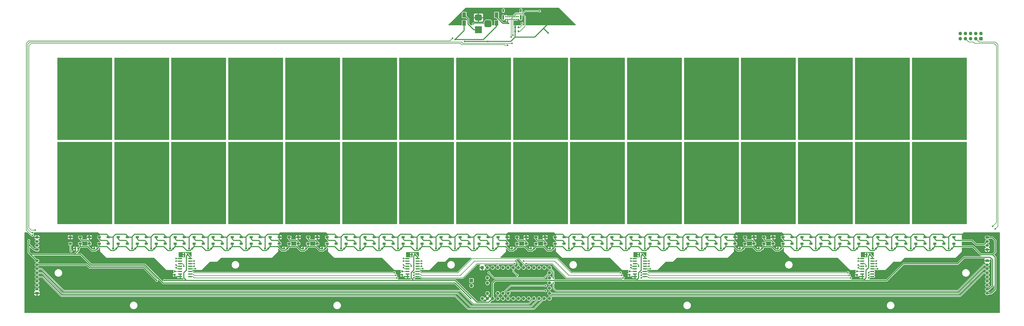
<source format=gbr>
G04 #@! TF.GenerationSoftware,KiCad,Pcbnew,(5.1.7)-1*
G04 #@! TF.CreationDate,2021-02-27T15:38:22-05:00*
G04 #@! TF.ProjectId,OpeNITHM-full,4f70654e-4954-4484-9d2d-66756c6c2e6b,rev?*
G04 #@! TF.SameCoordinates,Original*
G04 #@! TF.FileFunction,Copper,L1,Top*
G04 #@! TF.FilePolarity,Positive*
%FSLAX46Y46*%
G04 Gerber Fmt 4.6, Leading zero omitted, Abs format (unit mm)*
G04 Created by KiCad (PCBNEW (5.1.7)-1) date 2021-02-27 15:38:22*
%MOMM*%
%LPD*%
G01*
G04 APERTURE LIST*
G04 #@! TA.AperFunction,SMDPad,CuDef*
%ADD10R,1.500000X1.000000*%
G04 #@! TD*
G04 #@! TA.AperFunction,SMDPad,CuDef*
%ADD11R,1.800000X2.500000*%
G04 #@! TD*
G04 #@! TA.AperFunction,ComponentPad*
%ADD12O,1.700000X1.700000*%
G04 #@! TD*
G04 #@! TA.AperFunction,ComponentPad*
%ADD13R,1.700000X1.700000*%
G04 #@! TD*
G04 #@! TA.AperFunction,ComponentPad*
%ADD14C,1.600000*%
G04 #@! TD*
G04 #@! TA.AperFunction,ComponentPad*
%ADD15R,1.600000X1.600000*%
G04 #@! TD*
G04 #@! TA.AperFunction,ComponentPad*
%ADD16C,0.700000*%
G04 #@! TD*
G04 #@! TA.AperFunction,ComponentPad*
%ADD17O,0.900000X2.400000*%
G04 #@! TD*
G04 #@! TA.AperFunction,ComponentPad*
%ADD18O,0.900000X1.700000*%
G04 #@! TD*
G04 #@! TA.AperFunction,ComponentPad*
%ADD19R,3.500000X3.500000*%
G04 #@! TD*
G04 #@! TA.AperFunction,ComponentPad*
%ADD20O,1.750000X1.200000*%
G04 #@! TD*
G04 #@! TA.AperFunction,ConnectorPad*
%ADD21R,27.000000X40.500000*%
G04 #@! TD*
G04 #@! TA.AperFunction,ViaPad*
%ADD22C,0.800000*%
G04 #@! TD*
G04 #@! TA.AperFunction,Conductor*
%ADD23C,0.508000*%
G04 #@! TD*
G04 #@! TA.AperFunction,Conductor*
%ADD24C,0.250000*%
G04 #@! TD*
G04 #@! TA.AperFunction,Conductor*
%ADD25C,0.254000*%
G04 #@! TD*
G04 #@! TA.AperFunction,Conductor*
%ADD26C,0.100000*%
G04 #@! TD*
G04 APERTURE END LIST*
D10*
X365116667Y-121600000D03*
X365116667Y-118400000D03*
X360216667Y-121600000D03*
X360216667Y-118400000D03*
X355783318Y-121600000D03*
X355783318Y-118400000D03*
X350883318Y-121600000D03*
X350883318Y-118400000D03*
X346449985Y-121600000D03*
X346449985Y-118400000D03*
X341549985Y-121600000D03*
X341549985Y-118400000D03*
X337116652Y-121600000D03*
X337116652Y-118400000D03*
X332216652Y-121600000D03*
X332216652Y-118400000D03*
X327783319Y-121600000D03*
X327783319Y-118400000D03*
X322883319Y-121600000D03*
X322883319Y-118400000D03*
X318449986Y-121600000D03*
X318449986Y-118400000D03*
X313549986Y-121600000D03*
X313549986Y-118400000D03*
X309116653Y-121600000D03*
X309116653Y-118400000D03*
X304216653Y-121600000D03*
X304216653Y-118400000D03*
X299783320Y-121600000D03*
X299783320Y-118400000D03*
X294883320Y-121600000D03*
X294883320Y-118400000D03*
X285549987Y-118400000D03*
X285549987Y-121600000D03*
X290449987Y-118400000D03*
X290449987Y-121600000D03*
X276216654Y-118400000D03*
X276216654Y-121600000D03*
X281116654Y-118400000D03*
X281116654Y-121600000D03*
X266883321Y-118400000D03*
X266883321Y-121600000D03*
X271783321Y-118400000D03*
X271783321Y-121600000D03*
X257549988Y-118400000D03*
X257549988Y-121600000D03*
X262449988Y-118400000D03*
X262449988Y-121600000D03*
X248216655Y-118400000D03*
X248216655Y-121600000D03*
X253116655Y-118400000D03*
X253116655Y-121600000D03*
X238883322Y-118400000D03*
X238883322Y-121600000D03*
X243783322Y-118400000D03*
X243783322Y-121600000D03*
X229549989Y-118400000D03*
X229549989Y-121600000D03*
X234449989Y-118400000D03*
X234449989Y-121600000D03*
X220216656Y-118400000D03*
X220216656Y-121600000D03*
X225116656Y-118400000D03*
X225116656Y-121600000D03*
X210883323Y-118400000D03*
X210883323Y-121600000D03*
X215783323Y-118400000D03*
X215783323Y-121600000D03*
X201549990Y-118400000D03*
X201549990Y-121600000D03*
X206449990Y-118400000D03*
X206449990Y-121600000D03*
X192216657Y-118400000D03*
X192216657Y-121600000D03*
X197116657Y-118400000D03*
X197116657Y-121600000D03*
X182883324Y-118400000D03*
X182883324Y-121600000D03*
X187783324Y-118400000D03*
X187783324Y-121600000D03*
X173549991Y-118400000D03*
X173549991Y-121600000D03*
X178449991Y-118400000D03*
X178449991Y-121600000D03*
X164216658Y-118400000D03*
X164216658Y-121600000D03*
X169116658Y-118400000D03*
X169116658Y-121600000D03*
X154883325Y-118400000D03*
X154883325Y-121600000D03*
X159783325Y-118400000D03*
X159783325Y-121600000D03*
X145549992Y-118400000D03*
X145549992Y-121600000D03*
X150449992Y-118400000D03*
X150449992Y-121600000D03*
X136216659Y-118400000D03*
X136216659Y-121600000D03*
X141116659Y-118400000D03*
X141116659Y-121600000D03*
X126883326Y-118400000D03*
X126883326Y-121600000D03*
X131783326Y-118400000D03*
X131783326Y-121600000D03*
X117549993Y-118400000D03*
X117549993Y-121600000D03*
X122449993Y-118400000D03*
X122449993Y-121600000D03*
X108216660Y-118400000D03*
X108216660Y-121600000D03*
X113116660Y-118400000D03*
X113116660Y-121600000D03*
X98883327Y-118400000D03*
X98883327Y-121600000D03*
X103783327Y-118400000D03*
X103783327Y-121600000D03*
X89549994Y-118400000D03*
X89549994Y-121600000D03*
X94449994Y-118400000D03*
X94449994Y-121600000D03*
X80216661Y-118400000D03*
X80216661Y-121600000D03*
X85116661Y-118400000D03*
X85116661Y-121600000D03*
X70883328Y-118400000D03*
X70883328Y-121600000D03*
X75783328Y-118400000D03*
X75783328Y-121600000D03*
X61549995Y-118400000D03*
X61549995Y-121600000D03*
X66449995Y-118400000D03*
X66449995Y-121600000D03*
X52216662Y-118400000D03*
X52216662Y-121600000D03*
X57116662Y-118400000D03*
X57116662Y-121600000D03*
X42883329Y-118400000D03*
X42883329Y-121600000D03*
X47783329Y-118400000D03*
X47783329Y-121600000D03*
X33549996Y-118400000D03*
X33549996Y-121600000D03*
X38449996Y-118400000D03*
X38449996Y-121600000D03*
X24216663Y-118400000D03*
X24216663Y-121600000D03*
X29116663Y-118400000D03*
X29116663Y-121600000D03*
X14883330Y-118400000D03*
X14883330Y-121600000D03*
X19783330Y-118400000D03*
X19783330Y-121600000D03*
X5549997Y-118400000D03*
X5549997Y-121600000D03*
X10449997Y-118400000D03*
X10449997Y-121600000D03*
X-3783336Y-118400000D03*
X-3783336Y-121600000D03*
X1116664Y-118400000D03*
X1116664Y-121600000D03*
X-13116669Y-118400000D03*
X-13116669Y-121600000D03*
X-8216669Y-118400000D03*
X-8216669Y-121600000D03*
X-22450002Y-118400000D03*
X-22450002Y-121600000D03*
X-17550002Y-118400000D03*
X-17550002Y-121600000D03*
X-31783335Y-118400000D03*
X-31783335Y-121600000D03*
X-26883335Y-118400000D03*
X-26883335Y-121600000D03*
X-41116668Y-118400000D03*
X-41116668Y-121600000D03*
X-36216668Y-118400000D03*
X-36216668Y-121600000D03*
X-50450001Y-118400000D03*
X-50450001Y-121600000D03*
X-45550001Y-118400000D03*
X-45550001Y-121600000D03*
X-59783334Y-118400000D03*
X-59783334Y-121600000D03*
X-54883334Y-118400000D03*
X-54883334Y-121600000D03*
G04 #@! TA.AperFunction,SMDPad,CuDef*
G36*
G01*
X363716667Y-124250000D02*
X363716667Y-123750000D01*
G75*
G02*
X363941667Y-123525000I225000J0D01*
G01*
X364391667Y-123525000D01*
G75*
G02*
X364616667Y-123750000I0J-225000D01*
G01*
X364616667Y-124250000D01*
G75*
G02*
X364391667Y-124475000I-225000J0D01*
G01*
X363941667Y-124475000D01*
G75*
G02*
X363716667Y-124250000I0J225000D01*
G01*
G37*
G04 #@! TD.AperFunction*
G04 #@! TA.AperFunction,SMDPad,CuDef*
G36*
G01*
X362166667Y-124250000D02*
X362166667Y-123750000D01*
G75*
G02*
X362391667Y-123525000I225000J0D01*
G01*
X362841667Y-123525000D01*
G75*
G02*
X363066667Y-123750000I0J-225000D01*
G01*
X363066667Y-124250000D01*
G75*
G02*
X362841667Y-124475000I-225000J0D01*
G01*
X362391667Y-124475000D01*
G75*
G02*
X362166667Y-124250000I0J225000D01*
G01*
G37*
G04 #@! TD.AperFunction*
G04 #@! TA.AperFunction,SMDPad,CuDef*
G36*
G01*
X354383318Y-124250000D02*
X354383318Y-123750000D01*
G75*
G02*
X354608318Y-123525000I225000J0D01*
G01*
X355058318Y-123525000D01*
G75*
G02*
X355283318Y-123750000I0J-225000D01*
G01*
X355283318Y-124250000D01*
G75*
G02*
X355058318Y-124475000I-225000J0D01*
G01*
X354608318Y-124475000D01*
G75*
G02*
X354383318Y-124250000I0J225000D01*
G01*
G37*
G04 #@! TD.AperFunction*
G04 #@! TA.AperFunction,SMDPad,CuDef*
G36*
G01*
X352833318Y-124250000D02*
X352833318Y-123750000D01*
G75*
G02*
X353058318Y-123525000I225000J0D01*
G01*
X353508318Y-123525000D01*
G75*
G02*
X353733318Y-123750000I0J-225000D01*
G01*
X353733318Y-124250000D01*
G75*
G02*
X353508318Y-124475000I-225000J0D01*
G01*
X353058318Y-124475000D01*
G75*
G02*
X352833318Y-124250000I0J225000D01*
G01*
G37*
G04 #@! TD.AperFunction*
G04 #@! TA.AperFunction,SMDPad,CuDef*
G36*
G01*
X345049985Y-124250000D02*
X345049985Y-123750000D01*
G75*
G02*
X345274985Y-123525000I225000J0D01*
G01*
X345724985Y-123525000D01*
G75*
G02*
X345949985Y-123750000I0J-225000D01*
G01*
X345949985Y-124250000D01*
G75*
G02*
X345724985Y-124475000I-225000J0D01*
G01*
X345274985Y-124475000D01*
G75*
G02*
X345049985Y-124250000I0J225000D01*
G01*
G37*
G04 #@! TD.AperFunction*
G04 #@! TA.AperFunction,SMDPad,CuDef*
G36*
G01*
X343499985Y-124250000D02*
X343499985Y-123750000D01*
G75*
G02*
X343724985Y-123525000I225000J0D01*
G01*
X344174985Y-123525000D01*
G75*
G02*
X344399985Y-123750000I0J-225000D01*
G01*
X344399985Y-124250000D01*
G75*
G02*
X344174985Y-124475000I-225000J0D01*
G01*
X343724985Y-124475000D01*
G75*
G02*
X343499985Y-124250000I0J225000D01*
G01*
G37*
G04 #@! TD.AperFunction*
G04 #@! TA.AperFunction,SMDPad,CuDef*
G36*
G01*
X335716652Y-124250000D02*
X335716652Y-123750000D01*
G75*
G02*
X335941652Y-123525000I225000J0D01*
G01*
X336391652Y-123525000D01*
G75*
G02*
X336616652Y-123750000I0J-225000D01*
G01*
X336616652Y-124250000D01*
G75*
G02*
X336391652Y-124475000I-225000J0D01*
G01*
X335941652Y-124475000D01*
G75*
G02*
X335716652Y-124250000I0J225000D01*
G01*
G37*
G04 #@! TD.AperFunction*
G04 #@! TA.AperFunction,SMDPad,CuDef*
G36*
G01*
X334166652Y-124250000D02*
X334166652Y-123750000D01*
G75*
G02*
X334391652Y-123525000I225000J0D01*
G01*
X334841652Y-123525000D01*
G75*
G02*
X335066652Y-123750000I0J-225000D01*
G01*
X335066652Y-124250000D01*
G75*
G02*
X334841652Y-124475000I-225000J0D01*
G01*
X334391652Y-124475000D01*
G75*
G02*
X334166652Y-124250000I0J225000D01*
G01*
G37*
G04 #@! TD.AperFunction*
G04 #@! TA.AperFunction,SMDPad,CuDef*
G36*
G01*
X326383319Y-124250000D02*
X326383319Y-123750000D01*
G75*
G02*
X326608319Y-123525000I225000J0D01*
G01*
X327058319Y-123525000D01*
G75*
G02*
X327283319Y-123750000I0J-225000D01*
G01*
X327283319Y-124250000D01*
G75*
G02*
X327058319Y-124475000I-225000J0D01*
G01*
X326608319Y-124475000D01*
G75*
G02*
X326383319Y-124250000I0J225000D01*
G01*
G37*
G04 #@! TD.AperFunction*
G04 #@! TA.AperFunction,SMDPad,CuDef*
G36*
G01*
X324833319Y-124250000D02*
X324833319Y-123750000D01*
G75*
G02*
X325058319Y-123525000I225000J0D01*
G01*
X325508319Y-123525000D01*
G75*
G02*
X325733319Y-123750000I0J-225000D01*
G01*
X325733319Y-124250000D01*
G75*
G02*
X325508319Y-124475000I-225000J0D01*
G01*
X325058319Y-124475000D01*
G75*
G02*
X324833319Y-124250000I0J225000D01*
G01*
G37*
G04 #@! TD.AperFunction*
G04 #@! TA.AperFunction,SMDPad,CuDef*
G36*
G01*
X317049986Y-124250000D02*
X317049986Y-123750000D01*
G75*
G02*
X317274986Y-123525000I225000J0D01*
G01*
X317724986Y-123525000D01*
G75*
G02*
X317949986Y-123750000I0J-225000D01*
G01*
X317949986Y-124250000D01*
G75*
G02*
X317724986Y-124475000I-225000J0D01*
G01*
X317274986Y-124475000D01*
G75*
G02*
X317049986Y-124250000I0J225000D01*
G01*
G37*
G04 #@! TD.AperFunction*
G04 #@! TA.AperFunction,SMDPad,CuDef*
G36*
G01*
X315499986Y-124250000D02*
X315499986Y-123750000D01*
G75*
G02*
X315724986Y-123525000I225000J0D01*
G01*
X316174986Y-123525000D01*
G75*
G02*
X316399986Y-123750000I0J-225000D01*
G01*
X316399986Y-124250000D01*
G75*
G02*
X316174986Y-124475000I-225000J0D01*
G01*
X315724986Y-124475000D01*
G75*
G02*
X315499986Y-124250000I0J225000D01*
G01*
G37*
G04 #@! TD.AperFunction*
G04 #@! TA.AperFunction,SMDPad,CuDef*
G36*
G01*
X307716653Y-124250000D02*
X307716653Y-123750000D01*
G75*
G02*
X307941653Y-123525000I225000J0D01*
G01*
X308391653Y-123525000D01*
G75*
G02*
X308616653Y-123750000I0J-225000D01*
G01*
X308616653Y-124250000D01*
G75*
G02*
X308391653Y-124475000I-225000J0D01*
G01*
X307941653Y-124475000D01*
G75*
G02*
X307716653Y-124250000I0J225000D01*
G01*
G37*
G04 #@! TD.AperFunction*
G04 #@! TA.AperFunction,SMDPad,CuDef*
G36*
G01*
X306166653Y-124250000D02*
X306166653Y-123750000D01*
G75*
G02*
X306391653Y-123525000I225000J0D01*
G01*
X306841653Y-123525000D01*
G75*
G02*
X307066653Y-123750000I0J-225000D01*
G01*
X307066653Y-124250000D01*
G75*
G02*
X306841653Y-124475000I-225000J0D01*
G01*
X306391653Y-124475000D01*
G75*
G02*
X306166653Y-124250000I0J225000D01*
G01*
G37*
G04 #@! TD.AperFunction*
G04 #@! TA.AperFunction,SMDPad,CuDef*
G36*
G01*
X298383320Y-124250000D02*
X298383320Y-123750000D01*
G75*
G02*
X298608320Y-123525000I225000J0D01*
G01*
X299058320Y-123525000D01*
G75*
G02*
X299283320Y-123750000I0J-225000D01*
G01*
X299283320Y-124250000D01*
G75*
G02*
X299058320Y-124475000I-225000J0D01*
G01*
X298608320Y-124475000D01*
G75*
G02*
X298383320Y-124250000I0J225000D01*
G01*
G37*
G04 #@! TD.AperFunction*
G04 #@! TA.AperFunction,SMDPad,CuDef*
G36*
G01*
X296833320Y-124250000D02*
X296833320Y-123750000D01*
G75*
G02*
X297058320Y-123525000I225000J0D01*
G01*
X297508320Y-123525000D01*
G75*
G02*
X297733320Y-123750000I0J-225000D01*
G01*
X297733320Y-124250000D01*
G75*
G02*
X297508320Y-124475000I-225000J0D01*
G01*
X297058320Y-124475000D01*
G75*
G02*
X296833320Y-124250000I0J225000D01*
G01*
G37*
G04 #@! TD.AperFunction*
G04 #@! TA.AperFunction,SMDPad,CuDef*
G36*
G01*
X289049987Y-124250000D02*
X289049987Y-123750000D01*
G75*
G02*
X289274987Y-123525000I225000J0D01*
G01*
X289724987Y-123525000D01*
G75*
G02*
X289949987Y-123750000I0J-225000D01*
G01*
X289949987Y-124250000D01*
G75*
G02*
X289724987Y-124475000I-225000J0D01*
G01*
X289274987Y-124475000D01*
G75*
G02*
X289049987Y-124250000I0J225000D01*
G01*
G37*
G04 #@! TD.AperFunction*
G04 #@! TA.AperFunction,SMDPad,CuDef*
G36*
G01*
X287499987Y-124250000D02*
X287499987Y-123750000D01*
G75*
G02*
X287724987Y-123525000I225000J0D01*
G01*
X288174987Y-123525000D01*
G75*
G02*
X288399987Y-123750000I0J-225000D01*
G01*
X288399987Y-124250000D01*
G75*
G02*
X288174987Y-124475000I-225000J0D01*
G01*
X287724987Y-124475000D01*
G75*
G02*
X287499987Y-124250000I0J225000D01*
G01*
G37*
G04 #@! TD.AperFunction*
G04 #@! TA.AperFunction,SMDPad,CuDef*
G36*
G01*
X278166654Y-124250000D02*
X278166654Y-123750000D01*
G75*
G02*
X278391654Y-123525000I225000J0D01*
G01*
X278841654Y-123525000D01*
G75*
G02*
X279066654Y-123750000I0J-225000D01*
G01*
X279066654Y-124250000D01*
G75*
G02*
X278841654Y-124475000I-225000J0D01*
G01*
X278391654Y-124475000D01*
G75*
G02*
X278166654Y-124250000I0J225000D01*
G01*
G37*
G04 #@! TD.AperFunction*
G04 #@! TA.AperFunction,SMDPad,CuDef*
G36*
G01*
X279716654Y-124250000D02*
X279716654Y-123750000D01*
G75*
G02*
X279941654Y-123525000I225000J0D01*
G01*
X280391654Y-123525000D01*
G75*
G02*
X280616654Y-123750000I0J-225000D01*
G01*
X280616654Y-124250000D01*
G75*
G02*
X280391654Y-124475000I-225000J0D01*
G01*
X279941654Y-124475000D01*
G75*
G02*
X279716654Y-124250000I0J225000D01*
G01*
G37*
G04 #@! TD.AperFunction*
G04 #@! TA.AperFunction,SMDPad,CuDef*
G36*
G01*
X268833321Y-124250000D02*
X268833321Y-123750000D01*
G75*
G02*
X269058321Y-123525000I225000J0D01*
G01*
X269508321Y-123525000D01*
G75*
G02*
X269733321Y-123750000I0J-225000D01*
G01*
X269733321Y-124250000D01*
G75*
G02*
X269508321Y-124475000I-225000J0D01*
G01*
X269058321Y-124475000D01*
G75*
G02*
X268833321Y-124250000I0J225000D01*
G01*
G37*
G04 #@! TD.AperFunction*
G04 #@! TA.AperFunction,SMDPad,CuDef*
G36*
G01*
X270383321Y-124250000D02*
X270383321Y-123750000D01*
G75*
G02*
X270608321Y-123525000I225000J0D01*
G01*
X271058321Y-123525000D01*
G75*
G02*
X271283321Y-123750000I0J-225000D01*
G01*
X271283321Y-124250000D01*
G75*
G02*
X271058321Y-124475000I-225000J0D01*
G01*
X270608321Y-124475000D01*
G75*
G02*
X270383321Y-124250000I0J225000D01*
G01*
G37*
G04 #@! TD.AperFunction*
G04 #@! TA.AperFunction,SMDPad,CuDef*
G36*
G01*
X259499988Y-124250000D02*
X259499988Y-123750000D01*
G75*
G02*
X259724988Y-123525000I225000J0D01*
G01*
X260174988Y-123525000D01*
G75*
G02*
X260399988Y-123750000I0J-225000D01*
G01*
X260399988Y-124250000D01*
G75*
G02*
X260174988Y-124475000I-225000J0D01*
G01*
X259724988Y-124475000D01*
G75*
G02*
X259499988Y-124250000I0J225000D01*
G01*
G37*
G04 #@! TD.AperFunction*
G04 #@! TA.AperFunction,SMDPad,CuDef*
G36*
G01*
X261049988Y-124250000D02*
X261049988Y-123750000D01*
G75*
G02*
X261274988Y-123525000I225000J0D01*
G01*
X261724988Y-123525000D01*
G75*
G02*
X261949988Y-123750000I0J-225000D01*
G01*
X261949988Y-124250000D01*
G75*
G02*
X261724988Y-124475000I-225000J0D01*
G01*
X261274988Y-124475000D01*
G75*
G02*
X261049988Y-124250000I0J225000D01*
G01*
G37*
G04 #@! TD.AperFunction*
G04 #@! TA.AperFunction,SMDPad,CuDef*
G36*
G01*
X250166655Y-124250000D02*
X250166655Y-123750000D01*
G75*
G02*
X250391655Y-123525000I225000J0D01*
G01*
X250841655Y-123525000D01*
G75*
G02*
X251066655Y-123750000I0J-225000D01*
G01*
X251066655Y-124250000D01*
G75*
G02*
X250841655Y-124475000I-225000J0D01*
G01*
X250391655Y-124475000D01*
G75*
G02*
X250166655Y-124250000I0J225000D01*
G01*
G37*
G04 #@! TD.AperFunction*
G04 #@! TA.AperFunction,SMDPad,CuDef*
G36*
G01*
X251716655Y-124250000D02*
X251716655Y-123750000D01*
G75*
G02*
X251941655Y-123525000I225000J0D01*
G01*
X252391655Y-123525000D01*
G75*
G02*
X252616655Y-123750000I0J-225000D01*
G01*
X252616655Y-124250000D01*
G75*
G02*
X252391655Y-124475000I-225000J0D01*
G01*
X251941655Y-124475000D01*
G75*
G02*
X251716655Y-124250000I0J225000D01*
G01*
G37*
G04 #@! TD.AperFunction*
G04 #@! TA.AperFunction,SMDPad,CuDef*
G36*
G01*
X240833322Y-124250000D02*
X240833322Y-123750000D01*
G75*
G02*
X241058322Y-123525000I225000J0D01*
G01*
X241508322Y-123525000D01*
G75*
G02*
X241733322Y-123750000I0J-225000D01*
G01*
X241733322Y-124250000D01*
G75*
G02*
X241508322Y-124475000I-225000J0D01*
G01*
X241058322Y-124475000D01*
G75*
G02*
X240833322Y-124250000I0J225000D01*
G01*
G37*
G04 #@! TD.AperFunction*
G04 #@! TA.AperFunction,SMDPad,CuDef*
G36*
G01*
X242383322Y-124250000D02*
X242383322Y-123750000D01*
G75*
G02*
X242608322Y-123525000I225000J0D01*
G01*
X243058322Y-123525000D01*
G75*
G02*
X243283322Y-123750000I0J-225000D01*
G01*
X243283322Y-124250000D01*
G75*
G02*
X243058322Y-124475000I-225000J0D01*
G01*
X242608322Y-124475000D01*
G75*
G02*
X242383322Y-124250000I0J225000D01*
G01*
G37*
G04 #@! TD.AperFunction*
G04 #@! TA.AperFunction,SMDPad,CuDef*
G36*
G01*
X231499989Y-124250000D02*
X231499989Y-123750000D01*
G75*
G02*
X231724989Y-123525000I225000J0D01*
G01*
X232174989Y-123525000D01*
G75*
G02*
X232399989Y-123750000I0J-225000D01*
G01*
X232399989Y-124250000D01*
G75*
G02*
X232174989Y-124475000I-225000J0D01*
G01*
X231724989Y-124475000D01*
G75*
G02*
X231499989Y-124250000I0J225000D01*
G01*
G37*
G04 #@! TD.AperFunction*
G04 #@! TA.AperFunction,SMDPad,CuDef*
G36*
G01*
X233049989Y-124250000D02*
X233049989Y-123750000D01*
G75*
G02*
X233274989Y-123525000I225000J0D01*
G01*
X233724989Y-123525000D01*
G75*
G02*
X233949989Y-123750000I0J-225000D01*
G01*
X233949989Y-124250000D01*
G75*
G02*
X233724989Y-124475000I-225000J0D01*
G01*
X233274989Y-124475000D01*
G75*
G02*
X233049989Y-124250000I0J225000D01*
G01*
G37*
G04 #@! TD.AperFunction*
G04 #@! TA.AperFunction,SMDPad,CuDef*
G36*
G01*
X222166656Y-124250000D02*
X222166656Y-123750000D01*
G75*
G02*
X222391656Y-123525000I225000J0D01*
G01*
X222841656Y-123525000D01*
G75*
G02*
X223066656Y-123750000I0J-225000D01*
G01*
X223066656Y-124250000D01*
G75*
G02*
X222841656Y-124475000I-225000J0D01*
G01*
X222391656Y-124475000D01*
G75*
G02*
X222166656Y-124250000I0J225000D01*
G01*
G37*
G04 #@! TD.AperFunction*
G04 #@! TA.AperFunction,SMDPad,CuDef*
G36*
G01*
X223716656Y-124250000D02*
X223716656Y-123750000D01*
G75*
G02*
X223941656Y-123525000I225000J0D01*
G01*
X224391656Y-123525000D01*
G75*
G02*
X224616656Y-123750000I0J-225000D01*
G01*
X224616656Y-124250000D01*
G75*
G02*
X224391656Y-124475000I-225000J0D01*
G01*
X223941656Y-124475000D01*
G75*
G02*
X223716656Y-124250000I0J225000D01*
G01*
G37*
G04 #@! TD.AperFunction*
G04 #@! TA.AperFunction,SMDPad,CuDef*
G36*
G01*
X212833323Y-124250000D02*
X212833323Y-123750000D01*
G75*
G02*
X213058323Y-123525000I225000J0D01*
G01*
X213508323Y-123525000D01*
G75*
G02*
X213733323Y-123750000I0J-225000D01*
G01*
X213733323Y-124250000D01*
G75*
G02*
X213508323Y-124475000I-225000J0D01*
G01*
X213058323Y-124475000D01*
G75*
G02*
X212833323Y-124250000I0J225000D01*
G01*
G37*
G04 #@! TD.AperFunction*
G04 #@! TA.AperFunction,SMDPad,CuDef*
G36*
G01*
X214383323Y-124250000D02*
X214383323Y-123750000D01*
G75*
G02*
X214608323Y-123525000I225000J0D01*
G01*
X215058323Y-123525000D01*
G75*
G02*
X215283323Y-123750000I0J-225000D01*
G01*
X215283323Y-124250000D01*
G75*
G02*
X215058323Y-124475000I-225000J0D01*
G01*
X214608323Y-124475000D01*
G75*
G02*
X214383323Y-124250000I0J225000D01*
G01*
G37*
G04 #@! TD.AperFunction*
G04 #@! TA.AperFunction,SMDPad,CuDef*
G36*
G01*
X203499990Y-124250000D02*
X203499990Y-123750000D01*
G75*
G02*
X203724990Y-123525000I225000J0D01*
G01*
X204174990Y-123525000D01*
G75*
G02*
X204399990Y-123750000I0J-225000D01*
G01*
X204399990Y-124250000D01*
G75*
G02*
X204174990Y-124475000I-225000J0D01*
G01*
X203724990Y-124475000D01*
G75*
G02*
X203499990Y-124250000I0J225000D01*
G01*
G37*
G04 #@! TD.AperFunction*
G04 #@! TA.AperFunction,SMDPad,CuDef*
G36*
G01*
X205049990Y-124250000D02*
X205049990Y-123750000D01*
G75*
G02*
X205274990Y-123525000I225000J0D01*
G01*
X205724990Y-123525000D01*
G75*
G02*
X205949990Y-123750000I0J-225000D01*
G01*
X205949990Y-124250000D01*
G75*
G02*
X205724990Y-124475000I-225000J0D01*
G01*
X205274990Y-124475000D01*
G75*
G02*
X205049990Y-124250000I0J225000D01*
G01*
G37*
G04 #@! TD.AperFunction*
G04 #@! TA.AperFunction,SMDPad,CuDef*
G36*
G01*
X194166657Y-124250000D02*
X194166657Y-123750000D01*
G75*
G02*
X194391657Y-123525000I225000J0D01*
G01*
X194841657Y-123525000D01*
G75*
G02*
X195066657Y-123750000I0J-225000D01*
G01*
X195066657Y-124250000D01*
G75*
G02*
X194841657Y-124475000I-225000J0D01*
G01*
X194391657Y-124475000D01*
G75*
G02*
X194166657Y-124250000I0J225000D01*
G01*
G37*
G04 #@! TD.AperFunction*
G04 #@! TA.AperFunction,SMDPad,CuDef*
G36*
G01*
X195716657Y-124250000D02*
X195716657Y-123750000D01*
G75*
G02*
X195941657Y-123525000I225000J0D01*
G01*
X196391657Y-123525000D01*
G75*
G02*
X196616657Y-123750000I0J-225000D01*
G01*
X196616657Y-124250000D01*
G75*
G02*
X196391657Y-124475000I-225000J0D01*
G01*
X195941657Y-124475000D01*
G75*
G02*
X195716657Y-124250000I0J225000D01*
G01*
G37*
G04 #@! TD.AperFunction*
G04 #@! TA.AperFunction,SMDPad,CuDef*
G36*
G01*
X184833324Y-124250000D02*
X184833324Y-123750000D01*
G75*
G02*
X185058324Y-123525000I225000J0D01*
G01*
X185508324Y-123525000D01*
G75*
G02*
X185733324Y-123750000I0J-225000D01*
G01*
X185733324Y-124250000D01*
G75*
G02*
X185508324Y-124475000I-225000J0D01*
G01*
X185058324Y-124475000D01*
G75*
G02*
X184833324Y-124250000I0J225000D01*
G01*
G37*
G04 #@! TD.AperFunction*
G04 #@! TA.AperFunction,SMDPad,CuDef*
G36*
G01*
X186383324Y-124250000D02*
X186383324Y-123750000D01*
G75*
G02*
X186608324Y-123525000I225000J0D01*
G01*
X187058324Y-123525000D01*
G75*
G02*
X187283324Y-123750000I0J-225000D01*
G01*
X187283324Y-124250000D01*
G75*
G02*
X187058324Y-124475000I-225000J0D01*
G01*
X186608324Y-124475000D01*
G75*
G02*
X186383324Y-124250000I0J225000D01*
G01*
G37*
G04 #@! TD.AperFunction*
G04 #@! TA.AperFunction,SMDPad,CuDef*
G36*
G01*
X175499991Y-124250000D02*
X175499991Y-123750000D01*
G75*
G02*
X175724991Y-123525000I225000J0D01*
G01*
X176174991Y-123525000D01*
G75*
G02*
X176399991Y-123750000I0J-225000D01*
G01*
X176399991Y-124250000D01*
G75*
G02*
X176174991Y-124475000I-225000J0D01*
G01*
X175724991Y-124475000D01*
G75*
G02*
X175499991Y-124250000I0J225000D01*
G01*
G37*
G04 #@! TD.AperFunction*
G04 #@! TA.AperFunction,SMDPad,CuDef*
G36*
G01*
X177049991Y-124250000D02*
X177049991Y-123750000D01*
G75*
G02*
X177274991Y-123525000I225000J0D01*
G01*
X177724991Y-123525000D01*
G75*
G02*
X177949991Y-123750000I0J-225000D01*
G01*
X177949991Y-124250000D01*
G75*
G02*
X177724991Y-124475000I-225000J0D01*
G01*
X177274991Y-124475000D01*
G75*
G02*
X177049991Y-124250000I0J225000D01*
G01*
G37*
G04 #@! TD.AperFunction*
G04 #@! TA.AperFunction,SMDPad,CuDef*
G36*
G01*
X166166658Y-124250000D02*
X166166658Y-123750000D01*
G75*
G02*
X166391658Y-123525000I225000J0D01*
G01*
X166841658Y-123525000D01*
G75*
G02*
X167066658Y-123750000I0J-225000D01*
G01*
X167066658Y-124250000D01*
G75*
G02*
X166841658Y-124475000I-225000J0D01*
G01*
X166391658Y-124475000D01*
G75*
G02*
X166166658Y-124250000I0J225000D01*
G01*
G37*
G04 #@! TD.AperFunction*
G04 #@! TA.AperFunction,SMDPad,CuDef*
G36*
G01*
X167716658Y-124250000D02*
X167716658Y-123750000D01*
G75*
G02*
X167941658Y-123525000I225000J0D01*
G01*
X168391658Y-123525000D01*
G75*
G02*
X168616658Y-123750000I0J-225000D01*
G01*
X168616658Y-124250000D01*
G75*
G02*
X168391658Y-124475000I-225000J0D01*
G01*
X167941658Y-124475000D01*
G75*
G02*
X167716658Y-124250000I0J225000D01*
G01*
G37*
G04 #@! TD.AperFunction*
G04 #@! TA.AperFunction,SMDPad,CuDef*
G36*
G01*
X156833325Y-124250000D02*
X156833325Y-123750000D01*
G75*
G02*
X157058325Y-123525000I225000J0D01*
G01*
X157508325Y-123525000D01*
G75*
G02*
X157733325Y-123750000I0J-225000D01*
G01*
X157733325Y-124250000D01*
G75*
G02*
X157508325Y-124475000I-225000J0D01*
G01*
X157058325Y-124475000D01*
G75*
G02*
X156833325Y-124250000I0J225000D01*
G01*
G37*
G04 #@! TD.AperFunction*
G04 #@! TA.AperFunction,SMDPad,CuDef*
G36*
G01*
X158383325Y-124250000D02*
X158383325Y-123750000D01*
G75*
G02*
X158608325Y-123525000I225000J0D01*
G01*
X159058325Y-123525000D01*
G75*
G02*
X159283325Y-123750000I0J-225000D01*
G01*
X159283325Y-124250000D01*
G75*
G02*
X159058325Y-124475000I-225000J0D01*
G01*
X158608325Y-124475000D01*
G75*
G02*
X158383325Y-124250000I0J225000D01*
G01*
G37*
G04 #@! TD.AperFunction*
G04 #@! TA.AperFunction,SMDPad,CuDef*
G36*
G01*
X147499992Y-124250000D02*
X147499992Y-123750000D01*
G75*
G02*
X147724992Y-123525000I225000J0D01*
G01*
X148174992Y-123525000D01*
G75*
G02*
X148399992Y-123750000I0J-225000D01*
G01*
X148399992Y-124250000D01*
G75*
G02*
X148174992Y-124475000I-225000J0D01*
G01*
X147724992Y-124475000D01*
G75*
G02*
X147499992Y-124250000I0J225000D01*
G01*
G37*
G04 #@! TD.AperFunction*
G04 #@! TA.AperFunction,SMDPad,CuDef*
G36*
G01*
X149049992Y-124250000D02*
X149049992Y-123750000D01*
G75*
G02*
X149274992Y-123525000I225000J0D01*
G01*
X149724992Y-123525000D01*
G75*
G02*
X149949992Y-123750000I0J-225000D01*
G01*
X149949992Y-124250000D01*
G75*
G02*
X149724992Y-124475000I-225000J0D01*
G01*
X149274992Y-124475000D01*
G75*
G02*
X149049992Y-124250000I0J225000D01*
G01*
G37*
G04 #@! TD.AperFunction*
G04 #@! TA.AperFunction,SMDPad,CuDef*
G36*
G01*
X138166659Y-124250000D02*
X138166659Y-123750000D01*
G75*
G02*
X138391659Y-123525000I225000J0D01*
G01*
X138841659Y-123525000D01*
G75*
G02*
X139066659Y-123750000I0J-225000D01*
G01*
X139066659Y-124250000D01*
G75*
G02*
X138841659Y-124475000I-225000J0D01*
G01*
X138391659Y-124475000D01*
G75*
G02*
X138166659Y-124250000I0J225000D01*
G01*
G37*
G04 #@! TD.AperFunction*
G04 #@! TA.AperFunction,SMDPad,CuDef*
G36*
G01*
X139716659Y-124250000D02*
X139716659Y-123750000D01*
G75*
G02*
X139941659Y-123525000I225000J0D01*
G01*
X140391659Y-123525000D01*
G75*
G02*
X140616659Y-123750000I0J-225000D01*
G01*
X140616659Y-124250000D01*
G75*
G02*
X140391659Y-124475000I-225000J0D01*
G01*
X139941659Y-124475000D01*
G75*
G02*
X139716659Y-124250000I0J225000D01*
G01*
G37*
G04 #@! TD.AperFunction*
G04 #@! TA.AperFunction,SMDPad,CuDef*
G36*
G01*
X128833326Y-124250000D02*
X128833326Y-123750000D01*
G75*
G02*
X129058326Y-123525000I225000J0D01*
G01*
X129508326Y-123525000D01*
G75*
G02*
X129733326Y-123750000I0J-225000D01*
G01*
X129733326Y-124250000D01*
G75*
G02*
X129508326Y-124475000I-225000J0D01*
G01*
X129058326Y-124475000D01*
G75*
G02*
X128833326Y-124250000I0J225000D01*
G01*
G37*
G04 #@! TD.AperFunction*
G04 #@! TA.AperFunction,SMDPad,CuDef*
G36*
G01*
X130383326Y-124250000D02*
X130383326Y-123750000D01*
G75*
G02*
X130608326Y-123525000I225000J0D01*
G01*
X131058326Y-123525000D01*
G75*
G02*
X131283326Y-123750000I0J-225000D01*
G01*
X131283326Y-124250000D01*
G75*
G02*
X131058326Y-124475000I-225000J0D01*
G01*
X130608326Y-124475000D01*
G75*
G02*
X130383326Y-124250000I0J225000D01*
G01*
G37*
G04 #@! TD.AperFunction*
G04 #@! TA.AperFunction,SMDPad,CuDef*
G36*
G01*
X119499993Y-124250000D02*
X119499993Y-123750000D01*
G75*
G02*
X119724993Y-123525000I225000J0D01*
G01*
X120174993Y-123525000D01*
G75*
G02*
X120399993Y-123750000I0J-225000D01*
G01*
X120399993Y-124250000D01*
G75*
G02*
X120174993Y-124475000I-225000J0D01*
G01*
X119724993Y-124475000D01*
G75*
G02*
X119499993Y-124250000I0J225000D01*
G01*
G37*
G04 #@! TD.AperFunction*
G04 #@! TA.AperFunction,SMDPad,CuDef*
G36*
G01*
X121049993Y-124250000D02*
X121049993Y-123750000D01*
G75*
G02*
X121274993Y-123525000I225000J0D01*
G01*
X121724993Y-123525000D01*
G75*
G02*
X121949993Y-123750000I0J-225000D01*
G01*
X121949993Y-124250000D01*
G75*
G02*
X121724993Y-124475000I-225000J0D01*
G01*
X121274993Y-124475000D01*
G75*
G02*
X121049993Y-124250000I0J225000D01*
G01*
G37*
G04 #@! TD.AperFunction*
G04 #@! TA.AperFunction,SMDPad,CuDef*
G36*
G01*
X110166660Y-124250000D02*
X110166660Y-123750000D01*
G75*
G02*
X110391660Y-123525000I225000J0D01*
G01*
X110841660Y-123525000D01*
G75*
G02*
X111066660Y-123750000I0J-225000D01*
G01*
X111066660Y-124250000D01*
G75*
G02*
X110841660Y-124475000I-225000J0D01*
G01*
X110391660Y-124475000D01*
G75*
G02*
X110166660Y-124250000I0J225000D01*
G01*
G37*
G04 #@! TD.AperFunction*
G04 #@! TA.AperFunction,SMDPad,CuDef*
G36*
G01*
X111716660Y-124250000D02*
X111716660Y-123750000D01*
G75*
G02*
X111941660Y-123525000I225000J0D01*
G01*
X112391660Y-123525000D01*
G75*
G02*
X112616660Y-123750000I0J-225000D01*
G01*
X112616660Y-124250000D01*
G75*
G02*
X112391660Y-124475000I-225000J0D01*
G01*
X111941660Y-124475000D01*
G75*
G02*
X111716660Y-124250000I0J225000D01*
G01*
G37*
G04 #@! TD.AperFunction*
G04 #@! TA.AperFunction,SMDPad,CuDef*
G36*
G01*
X100833327Y-124250000D02*
X100833327Y-123750000D01*
G75*
G02*
X101058327Y-123525000I225000J0D01*
G01*
X101508327Y-123525000D01*
G75*
G02*
X101733327Y-123750000I0J-225000D01*
G01*
X101733327Y-124250000D01*
G75*
G02*
X101508327Y-124475000I-225000J0D01*
G01*
X101058327Y-124475000D01*
G75*
G02*
X100833327Y-124250000I0J225000D01*
G01*
G37*
G04 #@! TD.AperFunction*
G04 #@! TA.AperFunction,SMDPad,CuDef*
G36*
G01*
X102383327Y-124250000D02*
X102383327Y-123750000D01*
G75*
G02*
X102608327Y-123525000I225000J0D01*
G01*
X103058327Y-123525000D01*
G75*
G02*
X103283327Y-123750000I0J-225000D01*
G01*
X103283327Y-124250000D01*
G75*
G02*
X103058327Y-124475000I-225000J0D01*
G01*
X102608327Y-124475000D01*
G75*
G02*
X102383327Y-124250000I0J225000D01*
G01*
G37*
G04 #@! TD.AperFunction*
G04 #@! TA.AperFunction,SMDPad,CuDef*
G36*
G01*
X91499994Y-124250000D02*
X91499994Y-123750000D01*
G75*
G02*
X91724994Y-123525000I225000J0D01*
G01*
X92174994Y-123525000D01*
G75*
G02*
X92399994Y-123750000I0J-225000D01*
G01*
X92399994Y-124250000D01*
G75*
G02*
X92174994Y-124475000I-225000J0D01*
G01*
X91724994Y-124475000D01*
G75*
G02*
X91499994Y-124250000I0J225000D01*
G01*
G37*
G04 #@! TD.AperFunction*
G04 #@! TA.AperFunction,SMDPad,CuDef*
G36*
G01*
X93049994Y-124250000D02*
X93049994Y-123750000D01*
G75*
G02*
X93274994Y-123525000I225000J0D01*
G01*
X93724994Y-123525000D01*
G75*
G02*
X93949994Y-123750000I0J-225000D01*
G01*
X93949994Y-124250000D01*
G75*
G02*
X93724994Y-124475000I-225000J0D01*
G01*
X93274994Y-124475000D01*
G75*
G02*
X93049994Y-124250000I0J225000D01*
G01*
G37*
G04 #@! TD.AperFunction*
G04 #@! TA.AperFunction,SMDPad,CuDef*
G36*
G01*
X82166661Y-124250000D02*
X82166661Y-123750000D01*
G75*
G02*
X82391661Y-123525000I225000J0D01*
G01*
X82841661Y-123525000D01*
G75*
G02*
X83066661Y-123750000I0J-225000D01*
G01*
X83066661Y-124250000D01*
G75*
G02*
X82841661Y-124475000I-225000J0D01*
G01*
X82391661Y-124475000D01*
G75*
G02*
X82166661Y-124250000I0J225000D01*
G01*
G37*
G04 #@! TD.AperFunction*
G04 #@! TA.AperFunction,SMDPad,CuDef*
G36*
G01*
X83716661Y-124250000D02*
X83716661Y-123750000D01*
G75*
G02*
X83941661Y-123525000I225000J0D01*
G01*
X84391661Y-123525000D01*
G75*
G02*
X84616661Y-123750000I0J-225000D01*
G01*
X84616661Y-124250000D01*
G75*
G02*
X84391661Y-124475000I-225000J0D01*
G01*
X83941661Y-124475000D01*
G75*
G02*
X83716661Y-124250000I0J225000D01*
G01*
G37*
G04 #@! TD.AperFunction*
G04 #@! TA.AperFunction,SMDPad,CuDef*
G36*
G01*
X72833328Y-124250000D02*
X72833328Y-123750000D01*
G75*
G02*
X73058328Y-123525000I225000J0D01*
G01*
X73508328Y-123525000D01*
G75*
G02*
X73733328Y-123750000I0J-225000D01*
G01*
X73733328Y-124250000D01*
G75*
G02*
X73508328Y-124475000I-225000J0D01*
G01*
X73058328Y-124475000D01*
G75*
G02*
X72833328Y-124250000I0J225000D01*
G01*
G37*
G04 #@! TD.AperFunction*
G04 #@! TA.AperFunction,SMDPad,CuDef*
G36*
G01*
X74383328Y-124250000D02*
X74383328Y-123750000D01*
G75*
G02*
X74608328Y-123525000I225000J0D01*
G01*
X75058328Y-123525000D01*
G75*
G02*
X75283328Y-123750000I0J-225000D01*
G01*
X75283328Y-124250000D01*
G75*
G02*
X75058328Y-124475000I-225000J0D01*
G01*
X74608328Y-124475000D01*
G75*
G02*
X74383328Y-124250000I0J225000D01*
G01*
G37*
G04 #@! TD.AperFunction*
G04 #@! TA.AperFunction,SMDPad,CuDef*
G36*
G01*
X63499995Y-124250000D02*
X63499995Y-123750000D01*
G75*
G02*
X63724995Y-123525000I225000J0D01*
G01*
X64174995Y-123525000D01*
G75*
G02*
X64399995Y-123750000I0J-225000D01*
G01*
X64399995Y-124250000D01*
G75*
G02*
X64174995Y-124475000I-225000J0D01*
G01*
X63724995Y-124475000D01*
G75*
G02*
X63499995Y-124250000I0J225000D01*
G01*
G37*
G04 #@! TD.AperFunction*
G04 #@! TA.AperFunction,SMDPad,CuDef*
G36*
G01*
X65049995Y-124250000D02*
X65049995Y-123750000D01*
G75*
G02*
X65274995Y-123525000I225000J0D01*
G01*
X65724995Y-123525000D01*
G75*
G02*
X65949995Y-123750000I0J-225000D01*
G01*
X65949995Y-124250000D01*
G75*
G02*
X65724995Y-124475000I-225000J0D01*
G01*
X65274995Y-124475000D01*
G75*
G02*
X65049995Y-124250000I0J225000D01*
G01*
G37*
G04 #@! TD.AperFunction*
G04 #@! TA.AperFunction,SMDPad,CuDef*
G36*
G01*
X54166662Y-124250000D02*
X54166662Y-123750000D01*
G75*
G02*
X54391662Y-123525000I225000J0D01*
G01*
X54841662Y-123525000D01*
G75*
G02*
X55066662Y-123750000I0J-225000D01*
G01*
X55066662Y-124250000D01*
G75*
G02*
X54841662Y-124475000I-225000J0D01*
G01*
X54391662Y-124475000D01*
G75*
G02*
X54166662Y-124250000I0J225000D01*
G01*
G37*
G04 #@! TD.AperFunction*
G04 #@! TA.AperFunction,SMDPad,CuDef*
G36*
G01*
X55716662Y-124250000D02*
X55716662Y-123750000D01*
G75*
G02*
X55941662Y-123525000I225000J0D01*
G01*
X56391662Y-123525000D01*
G75*
G02*
X56616662Y-123750000I0J-225000D01*
G01*
X56616662Y-124250000D01*
G75*
G02*
X56391662Y-124475000I-225000J0D01*
G01*
X55941662Y-124475000D01*
G75*
G02*
X55716662Y-124250000I0J225000D01*
G01*
G37*
G04 #@! TD.AperFunction*
G04 #@! TA.AperFunction,SMDPad,CuDef*
G36*
G01*
X44833329Y-124250000D02*
X44833329Y-123750000D01*
G75*
G02*
X45058329Y-123525000I225000J0D01*
G01*
X45508329Y-123525000D01*
G75*
G02*
X45733329Y-123750000I0J-225000D01*
G01*
X45733329Y-124250000D01*
G75*
G02*
X45508329Y-124475000I-225000J0D01*
G01*
X45058329Y-124475000D01*
G75*
G02*
X44833329Y-124250000I0J225000D01*
G01*
G37*
G04 #@! TD.AperFunction*
G04 #@! TA.AperFunction,SMDPad,CuDef*
G36*
G01*
X46383329Y-124250000D02*
X46383329Y-123750000D01*
G75*
G02*
X46608329Y-123525000I225000J0D01*
G01*
X47058329Y-123525000D01*
G75*
G02*
X47283329Y-123750000I0J-225000D01*
G01*
X47283329Y-124250000D01*
G75*
G02*
X47058329Y-124475000I-225000J0D01*
G01*
X46608329Y-124475000D01*
G75*
G02*
X46383329Y-124250000I0J225000D01*
G01*
G37*
G04 #@! TD.AperFunction*
G04 #@! TA.AperFunction,SMDPad,CuDef*
G36*
G01*
X35499996Y-124250000D02*
X35499996Y-123750000D01*
G75*
G02*
X35724996Y-123525000I225000J0D01*
G01*
X36174996Y-123525000D01*
G75*
G02*
X36399996Y-123750000I0J-225000D01*
G01*
X36399996Y-124250000D01*
G75*
G02*
X36174996Y-124475000I-225000J0D01*
G01*
X35724996Y-124475000D01*
G75*
G02*
X35499996Y-124250000I0J225000D01*
G01*
G37*
G04 #@! TD.AperFunction*
G04 #@! TA.AperFunction,SMDPad,CuDef*
G36*
G01*
X37049996Y-124250000D02*
X37049996Y-123750000D01*
G75*
G02*
X37274996Y-123525000I225000J0D01*
G01*
X37724996Y-123525000D01*
G75*
G02*
X37949996Y-123750000I0J-225000D01*
G01*
X37949996Y-124250000D01*
G75*
G02*
X37724996Y-124475000I-225000J0D01*
G01*
X37274996Y-124475000D01*
G75*
G02*
X37049996Y-124250000I0J225000D01*
G01*
G37*
G04 #@! TD.AperFunction*
G04 #@! TA.AperFunction,SMDPad,CuDef*
G36*
G01*
X26166663Y-124250000D02*
X26166663Y-123750000D01*
G75*
G02*
X26391663Y-123525000I225000J0D01*
G01*
X26841663Y-123525000D01*
G75*
G02*
X27066663Y-123750000I0J-225000D01*
G01*
X27066663Y-124250000D01*
G75*
G02*
X26841663Y-124475000I-225000J0D01*
G01*
X26391663Y-124475000D01*
G75*
G02*
X26166663Y-124250000I0J225000D01*
G01*
G37*
G04 #@! TD.AperFunction*
G04 #@! TA.AperFunction,SMDPad,CuDef*
G36*
G01*
X27716663Y-124250000D02*
X27716663Y-123750000D01*
G75*
G02*
X27941663Y-123525000I225000J0D01*
G01*
X28391663Y-123525000D01*
G75*
G02*
X28616663Y-123750000I0J-225000D01*
G01*
X28616663Y-124250000D01*
G75*
G02*
X28391663Y-124475000I-225000J0D01*
G01*
X27941663Y-124475000D01*
G75*
G02*
X27716663Y-124250000I0J225000D01*
G01*
G37*
G04 #@! TD.AperFunction*
G04 #@! TA.AperFunction,SMDPad,CuDef*
G36*
G01*
X18383330Y-124250000D02*
X18383330Y-123750000D01*
G75*
G02*
X18608330Y-123525000I225000J0D01*
G01*
X19058330Y-123525000D01*
G75*
G02*
X19283330Y-123750000I0J-225000D01*
G01*
X19283330Y-124250000D01*
G75*
G02*
X19058330Y-124475000I-225000J0D01*
G01*
X18608330Y-124475000D01*
G75*
G02*
X18383330Y-124250000I0J225000D01*
G01*
G37*
G04 #@! TD.AperFunction*
G04 #@! TA.AperFunction,SMDPad,CuDef*
G36*
G01*
X16833330Y-124250000D02*
X16833330Y-123750000D01*
G75*
G02*
X17058330Y-123525000I225000J0D01*
G01*
X17508330Y-123525000D01*
G75*
G02*
X17733330Y-123750000I0J-225000D01*
G01*
X17733330Y-124250000D01*
G75*
G02*
X17508330Y-124475000I-225000J0D01*
G01*
X17058330Y-124475000D01*
G75*
G02*
X16833330Y-124250000I0J225000D01*
G01*
G37*
G04 #@! TD.AperFunction*
G04 #@! TA.AperFunction,SMDPad,CuDef*
G36*
G01*
X7499997Y-124250000D02*
X7499997Y-123750000D01*
G75*
G02*
X7724997Y-123525000I225000J0D01*
G01*
X8174997Y-123525000D01*
G75*
G02*
X8399997Y-123750000I0J-225000D01*
G01*
X8399997Y-124250000D01*
G75*
G02*
X8174997Y-124475000I-225000J0D01*
G01*
X7724997Y-124475000D01*
G75*
G02*
X7499997Y-124250000I0J225000D01*
G01*
G37*
G04 #@! TD.AperFunction*
G04 #@! TA.AperFunction,SMDPad,CuDef*
G36*
G01*
X9049997Y-124250000D02*
X9049997Y-123750000D01*
G75*
G02*
X9274997Y-123525000I225000J0D01*
G01*
X9724997Y-123525000D01*
G75*
G02*
X9949997Y-123750000I0J-225000D01*
G01*
X9949997Y-124250000D01*
G75*
G02*
X9724997Y-124475000I-225000J0D01*
G01*
X9274997Y-124475000D01*
G75*
G02*
X9049997Y-124250000I0J225000D01*
G01*
G37*
G04 #@! TD.AperFunction*
G04 #@! TA.AperFunction,SMDPad,CuDef*
G36*
G01*
X-1833336Y-124250000D02*
X-1833336Y-123750000D01*
G75*
G02*
X-1608336Y-123525000I225000J0D01*
G01*
X-1158336Y-123525000D01*
G75*
G02*
X-933336Y-123750000I0J-225000D01*
G01*
X-933336Y-124250000D01*
G75*
G02*
X-1158336Y-124475000I-225000J0D01*
G01*
X-1608336Y-124475000D01*
G75*
G02*
X-1833336Y-124250000I0J225000D01*
G01*
G37*
G04 #@! TD.AperFunction*
G04 #@! TA.AperFunction,SMDPad,CuDef*
G36*
G01*
X-283336Y-124250000D02*
X-283336Y-123750000D01*
G75*
G02*
X-58336Y-123525000I225000J0D01*
G01*
X391664Y-123525000D01*
G75*
G02*
X616664Y-123750000I0J-225000D01*
G01*
X616664Y-124250000D01*
G75*
G02*
X391664Y-124475000I-225000J0D01*
G01*
X-58336Y-124475000D01*
G75*
G02*
X-283336Y-124250000I0J225000D01*
G01*
G37*
G04 #@! TD.AperFunction*
G04 #@! TA.AperFunction,SMDPad,CuDef*
G36*
G01*
X-11166669Y-124250000D02*
X-11166669Y-123750000D01*
G75*
G02*
X-10941669Y-123525000I225000J0D01*
G01*
X-10491669Y-123525000D01*
G75*
G02*
X-10266669Y-123750000I0J-225000D01*
G01*
X-10266669Y-124250000D01*
G75*
G02*
X-10491669Y-124475000I-225000J0D01*
G01*
X-10941669Y-124475000D01*
G75*
G02*
X-11166669Y-124250000I0J225000D01*
G01*
G37*
G04 #@! TD.AperFunction*
G04 #@! TA.AperFunction,SMDPad,CuDef*
G36*
G01*
X-9616669Y-124250000D02*
X-9616669Y-123750000D01*
G75*
G02*
X-9391669Y-123525000I225000J0D01*
G01*
X-8941669Y-123525000D01*
G75*
G02*
X-8716669Y-123750000I0J-225000D01*
G01*
X-8716669Y-124250000D01*
G75*
G02*
X-8941669Y-124475000I-225000J0D01*
G01*
X-9391669Y-124475000D01*
G75*
G02*
X-9616669Y-124250000I0J225000D01*
G01*
G37*
G04 #@! TD.AperFunction*
G04 #@! TA.AperFunction,SMDPad,CuDef*
G36*
G01*
X-20500002Y-124250000D02*
X-20500002Y-123750000D01*
G75*
G02*
X-20275002Y-123525000I225000J0D01*
G01*
X-19825002Y-123525000D01*
G75*
G02*
X-19600002Y-123750000I0J-225000D01*
G01*
X-19600002Y-124250000D01*
G75*
G02*
X-19825002Y-124475000I-225000J0D01*
G01*
X-20275002Y-124475000D01*
G75*
G02*
X-20500002Y-124250000I0J225000D01*
G01*
G37*
G04 #@! TD.AperFunction*
G04 #@! TA.AperFunction,SMDPad,CuDef*
G36*
G01*
X-18950002Y-124250000D02*
X-18950002Y-123750000D01*
G75*
G02*
X-18725002Y-123525000I225000J0D01*
G01*
X-18275002Y-123525000D01*
G75*
G02*
X-18050002Y-123750000I0J-225000D01*
G01*
X-18050002Y-124250000D01*
G75*
G02*
X-18275002Y-124475000I-225000J0D01*
G01*
X-18725002Y-124475000D01*
G75*
G02*
X-18950002Y-124250000I0J225000D01*
G01*
G37*
G04 #@! TD.AperFunction*
G04 #@! TA.AperFunction,SMDPad,CuDef*
G36*
G01*
X-29833335Y-124250000D02*
X-29833335Y-123750000D01*
G75*
G02*
X-29608335Y-123525000I225000J0D01*
G01*
X-29158335Y-123525000D01*
G75*
G02*
X-28933335Y-123750000I0J-225000D01*
G01*
X-28933335Y-124250000D01*
G75*
G02*
X-29158335Y-124475000I-225000J0D01*
G01*
X-29608335Y-124475000D01*
G75*
G02*
X-29833335Y-124250000I0J225000D01*
G01*
G37*
G04 #@! TD.AperFunction*
G04 #@! TA.AperFunction,SMDPad,CuDef*
G36*
G01*
X-28283335Y-124250000D02*
X-28283335Y-123750000D01*
G75*
G02*
X-28058335Y-123525000I225000J0D01*
G01*
X-27608335Y-123525000D01*
G75*
G02*
X-27383335Y-123750000I0J-225000D01*
G01*
X-27383335Y-124250000D01*
G75*
G02*
X-27608335Y-124475000I-225000J0D01*
G01*
X-28058335Y-124475000D01*
G75*
G02*
X-28283335Y-124250000I0J225000D01*
G01*
G37*
G04 #@! TD.AperFunction*
G04 #@! TA.AperFunction,SMDPad,CuDef*
G36*
G01*
X-39166668Y-124250000D02*
X-39166668Y-123750000D01*
G75*
G02*
X-38941668Y-123525000I225000J0D01*
G01*
X-38491668Y-123525000D01*
G75*
G02*
X-38266668Y-123750000I0J-225000D01*
G01*
X-38266668Y-124250000D01*
G75*
G02*
X-38491668Y-124475000I-225000J0D01*
G01*
X-38941668Y-124475000D01*
G75*
G02*
X-39166668Y-124250000I0J225000D01*
G01*
G37*
G04 #@! TD.AperFunction*
G04 #@! TA.AperFunction,SMDPad,CuDef*
G36*
G01*
X-37616668Y-124250000D02*
X-37616668Y-123750000D01*
G75*
G02*
X-37391668Y-123525000I225000J0D01*
G01*
X-36941668Y-123525000D01*
G75*
G02*
X-36716668Y-123750000I0J-225000D01*
G01*
X-36716668Y-124250000D01*
G75*
G02*
X-36941668Y-124475000I-225000J0D01*
G01*
X-37391668Y-124475000D01*
G75*
G02*
X-37616668Y-124250000I0J225000D01*
G01*
G37*
G04 #@! TD.AperFunction*
G04 #@! TA.AperFunction,SMDPad,CuDef*
G36*
G01*
X-48500001Y-124250000D02*
X-48500001Y-123750000D01*
G75*
G02*
X-48275001Y-123525000I225000J0D01*
G01*
X-47825001Y-123525000D01*
G75*
G02*
X-47600001Y-123750000I0J-225000D01*
G01*
X-47600001Y-124250000D01*
G75*
G02*
X-47825001Y-124475000I-225000J0D01*
G01*
X-48275001Y-124475000D01*
G75*
G02*
X-48500001Y-124250000I0J225000D01*
G01*
G37*
G04 #@! TD.AperFunction*
G04 #@! TA.AperFunction,SMDPad,CuDef*
G36*
G01*
X-46950001Y-124250000D02*
X-46950001Y-123750000D01*
G75*
G02*
X-46725001Y-123525000I225000J0D01*
G01*
X-46275001Y-123525000D01*
G75*
G02*
X-46050001Y-123750000I0J-225000D01*
G01*
X-46050001Y-124250000D01*
G75*
G02*
X-46275001Y-124475000I-225000J0D01*
G01*
X-46725001Y-124475000D01*
G75*
G02*
X-46950001Y-124250000I0J225000D01*
G01*
G37*
G04 #@! TD.AperFunction*
G04 #@! TA.AperFunction,SMDPad,CuDef*
G36*
G01*
X-57833334Y-124250000D02*
X-57833334Y-123750000D01*
G75*
G02*
X-57608334Y-123525000I225000J0D01*
G01*
X-57158334Y-123525000D01*
G75*
G02*
X-56933334Y-123750000I0J-225000D01*
G01*
X-56933334Y-124250000D01*
G75*
G02*
X-57158334Y-124475000I-225000J0D01*
G01*
X-57608334Y-124475000D01*
G75*
G02*
X-57833334Y-124250000I0J225000D01*
G01*
G37*
G04 #@! TD.AperFunction*
G04 #@! TA.AperFunction,SMDPad,CuDef*
G36*
G01*
X-56283334Y-124250000D02*
X-56283334Y-123750000D01*
G75*
G02*
X-56058334Y-123525000I225000J0D01*
G01*
X-55608334Y-123525000D01*
G75*
G02*
X-55383334Y-123750000I0J-225000D01*
G01*
X-55383334Y-124250000D01*
G75*
G02*
X-55608334Y-124475000I-225000J0D01*
G01*
X-56058334Y-124475000D01*
G75*
G02*
X-56283334Y-124250000I0J225000D01*
G01*
G37*
G04 #@! TD.AperFunction*
G04 #@! TA.AperFunction,SMDPad,CuDef*
G36*
G01*
X-67166667Y-124250000D02*
X-67166667Y-123750000D01*
G75*
G02*
X-66941667Y-123525000I225000J0D01*
G01*
X-66491667Y-123525000D01*
G75*
G02*
X-66266667Y-123750000I0J-225000D01*
G01*
X-66266667Y-124250000D01*
G75*
G02*
X-66491667Y-124475000I-225000J0D01*
G01*
X-66941667Y-124475000D01*
G75*
G02*
X-67166667Y-124250000I0J225000D01*
G01*
G37*
G04 #@! TD.AperFunction*
G04 #@! TA.AperFunction,SMDPad,CuDef*
G36*
G01*
X-65616667Y-124250000D02*
X-65616667Y-123750000D01*
G75*
G02*
X-65391667Y-123525000I225000J0D01*
G01*
X-64941667Y-123525000D01*
G75*
G02*
X-64716667Y-123750000I0J-225000D01*
G01*
X-64716667Y-124250000D01*
G75*
G02*
X-64941667Y-124475000I-225000J0D01*
G01*
X-65391667Y-124475000D01*
G75*
G02*
X-65616667Y-124250000I0J225000D01*
G01*
G37*
G04 #@! TD.AperFunction*
X-69116667Y-118400000D03*
X-69116667Y-121600000D03*
X-64216667Y-118400000D03*
X-64216667Y-121600000D03*
D11*
X124460000Y-12890000D03*
X124460000Y-8890000D03*
X140335000Y-12890000D03*
X140335000Y-8890000D03*
D12*
X368300000Y-18097500D03*
X368300000Y-20637500D03*
X370840000Y-18097500D03*
X370840000Y-20637500D03*
X373380000Y-18097500D03*
X373380000Y-20637500D03*
X375920000Y-18097500D03*
X375920000Y-20637500D03*
X378460000Y-18097500D03*
D13*
X378460000Y-20637500D03*
D14*
X135890000Y-140970000D03*
X135890000Y-138430000D03*
D15*
X133350000Y-133350000D03*
D14*
X135890000Y-133350000D03*
X138430000Y-133350000D03*
X140970000Y-133350000D03*
X143510000Y-133350000D03*
X146050000Y-133350000D03*
X148590000Y-133350000D03*
X151130000Y-133350000D03*
X153670000Y-133350000D03*
X156210000Y-133350000D03*
X158750000Y-133350000D03*
X161290000Y-133350000D03*
X163830000Y-133350000D03*
X146050000Y-146050000D03*
X143510000Y-146050000D03*
X140970000Y-146050000D03*
X135890000Y-146050000D03*
X133350000Y-148590000D03*
X135890000Y-148590000D03*
X138430000Y-148590000D03*
X140970000Y-148590000D03*
X143510000Y-148590000D03*
X146050000Y-148590000D03*
X148590000Y-148590000D03*
X151130000Y-148590000D03*
X153670000Y-148590000D03*
X156210000Y-148590000D03*
X158750000Y-148590000D03*
X161290000Y-148590000D03*
X163830000Y-148590000D03*
X166370000Y-133350000D03*
X166370000Y-135890000D03*
X166370000Y-138430000D03*
X166370000Y-148590000D03*
X166370000Y-146050000D03*
X166370000Y-143510000D03*
X166370000Y-140970000D03*
D13*
X128000000Y-139700000D03*
D12*
X128000000Y-142240000D03*
G04 #@! TA.AperFunction,SMDPad,CuDef*
G36*
G01*
X100560000Y-129055000D02*
X100560000Y-128755000D01*
G75*
G02*
X100710000Y-128605000I150000J0D01*
G01*
X102360000Y-128605000D01*
G75*
G02*
X102510000Y-128755000I0J-150000D01*
G01*
X102510000Y-129055000D01*
G75*
G02*
X102360000Y-129205000I-150000J0D01*
G01*
X100710000Y-129205000D01*
G75*
G02*
X100560000Y-129055000I0J150000D01*
G01*
G37*
G04 #@! TD.AperFunction*
G04 #@! TA.AperFunction,SMDPad,CuDef*
G36*
G01*
X100560000Y-130325000D02*
X100560000Y-130025000D01*
G75*
G02*
X100710000Y-129875000I150000J0D01*
G01*
X102360000Y-129875000D01*
G75*
G02*
X102510000Y-130025000I0J-150000D01*
G01*
X102510000Y-130325000D01*
G75*
G02*
X102360000Y-130475000I-150000J0D01*
G01*
X100710000Y-130475000D01*
G75*
G02*
X100560000Y-130325000I0J150000D01*
G01*
G37*
G04 #@! TD.AperFunction*
G04 #@! TA.AperFunction,SMDPad,CuDef*
G36*
G01*
X100560000Y-131595000D02*
X100560000Y-131295000D01*
G75*
G02*
X100710000Y-131145000I150000J0D01*
G01*
X102360000Y-131145000D01*
G75*
G02*
X102510000Y-131295000I0J-150000D01*
G01*
X102510000Y-131595000D01*
G75*
G02*
X102360000Y-131745000I-150000J0D01*
G01*
X100710000Y-131745000D01*
G75*
G02*
X100560000Y-131595000I0J150000D01*
G01*
G37*
G04 #@! TD.AperFunction*
G04 #@! TA.AperFunction,SMDPad,CuDef*
G36*
G01*
X100560000Y-132865000D02*
X100560000Y-132565000D01*
G75*
G02*
X100710000Y-132415000I150000J0D01*
G01*
X102360000Y-132415000D01*
G75*
G02*
X102510000Y-132565000I0J-150000D01*
G01*
X102510000Y-132865000D01*
G75*
G02*
X102360000Y-133015000I-150000J0D01*
G01*
X100710000Y-133015000D01*
G75*
G02*
X100560000Y-132865000I0J150000D01*
G01*
G37*
G04 #@! TD.AperFunction*
G04 #@! TA.AperFunction,SMDPad,CuDef*
G36*
G01*
X100560000Y-134135000D02*
X100560000Y-133835000D01*
G75*
G02*
X100710000Y-133685000I150000J0D01*
G01*
X102360000Y-133685000D01*
G75*
G02*
X102510000Y-133835000I0J-150000D01*
G01*
X102510000Y-134135000D01*
G75*
G02*
X102360000Y-134285000I-150000J0D01*
G01*
X100710000Y-134285000D01*
G75*
G02*
X100560000Y-134135000I0J150000D01*
G01*
G37*
G04 #@! TD.AperFunction*
G04 #@! TA.AperFunction,SMDPad,CuDef*
G36*
G01*
X100560000Y-135405000D02*
X100560000Y-135105000D01*
G75*
G02*
X100710000Y-134955000I150000J0D01*
G01*
X102360000Y-134955000D01*
G75*
G02*
X102510000Y-135105000I0J-150000D01*
G01*
X102510000Y-135405000D01*
G75*
G02*
X102360000Y-135555000I-150000J0D01*
G01*
X100710000Y-135555000D01*
G75*
G02*
X100560000Y-135405000I0J150000D01*
G01*
G37*
G04 #@! TD.AperFunction*
G04 #@! TA.AperFunction,SMDPad,CuDef*
G36*
G01*
X100560000Y-136675000D02*
X100560000Y-136375000D01*
G75*
G02*
X100710000Y-136225000I150000J0D01*
G01*
X102360000Y-136225000D01*
G75*
G02*
X102510000Y-136375000I0J-150000D01*
G01*
X102510000Y-136675000D01*
G75*
G02*
X102360000Y-136825000I-150000J0D01*
G01*
X100710000Y-136825000D01*
G75*
G02*
X100560000Y-136675000I0J150000D01*
G01*
G37*
G04 #@! TD.AperFunction*
G04 #@! TA.AperFunction,SMDPad,CuDef*
G36*
G01*
X100560000Y-137945000D02*
X100560000Y-137645000D01*
G75*
G02*
X100710000Y-137495000I150000J0D01*
G01*
X102360000Y-137495000D01*
G75*
G02*
X102510000Y-137645000I0J-150000D01*
G01*
X102510000Y-137945000D01*
G75*
G02*
X102360000Y-138095000I-150000J0D01*
G01*
X100710000Y-138095000D01*
G75*
G02*
X100560000Y-137945000I0J150000D01*
G01*
G37*
G04 #@! TD.AperFunction*
G04 #@! TA.AperFunction,SMDPad,CuDef*
G36*
G01*
X95610000Y-137945000D02*
X95610000Y-137645000D01*
G75*
G02*
X95760000Y-137495000I150000J0D01*
G01*
X97410000Y-137495000D01*
G75*
G02*
X97560000Y-137645000I0J-150000D01*
G01*
X97560000Y-137945000D01*
G75*
G02*
X97410000Y-138095000I-150000J0D01*
G01*
X95760000Y-138095000D01*
G75*
G02*
X95610000Y-137945000I0J150000D01*
G01*
G37*
G04 #@! TD.AperFunction*
G04 #@! TA.AperFunction,SMDPad,CuDef*
G36*
G01*
X95610000Y-136675000D02*
X95610000Y-136375000D01*
G75*
G02*
X95760000Y-136225000I150000J0D01*
G01*
X97410000Y-136225000D01*
G75*
G02*
X97560000Y-136375000I0J-150000D01*
G01*
X97560000Y-136675000D01*
G75*
G02*
X97410000Y-136825000I-150000J0D01*
G01*
X95760000Y-136825000D01*
G75*
G02*
X95610000Y-136675000I0J150000D01*
G01*
G37*
G04 #@! TD.AperFunction*
G04 #@! TA.AperFunction,SMDPad,CuDef*
G36*
G01*
X95610000Y-135405000D02*
X95610000Y-135105000D01*
G75*
G02*
X95760000Y-134955000I150000J0D01*
G01*
X97410000Y-134955000D01*
G75*
G02*
X97560000Y-135105000I0J-150000D01*
G01*
X97560000Y-135405000D01*
G75*
G02*
X97410000Y-135555000I-150000J0D01*
G01*
X95760000Y-135555000D01*
G75*
G02*
X95610000Y-135405000I0J150000D01*
G01*
G37*
G04 #@! TD.AperFunction*
G04 #@! TA.AperFunction,SMDPad,CuDef*
G36*
G01*
X95610000Y-134135000D02*
X95610000Y-133835000D01*
G75*
G02*
X95760000Y-133685000I150000J0D01*
G01*
X97410000Y-133685000D01*
G75*
G02*
X97560000Y-133835000I0J-150000D01*
G01*
X97560000Y-134135000D01*
G75*
G02*
X97410000Y-134285000I-150000J0D01*
G01*
X95760000Y-134285000D01*
G75*
G02*
X95610000Y-134135000I0J150000D01*
G01*
G37*
G04 #@! TD.AperFunction*
G04 #@! TA.AperFunction,SMDPad,CuDef*
G36*
G01*
X95610000Y-132865000D02*
X95610000Y-132565000D01*
G75*
G02*
X95760000Y-132415000I150000J0D01*
G01*
X97410000Y-132415000D01*
G75*
G02*
X97560000Y-132565000I0J-150000D01*
G01*
X97560000Y-132865000D01*
G75*
G02*
X97410000Y-133015000I-150000J0D01*
G01*
X95760000Y-133015000D01*
G75*
G02*
X95610000Y-132865000I0J150000D01*
G01*
G37*
G04 #@! TD.AperFunction*
G04 #@! TA.AperFunction,SMDPad,CuDef*
G36*
G01*
X95610000Y-131595000D02*
X95610000Y-131295000D01*
G75*
G02*
X95760000Y-131145000I150000J0D01*
G01*
X97410000Y-131145000D01*
G75*
G02*
X97560000Y-131295000I0J-150000D01*
G01*
X97560000Y-131595000D01*
G75*
G02*
X97410000Y-131745000I-150000J0D01*
G01*
X95760000Y-131745000D01*
G75*
G02*
X95610000Y-131595000I0J150000D01*
G01*
G37*
G04 #@! TD.AperFunction*
G04 #@! TA.AperFunction,SMDPad,CuDef*
G36*
G01*
X95610000Y-130325000D02*
X95610000Y-130025000D01*
G75*
G02*
X95760000Y-129875000I150000J0D01*
G01*
X97410000Y-129875000D01*
G75*
G02*
X97560000Y-130025000I0J-150000D01*
G01*
X97560000Y-130325000D01*
G75*
G02*
X97410000Y-130475000I-150000J0D01*
G01*
X95760000Y-130475000D01*
G75*
G02*
X95610000Y-130325000I0J150000D01*
G01*
G37*
G04 #@! TD.AperFunction*
G04 #@! TA.AperFunction,SMDPad,CuDef*
G36*
G01*
X95610000Y-129055000D02*
X95610000Y-128755000D01*
G75*
G02*
X95760000Y-128605000I150000J0D01*
G01*
X97410000Y-128605000D01*
G75*
G02*
X97560000Y-128755000I0J-150000D01*
G01*
X97560000Y-129055000D01*
G75*
G02*
X97410000Y-129205000I-150000J0D01*
G01*
X95760000Y-129205000D01*
G75*
G02*
X95610000Y-129055000I0J150000D01*
G01*
G37*
G04 #@! TD.AperFunction*
G04 #@! TA.AperFunction,SMDPad,CuDef*
G36*
G01*
X149115000Y-17275000D02*
X149115000Y-16725000D01*
G75*
G02*
X149315000Y-16525000I200000J0D01*
G01*
X149715000Y-16525000D01*
G75*
G02*
X149915000Y-16725000I0J-200000D01*
G01*
X149915000Y-17275000D01*
G75*
G02*
X149715000Y-17475000I-200000J0D01*
G01*
X149315000Y-17475000D01*
G75*
G02*
X149115000Y-17275000I0J200000D01*
G01*
G37*
G04 #@! TD.AperFunction*
G04 #@! TA.AperFunction,SMDPad,CuDef*
G36*
G01*
X150765000Y-17275000D02*
X150765000Y-16725000D01*
G75*
G02*
X150965000Y-16525000I200000J0D01*
G01*
X151365000Y-16525000D01*
G75*
G02*
X151565000Y-16725000I0J-200000D01*
G01*
X151565000Y-17275000D01*
G75*
G02*
X151365000Y-17475000I-200000J0D01*
G01*
X150965000Y-17475000D01*
G75*
G02*
X150765000Y-17275000I0J200000D01*
G01*
G37*
G04 #@! TD.AperFunction*
G04 #@! TA.AperFunction,SMDPad,CuDef*
G36*
G01*
X149115000Y-15275000D02*
X149115000Y-14725000D01*
G75*
G02*
X149315000Y-14525000I200000J0D01*
G01*
X149715000Y-14525000D01*
G75*
G02*
X149915000Y-14725000I0J-200000D01*
G01*
X149915000Y-15275000D01*
G75*
G02*
X149715000Y-15475000I-200000J0D01*
G01*
X149315000Y-15475000D01*
G75*
G02*
X149115000Y-15275000I0J200000D01*
G01*
G37*
G04 #@! TD.AperFunction*
G04 #@! TA.AperFunction,SMDPad,CuDef*
G36*
G01*
X150765000Y-15275000D02*
X150765000Y-14725000D01*
G75*
G02*
X150965000Y-14525000I200000J0D01*
G01*
X151365000Y-14525000D01*
G75*
G02*
X151565000Y-14725000I0J-200000D01*
G01*
X151565000Y-15275000D01*
G75*
G02*
X151365000Y-15475000I-200000J0D01*
G01*
X150965000Y-15475000D01*
G75*
G02*
X150765000Y-15275000I0J200000D01*
G01*
G37*
G04 #@! TD.AperFunction*
D16*
X145020000Y-11100000D03*
X145870000Y-11100000D03*
X146720000Y-11100000D03*
X147570000Y-11100000D03*
X148420000Y-11100000D03*
X149270000Y-11100000D03*
X150120000Y-11100000D03*
X150970000Y-11100000D03*
X145870000Y-9750000D03*
X147570000Y-9750000D03*
X146720000Y-9750000D03*
X145020000Y-9750000D03*
X149270000Y-9750000D03*
X150120000Y-9750000D03*
X150970000Y-9750000D03*
X148420000Y-9750000D03*
D17*
X143670000Y-10120000D03*
X152320000Y-10120000D03*
D18*
X143670000Y-6740000D03*
X152320000Y-6740000D03*
G04 #@! TA.AperFunction,ComponentPad*
G36*
G01*
X135270000Y-11450000D02*
X137020000Y-11450000D01*
G75*
G02*
X137895000Y-12325000I0J-875000D01*
G01*
X137895000Y-14075000D01*
G75*
G02*
X137020000Y-14950000I-875000J0D01*
G01*
X135270000Y-14950000D01*
G75*
G02*
X134395000Y-14075000I0J875000D01*
G01*
X134395000Y-12325000D01*
G75*
G02*
X135270000Y-11450000I875000J0D01*
G01*
G37*
G04 #@! TD.AperFunction*
G04 #@! TA.AperFunction,ComponentPad*
G36*
G01*
X130445000Y-8700000D02*
X132445000Y-8700000D01*
G75*
G02*
X133195000Y-9450000I0J-750000D01*
G01*
X133195000Y-10950000D01*
G75*
G02*
X132445000Y-11700000I-750000J0D01*
G01*
X130445000Y-11700000D01*
G75*
G02*
X129695000Y-10950000I0J750000D01*
G01*
X129695000Y-9450000D01*
G75*
G02*
X130445000Y-8700000I750000J0D01*
G01*
G37*
G04 #@! TD.AperFunction*
D19*
X131445000Y-16200000D03*
D20*
X-85500000Y-118500000D03*
X-85500000Y-120500000D03*
X-85500000Y-122500000D03*
G04 #@! TA.AperFunction,ComponentPad*
G36*
G01*
X-84874999Y-125100000D02*
X-86125001Y-125100000D01*
G75*
G02*
X-86375000Y-124850001I0J249999D01*
G01*
X-86375000Y-124149999D01*
G75*
G02*
X-86125001Y-123900000I249999J0D01*
G01*
X-84874999Y-123900000D01*
G75*
G02*
X-84625000Y-124149999I0J-249999D01*
G01*
X-84625000Y-124850001D01*
G75*
G02*
X-84874999Y-125100000I-249999J0D01*
G01*
G37*
G04 #@! TD.AperFunction*
X381500000Y-124500000D03*
X381500000Y-122500000D03*
X381500000Y-120500000D03*
G04 #@! TA.AperFunction,ComponentPad*
G36*
G01*
X380874999Y-117900000D02*
X382125001Y-117900000D01*
G75*
G02*
X382375000Y-118149999I0J-249999D01*
G01*
X382375000Y-118850001D01*
G75*
G02*
X382125001Y-119100000I-249999J0D01*
G01*
X380874999Y-119100000D01*
G75*
G02*
X380625000Y-118850001I0J249999D01*
G01*
X380625000Y-118149999D01*
G75*
G02*
X380874999Y-117900000I249999J0D01*
G01*
G37*
G04 #@! TD.AperFunction*
X381500000Y-146000000D03*
X381500000Y-144000000D03*
X381500000Y-142000000D03*
X381500000Y-140000000D03*
X381500000Y-138000000D03*
X381500000Y-136000000D03*
X381500000Y-134000000D03*
X381500000Y-132000000D03*
G04 #@! TA.AperFunction,ComponentPad*
G36*
G01*
X380874999Y-129400000D02*
X382125001Y-129400000D01*
G75*
G02*
X382375000Y-129649999I0J-249999D01*
G01*
X382375000Y-130350001D01*
G75*
G02*
X382125001Y-130600000I-249999J0D01*
G01*
X380874999Y-130600000D01*
G75*
G02*
X380625000Y-130350001I0J249999D01*
G01*
X380625000Y-129649999D01*
G75*
G02*
X380874999Y-129400000I249999J0D01*
G01*
G37*
G04 #@! TD.AperFunction*
X-85500000Y-130000000D03*
X-85500000Y-132000000D03*
X-85500000Y-134000000D03*
X-85500000Y-136000000D03*
X-85500000Y-138000000D03*
X-85500000Y-140000000D03*
X-85500000Y-142000000D03*
X-85500000Y-144000000D03*
G04 #@! TA.AperFunction,ComponentPad*
G36*
G01*
X-84874999Y-146600000D02*
X-86125001Y-146600000D01*
G75*
G02*
X-86375000Y-146350001I0J249999D01*
G01*
X-86375000Y-145649999D01*
G75*
G02*
X-86125001Y-145400000I249999J0D01*
G01*
X-84874999Y-145400000D01*
G75*
G02*
X-84625000Y-145649999I0J-249999D01*
G01*
X-84625000Y-146350001D01*
G75*
G02*
X-84874999Y-146600000I-249999J0D01*
G01*
G37*
G04 #@! TD.AperFunction*
D21*
X358000000Y-91750000D03*
X358000000Y-50250000D03*
X330000000Y-91750000D03*
X330000000Y-50250000D03*
X302000000Y-91750000D03*
X302000000Y-50250000D03*
X274000000Y-91750000D03*
X274000000Y-50250000D03*
X246000000Y-91750000D03*
X246000000Y-50250000D03*
X218000000Y-91750000D03*
X218000000Y-50250000D03*
X190000000Y-91750000D03*
X190000000Y-50250000D03*
X162000000Y-91750000D03*
X162000000Y-50250000D03*
X134000000Y-91750000D03*
X134000000Y-50250000D03*
X106000000Y-91750000D03*
X106000000Y-50250000D03*
X78000000Y-91750000D03*
X78000000Y-50250000D03*
X50000000Y-91750000D03*
X50000000Y-50250000D03*
X22000000Y-91750000D03*
X22000000Y-50250000D03*
X-6000000Y-91750000D03*
X-6000000Y-50250000D03*
X-34000000Y-91750000D03*
X-34000000Y-50250000D03*
X-62000000Y-91750000D03*
X-62000000Y-50250000D03*
G04 #@! TA.AperFunction,SMDPad,CuDef*
G36*
G01*
X324080000Y-129055000D02*
X324080000Y-128755000D01*
G75*
G02*
X324230000Y-128605000I150000J0D01*
G01*
X325880000Y-128605000D01*
G75*
G02*
X326030000Y-128755000I0J-150000D01*
G01*
X326030000Y-129055000D01*
G75*
G02*
X325880000Y-129205000I-150000J0D01*
G01*
X324230000Y-129205000D01*
G75*
G02*
X324080000Y-129055000I0J150000D01*
G01*
G37*
G04 #@! TD.AperFunction*
G04 #@! TA.AperFunction,SMDPad,CuDef*
G36*
G01*
X324080000Y-130325000D02*
X324080000Y-130025000D01*
G75*
G02*
X324230000Y-129875000I150000J0D01*
G01*
X325880000Y-129875000D01*
G75*
G02*
X326030000Y-130025000I0J-150000D01*
G01*
X326030000Y-130325000D01*
G75*
G02*
X325880000Y-130475000I-150000J0D01*
G01*
X324230000Y-130475000D01*
G75*
G02*
X324080000Y-130325000I0J150000D01*
G01*
G37*
G04 #@! TD.AperFunction*
G04 #@! TA.AperFunction,SMDPad,CuDef*
G36*
G01*
X324080000Y-131595000D02*
X324080000Y-131295000D01*
G75*
G02*
X324230000Y-131145000I150000J0D01*
G01*
X325880000Y-131145000D01*
G75*
G02*
X326030000Y-131295000I0J-150000D01*
G01*
X326030000Y-131595000D01*
G75*
G02*
X325880000Y-131745000I-150000J0D01*
G01*
X324230000Y-131745000D01*
G75*
G02*
X324080000Y-131595000I0J150000D01*
G01*
G37*
G04 #@! TD.AperFunction*
G04 #@! TA.AperFunction,SMDPad,CuDef*
G36*
G01*
X324080000Y-132865000D02*
X324080000Y-132565000D01*
G75*
G02*
X324230000Y-132415000I150000J0D01*
G01*
X325880000Y-132415000D01*
G75*
G02*
X326030000Y-132565000I0J-150000D01*
G01*
X326030000Y-132865000D01*
G75*
G02*
X325880000Y-133015000I-150000J0D01*
G01*
X324230000Y-133015000D01*
G75*
G02*
X324080000Y-132865000I0J150000D01*
G01*
G37*
G04 #@! TD.AperFunction*
G04 #@! TA.AperFunction,SMDPad,CuDef*
G36*
G01*
X324080000Y-134135000D02*
X324080000Y-133835000D01*
G75*
G02*
X324230000Y-133685000I150000J0D01*
G01*
X325880000Y-133685000D01*
G75*
G02*
X326030000Y-133835000I0J-150000D01*
G01*
X326030000Y-134135000D01*
G75*
G02*
X325880000Y-134285000I-150000J0D01*
G01*
X324230000Y-134285000D01*
G75*
G02*
X324080000Y-134135000I0J150000D01*
G01*
G37*
G04 #@! TD.AperFunction*
G04 #@! TA.AperFunction,SMDPad,CuDef*
G36*
G01*
X324080000Y-135405000D02*
X324080000Y-135105000D01*
G75*
G02*
X324230000Y-134955000I150000J0D01*
G01*
X325880000Y-134955000D01*
G75*
G02*
X326030000Y-135105000I0J-150000D01*
G01*
X326030000Y-135405000D01*
G75*
G02*
X325880000Y-135555000I-150000J0D01*
G01*
X324230000Y-135555000D01*
G75*
G02*
X324080000Y-135405000I0J150000D01*
G01*
G37*
G04 #@! TD.AperFunction*
G04 #@! TA.AperFunction,SMDPad,CuDef*
G36*
G01*
X324080000Y-136675000D02*
X324080000Y-136375000D01*
G75*
G02*
X324230000Y-136225000I150000J0D01*
G01*
X325880000Y-136225000D01*
G75*
G02*
X326030000Y-136375000I0J-150000D01*
G01*
X326030000Y-136675000D01*
G75*
G02*
X325880000Y-136825000I-150000J0D01*
G01*
X324230000Y-136825000D01*
G75*
G02*
X324080000Y-136675000I0J150000D01*
G01*
G37*
G04 #@! TD.AperFunction*
G04 #@! TA.AperFunction,SMDPad,CuDef*
G36*
G01*
X324080000Y-137945000D02*
X324080000Y-137645000D01*
G75*
G02*
X324230000Y-137495000I150000J0D01*
G01*
X325880000Y-137495000D01*
G75*
G02*
X326030000Y-137645000I0J-150000D01*
G01*
X326030000Y-137945000D01*
G75*
G02*
X325880000Y-138095000I-150000J0D01*
G01*
X324230000Y-138095000D01*
G75*
G02*
X324080000Y-137945000I0J150000D01*
G01*
G37*
G04 #@! TD.AperFunction*
G04 #@! TA.AperFunction,SMDPad,CuDef*
G36*
G01*
X319130000Y-137945000D02*
X319130000Y-137645000D01*
G75*
G02*
X319280000Y-137495000I150000J0D01*
G01*
X320930000Y-137495000D01*
G75*
G02*
X321080000Y-137645000I0J-150000D01*
G01*
X321080000Y-137945000D01*
G75*
G02*
X320930000Y-138095000I-150000J0D01*
G01*
X319280000Y-138095000D01*
G75*
G02*
X319130000Y-137945000I0J150000D01*
G01*
G37*
G04 #@! TD.AperFunction*
G04 #@! TA.AperFunction,SMDPad,CuDef*
G36*
G01*
X319130000Y-136675000D02*
X319130000Y-136375000D01*
G75*
G02*
X319280000Y-136225000I150000J0D01*
G01*
X320930000Y-136225000D01*
G75*
G02*
X321080000Y-136375000I0J-150000D01*
G01*
X321080000Y-136675000D01*
G75*
G02*
X320930000Y-136825000I-150000J0D01*
G01*
X319280000Y-136825000D01*
G75*
G02*
X319130000Y-136675000I0J150000D01*
G01*
G37*
G04 #@! TD.AperFunction*
G04 #@! TA.AperFunction,SMDPad,CuDef*
G36*
G01*
X319130000Y-135405000D02*
X319130000Y-135105000D01*
G75*
G02*
X319280000Y-134955000I150000J0D01*
G01*
X320930000Y-134955000D01*
G75*
G02*
X321080000Y-135105000I0J-150000D01*
G01*
X321080000Y-135405000D01*
G75*
G02*
X320930000Y-135555000I-150000J0D01*
G01*
X319280000Y-135555000D01*
G75*
G02*
X319130000Y-135405000I0J150000D01*
G01*
G37*
G04 #@! TD.AperFunction*
G04 #@! TA.AperFunction,SMDPad,CuDef*
G36*
G01*
X319130000Y-134135000D02*
X319130000Y-133835000D01*
G75*
G02*
X319280000Y-133685000I150000J0D01*
G01*
X320930000Y-133685000D01*
G75*
G02*
X321080000Y-133835000I0J-150000D01*
G01*
X321080000Y-134135000D01*
G75*
G02*
X320930000Y-134285000I-150000J0D01*
G01*
X319280000Y-134285000D01*
G75*
G02*
X319130000Y-134135000I0J150000D01*
G01*
G37*
G04 #@! TD.AperFunction*
G04 #@! TA.AperFunction,SMDPad,CuDef*
G36*
G01*
X319130000Y-132865000D02*
X319130000Y-132565000D01*
G75*
G02*
X319280000Y-132415000I150000J0D01*
G01*
X320930000Y-132415000D01*
G75*
G02*
X321080000Y-132565000I0J-150000D01*
G01*
X321080000Y-132865000D01*
G75*
G02*
X320930000Y-133015000I-150000J0D01*
G01*
X319280000Y-133015000D01*
G75*
G02*
X319130000Y-132865000I0J150000D01*
G01*
G37*
G04 #@! TD.AperFunction*
G04 #@! TA.AperFunction,SMDPad,CuDef*
G36*
G01*
X319130000Y-131595000D02*
X319130000Y-131295000D01*
G75*
G02*
X319280000Y-131145000I150000J0D01*
G01*
X320930000Y-131145000D01*
G75*
G02*
X321080000Y-131295000I0J-150000D01*
G01*
X321080000Y-131595000D01*
G75*
G02*
X320930000Y-131745000I-150000J0D01*
G01*
X319280000Y-131745000D01*
G75*
G02*
X319130000Y-131595000I0J150000D01*
G01*
G37*
G04 #@! TD.AperFunction*
G04 #@! TA.AperFunction,SMDPad,CuDef*
G36*
G01*
X319130000Y-130325000D02*
X319130000Y-130025000D01*
G75*
G02*
X319280000Y-129875000I150000J0D01*
G01*
X320930000Y-129875000D01*
G75*
G02*
X321080000Y-130025000I0J-150000D01*
G01*
X321080000Y-130325000D01*
G75*
G02*
X320930000Y-130475000I-150000J0D01*
G01*
X319280000Y-130475000D01*
G75*
G02*
X319130000Y-130325000I0J150000D01*
G01*
G37*
G04 #@! TD.AperFunction*
G04 #@! TA.AperFunction,SMDPad,CuDef*
G36*
G01*
X319130000Y-129055000D02*
X319130000Y-128755000D01*
G75*
G02*
X319280000Y-128605000I150000J0D01*
G01*
X320930000Y-128605000D01*
G75*
G02*
X321080000Y-128755000I0J-150000D01*
G01*
X321080000Y-129055000D01*
G75*
G02*
X320930000Y-129205000I-150000J0D01*
G01*
X319280000Y-129205000D01*
G75*
G02*
X319130000Y-129055000I0J150000D01*
G01*
G37*
G04 #@! TD.AperFunction*
G04 #@! TA.AperFunction,SMDPad,CuDef*
G36*
G01*
X321850000Y-127250000D02*
X321850000Y-126750000D01*
G75*
G02*
X322075000Y-126525000I225000J0D01*
G01*
X322525000Y-126525000D01*
G75*
G02*
X322750000Y-126750000I0J-225000D01*
G01*
X322750000Y-127250000D01*
G75*
G02*
X322525000Y-127475000I-225000J0D01*
G01*
X322075000Y-127475000D01*
G75*
G02*
X321850000Y-127250000I0J225000D01*
G01*
G37*
G04 #@! TD.AperFunction*
G04 #@! TA.AperFunction,SMDPad,CuDef*
G36*
G01*
X323400000Y-127250000D02*
X323400000Y-126750000D01*
G75*
G02*
X323625000Y-126525000I225000J0D01*
G01*
X324075000Y-126525000D01*
G75*
G02*
X324300000Y-126750000I0J-225000D01*
G01*
X324300000Y-127250000D01*
G75*
G02*
X324075000Y-127475000I-225000J0D01*
G01*
X323625000Y-127475000D01*
G75*
G02*
X323400000Y-127250000I0J225000D01*
G01*
G37*
G04 #@! TD.AperFunction*
G04 #@! TA.AperFunction,SMDPad,CuDef*
G36*
G01*
X-18055000Y-136505000D02*
X-17505000Y-136505000D01*
G75*
G02*
X-17305000Y-136705000I0J-200000D01*
G01*
X-17305000Y-137105000D01*
G75*
G02*
X-17505000Y-137305000I-200000J0D01*
G01*
X-18055000Y-137305000D01*
G75*
G02*
X-18255000Y-137105000I0J200000D01*
G01*
X-18255000Y-136705000D01*
G75*
G02*
X-18055000Y-136505000I200000J0D01*
G01*
G37*
G04 #@! TD.AperFunction*
G04 #@! TA.AperFunction,SMDPad,CuDef*
G36*
G01*
X-18055000Y-134855000D02*
X-17505000Y-134855000D01*
G75*
G02*
X-17305000Y-135055000I0J-200000D01*
G01*
X-17305000Y-135455000D01*
G75*
G02*
X-17505000Y-135655000I-200000J0D01*
G01*
X-18055000Y-135655000D01*
G75*
G02*
X-18255000Y-135455000I0J200000D01*
G01*
X-18255000Y-135055000D01*
G75*
G02*
X-18055000Y-134855000I200000J0D01*
G01*
G37*
G04 #@! TD.AperFunction*
G04 #@! TA.AperFunction,SMDPad,CuDef*
G36*
G01*
X-11200000Y-129055000D02*
X-11200000Y-128755000D01*
G75*
G02*
X-11050000Y-128605000I150000J0D01*
G01*
X-9400000Y-128605000D01*
G75*
G02*
X-9250000Y-128755000I0J-150000D01*
G01*
X-9250000Y-129055000D01*
G75*
G02*
X-9400000Y-129205000I-150000J0D01*
G01*
X-11050000Y-129205000D01*
G75*
G02*
X-11200000Y-129055000I0J150000D01*
G01*
G37*
G04 #@! TD.AperFunction*
G04 #@! TA.AperFunction,SMDPad,CuDef*
G36*
G01*
X-11200000Y-130325000D02*
X-11200000Y-130025000D01*
G75*
G02*
X-11050000Y-129875000I150000J0D01*
G01*
X-9400000Y-129875000D01*
G75*
G02*
X-9250000Y-130025000I0J-150000D01*
G01*
X-9250000Y-130325000D01*
G75*
G02*
X-9400000Y-130475000I-150000J0D01*
G01*
X-11050000Y-130475000D01*
G75*
G02*
X-11200000Y-130325000I0J150000D01*
G01*
G37*
G04 #@! TD.AperFunction*
G04 #@! TA.AperFunction,SMDPad,CuDef*
G36*
G01*
X-11200000Y-131595000D02*
X-11200000Y-131295000D01*
G75*
G02*
X-11050000Y-131145000I150000J0D01*
G01*
X-9400000Y-131145000D01*
G75*
G02*
X-9250000Y-131295000I0J-150000D01*
G01*
X-9250000Y-131595000D01*
G75*
G02*
X-9400000Y-131745000I-150000J0D01*
G01*
X-11050000Y-131745000D01*
G75*
G02*
X-11200000Y-131595000I0J150000D01*
G01*
G37*
G04 #@! TD.AperFunction*
G04 #@! TA.AperFunction,SMDPad,CuDef*
G36*
G01*
X-11200000Y-132865000D02*
X-11200000Y-132565000D01*
G75*
G02*
X-11050000Y-132415000I150000J0D01*
G01*
X-9400000Y-132415000D01*
G75*
G02*
X-9250000Y-132565000I0J-150000D01*
G01*
X-9250000Y-132865000D01*
G75*
G02*
X-9400000Y-133015000I-150000J0D01*
G01*
X-11050000Y-133015000D01*
G75*
G02*
X-11200000Y-132865000I0J150000D01*
G01*
G37*
G04 #@! TD.AperFunction*
G04 #@! TA.AperFunction,SMDPad,CuDef*
G36*
G01*
X-11200000Y-134135000D02*
X-11200000Y-133835000D01*
G75*
G02*
X-11050000Y-133685000I150000J0D01*
G01*
X-9400000Y-133685000D01*
G75*
G02*
X-9250000Y-133835000I0J-150000D01*
G01*
X-9250000Y-134135000D01*
G75*
G02*
X-9400000Y-134285000I-150000J0D01*
G01*
X-11050000Y-134285000D01*
G75*
G02*
X-11200000Y-134135000I0J150000D01*
G01*
G37*
G04 #@! TD.AperFunction*
G04 #@! TA.AperFunction,SMDPad,CuDef*
G36*
G01*
X-11200000Y-135405000D02*
X-11200000Y-135105000D01*
G75*
G02*
X-11050000Y-134955000I150000J0D01*
G01*
X-9400000Y-134955000D01*
G75*
G02*
X-9250000Y-135105000I0J-150000D01*
G01*
X-9250000Y-135405000D01*
G75*
G02*
X-9400000Y-135555000I-150000J0D01*
G01*
X-11050000Y-135555000D01*
G75*
G02*
X-11200000Y-135405000I0J150000D01*
G01*
G37*
G04 #@! TD.AperFunction*
G04 #@! TA.AperFunction,SMDPad,CuDef*
G36*
G01*
X-11200000Y-136675000D02*
X-11200000Y-136375000D01*
G75*
G02*
X-11050000Y-136225000I150000J0D01*
G01*
X-9400000Y-136225000D01*
G75*
G02*
X-9250000Y-136375000I0J-150000D01*
G01*
X-9250000Y-136675000D01*
G75*
G02*
X-9400000Y-136825000I-150000J0D01*
G01*
X-11050000Y-136825000D01*
G75*
G02*
X-11200000Y-136675000I0J150000D01*
G01*
G37*
G04 #@! TD.AperFunction*
G04 #@! TA.AperFunction,SMDPad,CuDef*
G36*
G01*
X-11200000Y-137945000D02*
X-11200000Y-137645000D01*
G75*
G02*
X-11050000Y-137495000I150000J0D01*
G01*
X-9400000Y-137495000D01*
G75*
G02*
X-9250000Y-137645000I0J-150000D01*
G01*
X-9250000Y-137945000D01*
G75*
G02*
X-9400000Y-138095000I-150000J0D01*
G01*
X-11050000Y-138095000D01*
G75*
G02*
X-11200000Y-137945000I0J150000D01*
G01*
G37*
G04 #@! TD.AperFunction*
G04 #@! TA.AperFunction,SMDPad,CuDef*
G36*
G01*
X-16150000Y-137945000D02*
X-16150000Y-137645000D01*
G75*
G02*
X-16000000Y-137495000I150000J0D01*
G01*
X-14350000Y-137495000D01*
G75*
G02*
X-14200000Y-137645000I0J-150000D01*
G01*
X-14200000Y-137945000D01*
G75*
G02*
X-14350000Y-138095000I-150000J0D01*
G01*
X-16000000Y-138095000D01*
G75*
G02*
X-16150000Y-137945000I0J150000D01*
G01*
G37*
G04 #@! TD.AperFunction*
G04 #@! TA.AperFunction,SMDPad,CuDef*
G36*
G01*
X-16150000Y-136675000D02*
X-16150000Y-136375000D01*
G75*
G02*
X-16000000Y-136225000I150000J0D01*
G01*
X-14350000Y-136225000D01*
G75*
G02*
X-14200000Y-136375000I0J-150000D01*
G01*
X-14200000Y-136675000D01*
G75*
G02*
X-14350000Y-136825000I-150000J0D01*
G01*
X-16000000Y-136825000D01*
G75*
G02*
X-16150000Y-136675000I0J150000D01*
G01*
G37*
G04 #@! TD.AperFunction*
G04 #@! TA.AperFunction,SMDPad,CuDef*
G36*
G01*
X-16150000Y-135405000D02*
X-16150000Y-135105000D01*
G75*
G02*
X-16000000Y-134955000I150000J0D01*
G01*
X-14350000Y-134955000D01*
G75*
G02*
X-14200000Y-135105000I0J-150000D01*
G01*
X-14200000Y-135405000D01*
G75*
G02*
X-14350000Y-135555000I-150000J0D01*
G01*
X-16000000Y-135555000D01*
G75*
G02*
X-16150000Y-135405000I0J150000D01*
G01*
G37*
G04 #@! TD.AperFunction*
G04 #@! TA.AperFunction,SMDPad,CuDef*
G36*
G01*
X-16150000Y-134135000D02*
X-16150000Y-133835000D01*
G75*
G02*
X-16000000Y-133685000I150000J0D01*
G01*
X-14350000Y-133685000D01*
G75*
G02*
X-14200000Y-133835000I0J-150000D01*
G01*
X-14200000Y-134135000D01*
G75*
G02*
X-14350000Y-134285000I-150000J0D01*
G01*
X-16000000Y-134285000D01*
G75*
G02*
X-16150000Y-134135000I0J150000D01*
G01*
G37*
G04 #@! TD.AperFunction*
G04 #@! TA.AperFunction,SMDPad,CuDef*
G36*
G01*
X-16150000Y-132865000D02*
X-16150000Y-132565000D01*
G75*
G02*
X-16000000Y-132415000I150000J0D01*
G01*
X-14350000Y-132415000D01*
G75*
G02*
X-14200000Y-132565000I0J-150000D01*
G01*
X-14200000Y-132865000D01*
G75*
G02*
X-14350000Y-133015000I-150000J0D01*
G01*
X-16000000Y-133015000D01*
G75*
G02*
X-16150000Y-132865000I0J150000D01*
G01*
G37*
G04 #@! TD.AperFunction*
G04 #@! TA.AperFunction,SMDPad,CuDef*
G36*
G01*
X-16150000Y-131595000D02*
X-16150000Y-131295000D01*
G75*
G02*
X-16000000Y-131145000I150000J0D01*
G01*
X-14350000Y-131145000D01*
G75*
G02*
X-14200000Y-131295000I0J-150000D01*
G01*
X-14200000Y-131595000D01*
G75*
G02*
X-14350000Y-131745000I-150000J0D01*
G01*
X-16000000Y-131745000D01*
G75*
G02*
X-16150000Y-131595000I0J150000D01*
G01*
G37*
G04 #@! TD.AperFunction*
G04 #@! TA.AperFunction,SMDPad,CuDef*
G36*
G01*
X-16150000Y-130325000D02*
X-16150000Y-130025000D01*
G75*
G02*
X-16000000Y-129875000I150000J0D01*
G01*
X-14350000Y-129875000D01*
G75*
G02*
X-14200000Y-130025000I0J-150000D01*
G01*
X-14200000Y-130325000D01*
G75*
G02*
X-14350000Y-130475000I-150000J0D01*
G01*
X-16000000Y-130475000D01*
G75*
G02*
X-16150000Y-130325000I0J150000D01*
G01*
G37*
G04 #@! TD.AperFunction*
G04 #@! TA.AperFunction,SMDPad,CuDef*
G36*
G01*
X-16150000Y-129055000D02*
X-16150000Y-128755000D01*
G75*
G02*
X-16000000Y-128605000I150000J0D01*
G01*
X-14350000Y-128605000D01*
G75*
G02*
X-14200000Y-128755000I0J-150000D01*
G01*
X-14200000Y-129055000D01*
G75*
G02*
X-14350000Y-129205000I-150000J0D01*
G01*
X-16000000Y-129205000D01*
G75*
G02*
X-16150000Y-129055000I0J150000D01*
G01*
G37*
G04 #@! TD.AperFunction*
G04 #@! TA.AperFunction,SMDPad,CuDef*
G36*
G01*
X98330000Y-127250000D02*
X98330000Y-126750000D01*
G75*
G02*
X98555000Y-126525000I225000J0D01*
G01*
X99005000Y-126525000D01*
G75*
G02*
X99230000Y-126750000I0J-225000D01*
G01*
X99230000Y-127250000D01*
G75*
G02*
X99005000Y-127475000I-225000J0D01*
G01*
X98555000Y-127475000D01*
G75*
G02*
X98330000Y-127250000I0J225000D01*
G01*
G37*
G04 #@! TD.AperFunction*
G04 #@! TA.AperFunction,SMDPad,CuDef*
G36*
G01*
X99880000Y-127250000D02*
X99880000Y-126750000D01*
G75*
G02*
X100105000Y-126525000I225000J0D01*
G01*
X100555000Y-126525000D01*
G75*
G02*
X100780000Y-126750000I0J-225000D01*
G01*
X100780000Y-127250000D01*
G75*
G02*
X100555000Y-127475000I-225000J0D01*
G01*
X100105000Y-127475000D01*
G75*
G02*
X99880000Y-127250000I0J225000D01*
G01*
G37*
G04 #@! TD.AperFunction*
G04 #@! TA.AperFunction,SMDPad,CuDef*
G36*
G01*
X210090000Y-127250000D02*
X210090000Y-126750000D01*
G75*
G02*
X210315000Y-126525000I225000J0D01*
G01*
X210765000Y-126525000D01*
G75*
G02*
X210990000Y-126750000I0J-225000D01*
G01*
X210990000Y-127250000D01*
G75*
G02*
X210765000Y-127475000I-225000J0D01*
G01*
X210315000Y-127475000D01*
G75*
G02*
X210090000Y-127250000I0J225000D01*
G01*
G37*
G04 #@! TD.AperFunction*
G04 #@! TA.AperFunction,SMDPad,CuDef*
G36*
G01*
X211640000Y-127250000D02*
X211640000Y-126750000D01*
G75*
G02*
X211865000Y-126525000I225000J0D01*
G01*
X212315000Y-126525000D01*
G75*
G02*
X212540000Y-126750000I0J-225000D01*
G01*
X212540000Y-127250000D01*
G75*
G02*
X212315000Y-127475000I-225000J0D01*
G01*
X211865000Y-127475000D01*
G75*
G02*
X211640000Y-127250000I0J225000D01*
G01*
G37*
G04 #@! TD.AperFunction*
G04 #@! TA.AperFunction,SMDPad,CuDef*
G36*
G01*
X-13430000Y-127250000D02*
X-13430000Y-126750000D01*
G75*
G02*
X-13205000Y-126525000I225000J0D01*
G01*
X-12755000Y-126525000D01*
G75*
G02*
X-12530000Y-126750000I0J-225000D01*
G01*
X-12530000Y-127250000D01*
G75*
G02*
X-12755000Y-127475000I-225000J0D01*
G01*
X-13205000Y-127475000D01*
G75*
G02*
X-13430000Y-127250000I0J225000D01*
G01*
G37*
G04 #@! TD.AperFunction*
G04 #@! TA.AperFunction,SMDPad,CuDef*
G36*
G01*
X-11880000Y-127250000D02*
X-11880000Y-126750000D01*
G75*
G02*
X-11655000Y-126525000I225000J0D01*
G01*
X-11205000Y-126525000D01*
G75*
G02*
X-10980000Y-126750000I0J-225000D01*
G01*
X-10980000Y-127250000D01*
G75*
G02*
X-11205000Y-127475000I-225000J0D01*
G01*
X-11655000Y-127475000D01*
G75*
G02*
X-11880000Y-127250000I0J225000D01*
G01*
G37*
G04 #@! TD.AperFunction*
G04 #@! TA.AperFunction,SMDPad,CuDef*
G36*
G01*
X212320000Y-129055000D02*
X212320000Y-128755000D01*
G75*
G02*
X212470000Y-128605000I150000J0D01*
G01*
X214120000Y-128605000D01*
G75*
G02*
X214270000Y-128755000I0J-150000D01*
G01*
X214270000Y-129055000D01*
G75*
G02*
X214120000Y-129205000I-150000J0D01*
G01*
X212470000Y-129205000D01*
G75*
G02*
X212320000Y-129055000I0J150000D01*
G01*
G37*
G04 #@! TD.AperFunction*
G04 #@! TA.AperFunction,SMDPad,CuDef*
G36*
G01*
X212320000Y-130325000D02*
X212320000Y-130025000D01*
G75*
G02*
X212470000Y-129875000I150000J0D01*
G01*
X214120000Y-129875000D01*
G75*
G02*
X214270000Y-130025000I0J-150000D01*
G01*
X214270000Y-130325000D01*
G75*
G02*
X214120000Y-130475000I-150000J0D01*
G01*
X212470000Y-130475000D01*
G75*
G02*
X212320000Y-130325000I0J150000D01*
G01*
G37*
G04 #@! TD.AperFunction*
G04 #@! TA.AperFunction,SMDPad,CuDef*
G36*
G01*
X212320000Y-131595000D02*
X212320000Y-131295000D01*
G75*
G02*
X212470000Y-131145000I150000J0D01*
G01*
X214120000Y-131145000D01*
G75*
G02*
X214270000Y-131295000I0J-150000D01*
G01*
X214270000Y-131595000D01*
G75*
G02*
X214120000Y-131745000I-150000J0D01*
G01*
X212470000Y-131745000D01*
G75*
G02*
X212320000Y-131595000I0J150000D01*
G01*
G37*
G04 #@! TD.AperFunction*
G04 #@! TA.AperFunction,SMDPad,CuDef*
G36*
G01*
X212320000Y-132865000D02*
X212320000Y-132565000D01*
G75*
G02*
X212470000Y-132415000I150000J0D01*
G01*
X214120000Y-132415000D01*
G75*
G02*
X214270000Y-132565000I0J-150000D01*
G01*
X214270000Y-132865000D01*
G75*
G02*
X214120000Y-133015000I-150000J0D01*
G01*
X212470000Y-133015000D01*
G75*
G02*
X212320000Y-132865000I0J150000D01*
G01*
G37*
G04 #@! TD.AperFunction*
G04 #@! TA.AperFunction,SMDPad,CuDef*
G36*
G01*
X212320000Y-134135000D02*
X212320000Y-133835000D01*
G75*
G02*
X212470000Y-133685000I150000J0D01*
G01*
X214120000Y-133685000D01*
G75*
G02*
X214270000Y-133835000I0J-150000D01*
G01*
X214270000Y-134135000D01*
G75*
G02*
X214120000Y-134285000I-150000J0D01*
G01*
X212470000Y-134285000D01*
G75*
G02*
X212320000Y-134135000I0J150000D01*
G01*
G37*
G04 #@! TD.AperFunction*
G04 #@! TA.AperFunction,SMDPad,CuDef*
G36*
G01*
X212320000Y-135405000D02*
X212320000Y-135105000D01*
G75*
G02*
X212470000Y-134955000I150000J0D01*
G01*
X214120000Y-134955000D01*
G75*
G02*
X214270000Y-135105000I0J-150000D01*
G01*
X214270000Y-135405000D01*
G75*
G02*
X214120000Y-135555000I-150000J0D01*
G01*
X212470000Y-135555000D01*
G75*
G02*
X212320000Y-135405000I0J150000D01*
G01*
G37*
G04 #@! TD.AperFunction*
G04 #@! TA.AperFunction,SMDPad,CuDef*
G36*
G01*
X212320000Y-136675000D02*
X212320000Y-136375000D01*
G75*
G02*
X212470000Y-136225000I150000J0D01*
G01*
X214120000Y-136225000D01*
G75*
G02*
X214270000Y-136375000I0J-150000D01*
G01*
X214270000Y-136675000D01*
G75*
G02*
X214120000Y-136825000I-150000J0D01*
G01*
X212470000Y-136825000D01*
G75*
G02*
X212320000Y-136675000I0J150000D01*
G01*
G37*
G04 #@! TD.AperFunction*
G04 #@! TA.AperFunction,SMDPad,CuDef*
G36*
G01*
X212320000Y-137945000D02*
X212320000Y-137645000D01*
G75*
G02*
X212470000Y-137495000I150000J0D01*
G01*
X214120000Y-137495000D01*
G75*
G02*
X214270000Y-137645000I0J-150000D01*
G01*
X214270000Y-137945000D01*
G75*
G02*
X214120000Y-138095000I-150000J0D01*
G01*
X212470000Y-138095000D01*
G75*
G02*
X212320000Y-137945000I0J150000D01*
G01*
G37*
G04 #@! TD.AperFunction*
G04 #@! TA.AperFunction,SMDPad,CuDef*
G36*
G01*
X207370000Y-137945000D02*
X207370000Y-137645000D01*
G75*
G02*
X207520000Y-137495000I150000J0D01*
G01*
X209170000Y-137495000D01*
G75*
G02*
X209320000Y-137645000I0J-150000D01*
G01*
X209320000Y-137945000D01*
G75*
G02*
X209170000Y-138095000I-150000J0D01*
G01*
X207520000Y-138095000D01*
G75*
G02*
X207370000Y-137945000I0J150000D01*
G01*
G37*
G04 #@! TD.AperFunction*
G04 #@! TA.AperFunction,SMDPad,CuDef*
G36*
G01*
X207370000Y-136675000D02*
X207370000Y-136375000D01*
G75*
G02*
X207520000Y-136225000I150000J0D01*
G01*
X209170000Y-136225000D01*
G75*
G02*
X209320000Y-136375000I0J-150000D01*
G01*
X209320000Y-136675000D01*
G75*
G02*
X209170000Y-136825000I-150000J0D01*
G01*
X207520000Y-136825000D01*
G75*
G02*
X207370000Y-136675000I0J150000D01*
G01*
G37*
G04 #@! TD.AperFunction*
G04 #@! TA.AperFunction,SMDPad,CuDef*
G36*
G01*
X207370000Y-135405000D02*
X207370000Y-135105000D01*
G75*
G02*
X207520000Y-134955000I150000J0D01*
G01*
X209170000Y-134955000D01*
G75*
G02*
X209320000Y-135105000I0J-150000D01*
G01*
X209320000Y-135405000D01*
G75*
G02*
X209170000Y-135555000I-150000J0D01*
G01*
X207520000Y-135555000D01*
G75*
G02*
X207370000Y-135405000I0J150000D01*
G01*
G37*
G04 #@! TD.AperFunction*
G04 #@! TA.AperFunction,SMDPad,CuDef*
G36*
G01*
X207370000Y-134135000D02*
X207370000Y-133835000D01*
G75*
G02*
X207520000Y-133685000I150000J0D01*
G01*
X209170000Y-133685000D01*
G75*
G02*
X209320000Y-133835000I0J-150000D01*
G01*
X209320000Y-134135000D01*
G75*
G02*
X209170000Y-134285000I-150000J0D01*
G01*
X207520000Y-134285000D01*
G75*
G02*
X207370000Y-134135000I0J150000D01*
G01*
G37*
G04 #@! TD.AperFunction*
G04 #@! TA.AperFunction,SMDPad,CuDef*
G36*
G01*
X207370000Y-132865000D02*
X207370000Y-132565000D01*
G75*
G02*
X207520000Y-132415000I150000J0D01*
G01*
X209170000Y-132415000D01*
G75*
G02*
X209320000Y-132565000I0J-150000D01*
G01*
X209320000Y-132865000D01*
G75*
G02*
X209170000Y-133015000I-150000J0D01*
G01*
X207520000Y-133015000D01*
G75*
G02*
X207370000Y-132865000I0J150000D01*
G01*
G37*
G04 #@! TD.AperFunction*
G04 #@! TA.AperFunction,SMDPad,CuDef*
G36*
G01*
X207370000Y-131595000D02*
X207370000Y-131295000D01*
G75*
G02*
X207520000Y-131145000I150000J0D01*
G01*
X209170000Y-131145000D01*
G75*
G02*
X209320000Y-131295000I0J-150000D01*
G01*
X209320000Y-131595000D01*
G75*
G02*
X209170000Y-131745000I-150000J0D01*
G01*
X207520000Y-131745000D01*
G75*
G02*
X207370000Y-131595000I0J150000D01*
G01*
G37*
G04 #@! TD.AperFunction*
G04 #@! TA.AperFunction,SMDPad,CuDef*
G36*
G01*
X207370000Y-130325000D02*
X207370000Y-130025000D01*
G75*
G02*
X207520000Y-129875000I150000J0D01*
G01*
X209170000Y-129875000D01*
G75*
G02*
X209320000Y-130025000I0J-150000D01*
G01*
X209320000Y-130325000D01*
G75*
G02*
X209170000Y-130475000I-150000J0D01*
G01*
X207520000Y-130475000D01*
G75*
G02*
X207370000Y-130325000I0J150000D01*
G01*
G37*
G04 #@! TD.AperFunction*
G04 #@! TA.AperFunction,SMDPad,CuDef*
G36*
G01*
X207370000Y-129055000D02*
X207370000Y-128755000D01*
G75*
G02*
X207520000Y-128605000I150000J0D01*
G01*
X209170000Y-128605000D01*
G75*
G02*
X209320000Y-128755000I0J-150000D01*
G01*
X209320000Y-129055000D01*
G75*
G02*
X209170000Y-129205000I-150000J0D01*
G01*
X207520000Y-129205000D01*
G75*
G02*
X207370000Y-129055000I0J150000D01*
G01*
G37*
G04 #@! TD.AperFunction*
G04 #@! TA.AperFunction,SMDPad,CuDef*
G36*
G01*
X93705000Y-136505000D02*
X94255000Y-136505000D01*
G75*
G02*
X94455000Y-136705000I0J-200000D01*
G01*
X94455000Y-137105000D01*
G75*
G02*
X94255000Y-137305000I-200000J0D01*
G01*
X93705000Y-137305000D01*
G75*
G02*
X93505000Y-137105000I0J200000D01*
G01*
X93505000Y-136705000D01*
G75*
G02*
X93705000Y-136505000I200000J0D01*
G01*
G37*
G04 #@! TD.AperFunction*
G04 #@! TA.AperFunction,SMDPad,CuDef*
G36*
G01*
X93705000Y-134855000D02*
X94255000Y-134855000D01*
G75*
G02*
X94455000Y-135055000I0J-200000D01*
G01*
X94455000Y-135455000D01*
G75*
G02*
X94255000Y-135655000I-200000J0D01*
G01*
X93705000Y-135655000D01*
G75*
G02*
X93505000Y-135455000I0J200000D01*
G01*
X93505000Y-135055000D01*
G75*
G02*
X93705000Y-134855000I200000J0D01*
G01*
G37*
G04 #@! TD.AperFunction*
G04 #@! TA.AperFunction,SMDPad,CuDef*
G36*
G01*
X205465000Y-136505000D02*
X206015000Y-136505000D01*
G75*
G02*
X206215000Y-136705000I0J-200000D01*
G01*
X206215000Y-137105000D01*
G75*
G02*
X206015000Y-137305000I-200000J0D01*
G01*
X205465000Y-137305000D01*
G75*
G02*
X205265000Y-137105000I0J200000D01*
G01*
X205265000Y-136705000D01*
G75*
G02*
X205465000Y-136505000I200000J0D01*
G01*
G37*
G04 #@! TD.AperFunction*
G04 #@! TA.AperFunction,SMDPad,CuDef*
G36*
G01*
X205465000Y-134855000D02*
X206015000Y-134855000D01*
G75*
G02*
X206215000Y-135055000I0J-200000D01*
G01*
X206215000Y-135455000D01*
G75*
G02*
X206015000Y-135655000I-200000J0D01*
G01*
X205465000Y-135655000D01*
G75*
G02*
X205265000Y-135455000I0J200000D01*
G01*
X205265000Y-135055000D01*
G75*
G02*
X205465000Y-134855000I200000J0D01*
G01*
G37*
G04 #@! TD.AperFunction*
G04 #@! TA.AperFunction,SMDPad,CuDef*
G36*
G01*
X317225000Y-136505000D02*
X317775000Y-136505000D01*
G75*
G02*
X317975000Y-136705000I0J-200000D01*
G01*
X317975000Y-137105000D01*
G75*
G02*
X317775000Y-137305000I-200000J0D01*
G01*
X317225000Y-137305000D01*
G75*
G02*
X317025000Y-137105000I0J200000D01*
G01*
X317025000Y-136705000D01*
G75*
G02*
X317225000Y-136505000I200000J0D01*
G01*
G37*
G04 #@! TD.AperFunction*
G04 #@! TA.AperFunction,SMDPad,CuDef*
G36*
G01*
X317225000Y-134855000D02*
X317775000Y-134855000D01*
G75*
G02*
X317975000Y-135055000I0J-200000D01*
G01*
X317975000Y-135455000D01*
G75*
G02*
X317775000Y-135655000I-200000J0D01*
G01*
X317225000Y-135655000D01*
G75*
G02*
X317025000Y-135455000I0J200000D01*
G01*
X317025000Y-135055000D01*
G75*
G02*
X317225000Y-134855000I200000J0D01*
G01*
G37*
G04 #@! TD.AperFunction*
D22*
X175000000Y-154000000D03*
X57500000Y-128500000D03*
X33000000Y-128500000D03*
X281500000Y-128500000D03*
X257000000Y-128500000D03*
X223500000Y-135000000D03*
X308000000Y-135000000D03*
X84000000Y-135000000D03*
X-500000Y-135000000D03*
X136000000Y-22000000D03*
X167500000Y-11500000D03*
X169500000Y-128000000D03*
X144018000Y-128016000D03*
X196000000Y-135000000D03*
X-54500000Y-128500000D03*
X208500000Y-127000000D03*
X320500000Y-127000000D03*
X97000000Y-127000000D03*
X355500000Y-139500000D03*
X335000000Y-135000000D03*
X384000000Y-124500000D03*
X375920000Y-147320000D03*
X-90805000Y-147955000D03*
X-73025000Y-141605000D03*
X-79375000Y-116840000D03*
X111500000Y-135000000D03*
X31500000Y-155000000D03*
X279000000Y-155000000D03*
X121000000Y-154000000D03*
X386080000Y-148590000D03*
X124685000Y-22000000D03*
X-89535000Y-118110000D03*
X370000000Y-117500000D03*
X45500000Y-116500000D03*
X157500000Y-116500000D03*
X269500000Y-116500000D03*
X-66500000Y-116500000D03*
X165735000Y-17780000D03*
X381635000Y-116840000D03*
X-15000000Y-127000000D03*
X-23500000Y-135000000D03*
X-78105000Y-125730000D03*
X368000000Y-128000000D03*
X127635000Y-148590000D03*
X120060000Y-21000000D03*
X-89535000Y-120015000D03*
X211455000Y-135890000D03*
X323215000Y-135890000D03*
X201295000Y-135890000D03*
X313055000Y-135890000D03*
X99695000Y-135890000D03*
X90170000Y-135890000D03*
X149860000Y-130175000D03*
X153670000Y-130175000D03*
X211455000Y-137160000D03*
X323215000Y-137160000D03*
X201930000Y-137160000D03*
X313690000Y-137160000D03*
X99695000Y-137160000D03*
X90805000Y-137160000D03*
X154940000Y-131445000D03*
X149225000Y-131445000D03*
X211455000Y-138430000D03*
X323215000Y-138430000D03*
X202565000Y-138430000D03*
X314325000Y-138430000D03*
X91440000Y-138430000D03*
X99695000Y-138430000D03*
X147000000Y-70000000D03*
X104140000Y-133858000D03*
X103505000Y-131445000D03*
X119000000Y-70000000D03*
X94615000Y-128905000D03*
X91000000Y-70000000D03*
X94615000Y-132080000D03*
X63000000Y-70000000D03*
X35000000Y-70000000D03*
X-7620000Y-133858000D03*
X-8255000Y-131445000D03*
X7000000Y-70000000D03*
X-17145000Y-128905000D03*
X-21000000Y-70000000D03*
X-49000000Y-70000000D03*
X-17145000Y-132080000D03*
X-62000000Y-111500000D03*
X-17145000Y-133350000D03*
X-17145000Y-130175000D03*
X-34000000Y-111500000D03*
X-8255000Y-130175000D03*
X-6000000Y-111500000D03*
X-8255000Y-132715000D03*
X22000000Y-111500000D03*
X94615000Y-133350000D03*
X50000000Y-111500000D03*
X94615000Y-130175000D03*
X78000000Y-111500000D03*
X103505000Y-130175000D03*
X106000000Y-111500000D03*
X103505000Y-132715000D03*
X134000000Y-111500000D03*
X150495000Y-137160000D03*
X-22860000Y-139700000D03*
X-26670000Y-139700000D03*
X321945000Y-132715000D03*
X-13335000Y-132715000D03*
X-68750000Y-125250000D03*
X136525000Y-135890000D03*
X210185000Y-132715000D03*
X98425000Y-132715000D03*
X327660000Y-133985000D03*
X371000000Y-70000000D03*
X327025000Y-131445000D03*
X343000000Y-70000000D03*
X318135000Y-128905000D03*
X315000000Y-70000000D03*
X318135000Y-132080000D03*
X287000000Y-70000000D03*
X215900000Y-133985000D03*
X259000000Y-70000000D03*
X215265000Y-131445000D03*
X231000000Y-70000000D03*
X206375000Y-128905000D03*
X203000000Y-70000000D03*
X206375000Y-132080000D03*
X175000000Y-70000000D03*
X327025000Y-132715000D03*
X358000000Y-111500000D03*
X327025000Y-130175000D03*
X330000000Y-111500000D03*
X318135000Y-130175000D03*
X302000000Y-111500000D03*
X318135000Y-133350000D03*
X274000000Y-111500000D03*
X215265000Y-132715000D03*
X246000000Y-111500000D03*
X215265000Y-130175000D03*
X218000000Y-111500000D03*
X206375000Y-130175000D03*
X190000000Y-111500000D03*
X206375000Y-133350000D03*
X162000000Y-111500000D03*
X164465000Y-142240000D03*
X385445000Y-114300000D03*
X384175000Y-113030000D03*
X164465000Y-144780000D03*
X168275000Y-140970000D03*
X168275000Y-138430000D03*
X152840000Y-13000000D03*
X147570000Y-19770000D03*
X161500000Y-7000000D03*
X-86360000Y-114935000D03*
X145732500Y-23812500D03*
X148420000Y-18920000D03*
X-87630000Y-116205000D03*
X147955000Y-22860000D03*
X118745000Y-20320000D03*
X128905000Y-13335000D03*
X-87630000Y-117475000D03*
X146260990Y-13079010D03*
D23*
X149515000Y-15000000D02*
X149515000Y-17000000D01*
X149515000Y-13825000D02*
X149515000Y-15000000D01*
X150924001Y-11115999D02*
X150924001Y-12415999D01*
X150970000Y-11100000D02*
X150940000Y-11100000D01*
X150940000Y-11100000D02*
X150924001Y-11115999D01*
X150924001Y-12415999D02*
X149515000Y-13825000D01*
X149515000Y-19825000D02*
X149515000Y-17000000D01*
X147340000Y-22000000D02*
X149515000Y-19825000D01*
X136000000Y-22000000D02*
X147340000Y-22000000D01*
X159175000Y-19825000D02*
X157175000Y-19825000D01*
X157175000Y-19825000D02*
X149515000Y-19825000D01*
X157675000Y-19825000D02*
X157175000Y-19825000D01*
X-85500000Y-118500000D02*
X-85970000Y-118500000D01*
X136000000Y-22000000D02*
X124685000Y-22000000D01*
X-60500000Y-117000000D02*
X-65500000Y-117000000D01*
X-59783334Y-117716666D02*
X-60500000Y-117000000D01*
X-59783334Y-118400000D02*
X-59783334Y-117716666D01*
X-66716667Y-124000000D02*
X-66716667Y-118216667D01*
X-65500000Y-117000000D02*
X-66716667Y-118216667D01*
X-69116667Y-118400000D02*
X-66900000Y-118400000D01*
X-57383334Y-124000000D02*
X-57383334Y-118216667D01*
X-48050001Y-124000000D02*
X-48050001Y-118216667D01*
X-38716668Y-124000000D02*
X-38716668Y-118216667D01*
X-29383335Y-124000000D02*
X-29383335Y-118216667D01*
X-20050002Y-124000000D02*
X-20050002Y-118216667D01*
X-10716669Y-124000000D02*
X-10716669Y-118216667D01*
X-3783336Y-118400000D02*
X-3783336Y-117716666D01*
X-3783336Y-117716666D02*
X-4500002Y-117000000D01*
X-4500002Y-117000000D02*
X-9500002Y-117000000D01*
X-9500002Y-117000000D02*
X-10716669Y-118216667D01*
X-1383336Y-124000000D02*
X-1383336Y-118216667D01*
X7949997Y-124000000D02*
X7949997Y-118216667D01*
X17283330Y-124000000D02*
X17283330Y-118216667D01*
X26616663Y-124000000D02*
X26616663Y-118216667D01*
X35949996Y-124000000D02*
X35949996Y-118216667D01*
X45283329Y-124000000D02*
X45283329Y-118216667D01*
X54616662Y-124000000D02*
X54616662Y-118216667D01*
X63949995Y-124000000D02*
X63949995Y-118216667D01*
X73283328Y-124000000D02*
X73283328Y-118216667D01*
X82616661Y-124000000D02*
X82616661Y-118216667D01*
X91949994Y-124000000D02*
X91949994Y-118216667D01*
X101283327Y-124000000D02*
X101283327Y-118216667D01*
X110616660Y-124000000D02*
X110616660Y-118216667D01*
X119949993Y-124000000D02*
X119949993Y-118216667D01*
X129283326Y-124000000D02*
X129283326Y-118216667D01*
X138616659Y-124000000D02*
X138616659Y-118216667D01*
X147949992Y-124000000D02*
X147949992Y-118216667D01*
X157283325Y-124000000D02*
X157283325Y-118216667D01*
X166616658Y-124000000D02*
X166616658Y-118216667D01*
X175949991Y-124000000D02*
X175949991Y-118216667D01*
X185283324Y-124000000D02*
X185283324Y-118216667D01*
X194616657Y-124000000D02*
X194616657Y-118216667D01*
X203949990Y-124000000D02*
X203949990Y-118216667D01*
X213283323Y-124000000D02*
X213283323Y-118216667D01*
X222616656Y-124000000D02*
X222616656Y-118216667D01*
X231949989Y-124000000D02*
X231949989Y-118216667D01*
X241283322Y-124000000D02*
X241283322Y-118216667D01*
X250616655Y-124000000D02*
X250616655Y-118216667D01*
X259949988Y-124000000D02*
X259949988Y-118216667D01*
X269283321Y-124000000D02*
X269283321Y-118216667D01*
X278616654Y-124000000D02*
X278616654Y-118216667D01*
X287949987Y-124000000D02*
X287949987Y-118216667D01*
X297283320Y-124000000D02*
X297283320Y-118216667D01*
X306616653Y-124000000D02*
X306616653Y-118216667D01*
X315949986Y-124000000D02*
X315949986Y-118216667D01*
X325283319Y-124000000D02*
X325283319Y-118216667D01*
X334616652Y-124000000D02*
X334616652Y-118216667D01*
X343949985Y-124000000D02*
X343949985Y-118216667D01*
X353283318Y-124000000D02*
X353283318Y-118216667D01*
X-59783334Y-118400000D02*
X-57566667Y-118400000D01*
X-50450001Y-118400000D02*
X-48233334Y-118400000D01*
X-41116668Y-118400000D02*
X-38900001Y-118400000D01*
X-31783335Y-118400000D02*
X-29566668Y-118400000D01*
X-22450002Y-118400000D02*
X-20233335Y-118400000D01*
X-13116669Y-118400000D02*
X-10900002Y-118400000D01*
X-3783336Y-118400000D02*
X-1566669Y-118400000D01*
X5549997Y-118400000D02*
X7766664Y-118400000D01*
X14883330Y-118400000D02*
X17099997Y-118400000D01*
X24216663Y-118400000D02*
X26433330Y-118400000D01*
X33549996Y-118400000D02*
X35766663Y-118400000D01*
X42883329Y-118400000D02*
X45099996Y-118400000D01*
X52216662Y-118400000D02*
X54433329Y-118400000D01*
X61549995Y-118400000D02*
X63766662Y-118400000D01*
X70883328Y-118400000D02*
X73099995Y-118400000D01*
X80216661Y-118400000D02*
X82433328Y-118400000D01*
X89549994Y-118400000D02*
X91766661Y-118400000D01*
X98883327Y-118400000D02*
X101099994Y-118400000D01*
X108216660Y-118400000D02*
X110433327Y-118400000D01*
X117549993Y-118400000D02*
X119766660Y-118400000D01*
X126883326Y-118400000D02*
X129099993Y-118400000D01*
X136216659Y-118400000D02*
X138433326Y-118400000D01*
X145549992Y-118400000D02*
X147766659Y-118400000D01*
X154883325Y-118400000D02*
X157099992Y-118400000D01*
X164216658Y-118400000D02*
X166433325Y-118400000D01*
X173549991Y-118400000D02*
X175766658Y-118400000D01*
X182883324Y-118400000D02*
X185099991Y-118400000D01*
X192216657Y-118400000D02*
X194433324Y-118400000D01*
X201549990Y-118400000D02*
X203766657Y-118400000D01*
X210883323Y-118400000D02*
X213099990Y-118400000D01*
X220216656Y-118400000D02*
X222433323Y-118400000D01*
X229549989Y-118400000D02*
X231766656Y-118400000D01*
X238883322Y-118400000D02*
X241099989Y-118400000D01*
X248216655Y-118400000D02*
X250433322Y-118400000D01*
X257549988Y-118400000D02*
X259766655Y-118400000D01*
X266883321Y-118400000D02*
X269099988Y-118400000D01*
X276216654Y-118400000D02*
X278433321Y-118400000D01*
X285549987Y-118400000D02*
X287766654Y-118400000D01*
X294883320Y-118400000D02*
X297099987Y-118400000D01*
X304216653Y-118400000D02*
X306433320Y-118400000D01*
X313549986Y-118400000D02*
X315766653Y-118400000D01*
X322883319Y-118400000D02*
X325099986Y-118400000D01*
X332216652Y-118400000D02*
X334433319Y-118400000D01*
X341549985Y-118400000D02*
X343766652Y-118400000D01*
X350883318Y-118400000D02*
X353099985Y-118400000D01*
X-56166667Y-117000000D02*
X-57383334Y-118216667D01*
X-46833334Y-117000000D02*
X-48050001Y-118216667D01*
X-37500001Y-117000000D02*
X-38716668Y-118216667D01*
X-28166668Y-117000000D02*
X-29383335Y-118216667D01*
X-18833335Y-117000000D02*
X-20050002Y-118216667D01*
X-166669Y-117000000D02*
X-1383336Y-118216667D01*
X9166664Y-117000000D02*
X7949997Y-118216667D01*
X18499997Y-117000000D02*
X17283330Y-118216667D01*
X27833330Y-117000000D02*
X26616663Y-118216667D01*
X37166663Y-117000000D02*
X35949996Y-118216667D01*
X46499996Y-117000000D02*
X45283329Y-118216667D01*
X55833329Y-117000000D02*
X54616662Y-118216667D01*
X65166662Y-117000000D02*
X63949995Y-118216667D01*
X74499995Y-117000000D02*
X73283328Y-118216667D01*
X83833328Y-117000000D02*
X82616661Y-118216667D01*
X93166661Y-117000000D02*
X91949994Y-118216667D01*
X102499994Y-117000000D02*
X101283327Y-118216667D01*
X111833327Y-117000000D02*
X110616660Y-118216667D01*
X121166660Y-117000000D02*
X119949993Y-118216667D01*
X130499993Y-117000000D02*
X129283326Y-118216667D01*
X139833326Y-117000000D02*
X138616659Y-118216667D01*
X149166659Y-117000000D02*
X147949992Y-118216667D01*
X158499992Y-117000000D02*
X157283325Y-118216667D01*
X167833325Y-117000000D02*
X166616658Y-118216667D01*
X177166658Y-117000000D02*
X175949991Y-118216667D01*
X186499991Y-117000000D02*
X185283324Y-118216667D01*
X195833324Y-117000000D02*
X194616657Y-118216667D01*
X205166657Y-117000000D02*
X203949990Y-118216667D01*
X214499990Y-117000000D02*
X213283323Y-118216667D01*
X223833323Y-117000000D02*
X222616656Y-118216667D01*
X233166656Y-117000000D02*
X231949989Y-118216667D01*
X242499989Y-117000000D02*
X241283322Y-118216667D01*
X251833322Y-117000000D02*
X250616655Y-118216667D01*
X261166655Y-117000000D02*
X259949988Y-118216667D01*
X270499988Y-117000000D02*
X269283321Y-118216667D01*
X279833321Y-117000000D02*
X278616654Y-118216667D01*
X289166654Y-117000000D02*
X287949987Y-118216667D01*
X298499987Y-117000000D02*
X297283320Y-118216667D01*
X307833320Y-117000000D02*
X306616653Y-118216667D01*
X317166653Y-117000000D02*
X315949986Y-118216667D01*
X326499986Y-117000000D02*
X325283319Y-118216667D01*
X335833319Y-117000000D02*
X334616652Y-118216667D01*
X345166652Y-117000000D02*
X343949985Y-118216667D01*
X354499985Y-117000000D02*
X353283318Y-118216667D01*
X-51166667Y-117000000D02*
X-56166667Y-117000000D01*
X-41833334Y-117000000D02*
X-46833334Y-117000000D01*
X-32500001Y-117000000D02*
X-37500001Y-117000000D01*
X-23166668Y-117000000D02*
X-28166668Y-117000000D01*
X-13833335Y-117000000D02*
X-18833335Y-117000000D01*
X4833331Y-117000000D02*
X-166669Y-117000000D01*
X14166664Y-117000000D02*
X9166664Y-117000000D01*
X23499997Y-117000000D02*
X18499997Y-117000000D01*
X32833330Y-117000000D02*
X27833330Y-117000000D01*
X42166663Y-117000000D02*
X37166663Y-117000000D01*
X51499996Y-117000000D02*
X46499996Y-117000000D01*
X60833329Y-117000000D02*
X55833329Y-117000000D01*
X70166662Y-117000000D02*
X65166662Y-117000000D01*
X79499995Y-117000000D02*
X74499995Y-117000000D01*
X88833328Y-117000000D02*
X83833328Y-117000000D01*
X98166661Y-117000000D02*
X93166661Y-117000000D01*
X107499994Y-117000000D02*
X102499994Y-117000000D01*
X116833327Y-117000000D02*
X111833327Y-117000000D01*
X126166660Y-117000000D02*
X121166660Y-117000000D01*
X135499993Y-117000000D02*
X130499993Y-117000000D01*
X144833326Y-117000000D02*
X139833326Y-117000000D01*
X154166659Y-117000000D02*
X149166659Y-117000000D01*
X163499992Y-117000000D02*
X158499992Y-117000000D01*
X172833325Y-117000000D02*
X167833325Y-117000000D01*
X182166658Y-117000000D02*
X177166658Y-117000000D01*
X191499991Y-117000000D02*
X186499991Y-117000000D01*
X200833324Y-117000000D02*
X195833324Y-117000000D01*
X210166657Y-117000000D02*
X205166657Y-117000000D01*
X219499990Y-117000000D02*
X214499990Y-117000000D01*
X228833323Y-117000000D02*
X223833323Y-117000000D01*
X238166656Y-117000000D02*
X233166656Y-117000000D01*
X247499989Y-117000000D02*
X242499989Y-117000000D01*
X256833322Y-117000000D02*
X251833322Y-117000000D01*
X266166655Y-117000000D02*
X261166655Y-117000000D01*
X275499988Y-117000000D02*
X270499988Y-117000000D01*
X284833321Y-117000000D02*
X279833321Y-117000000D01*
X294166654Y-117000000D02*
X289166654Y-117000000D01*
X303499987Y-117000000D02*
X298499987Y-117000000D01*
X312833320Y-117000000D02*
X307833320Y-117000000D01*
X322166653Y-117000000D02*
X317166653Y-117000000D01*
X331499986Y-117000000D02*
X326499986Y-117000000D01*
X340833319Y-117000000D02*
X335833319Y-117000000D01*
X350166652Y-117000000D02*
X345166652Y-117000000D01*
X359499985Y-117000000D02*
X354499985Y-117000000D01*
X-50450001Y-117716666D02*
X-51166667Y-117000000D01*
X-41116668Y-117716666D02*
X-41833334Y-117000000D01*
X-31783335Y-117716666D02*
X-32500001Y-117000000D01*
X-22450002Y-117716666D02*
X-23166668Y-117000000D01*
X-13116669Y-117716666D02*
X-13833335Y-117000000D01*
X5549997Y-117716666D02*
X4833331Y-117000000D01*
X14883330Y-117716666D02*
X14166664Y-117000000D01*
X24216663Y-117716666D02*
X23499997Y-117000000D01*
X33549996Y-117716666D02*
X32833330Y-117000000D01*
X42883329Y-117716666D02*
X42166663Y-117000000D01*
X52216662Y-117716666D02*
X51499996Y-117000000D01*
X61549995Y-117716666D02*
X60833329Y-117000000D01*
X70883328Y-117716666D02*
X70166662Y-117000000D01*
X80216661Y-117716666D02*
X79499995Y-117000000D01*
X89549994Y-117716666D02*
X88833328Y-117000000D01*
X98883327Y-117716666D02*
X98166661Y-117000000D01*
X108216660Y-117716666D02*
X107499994Y-117000000D01*
X117549993Y-117716666D02*
X116833327Y-117000000D01*
X126883326Y-117716666D02*
X126166660Y-117000000D01*
X136216659Y-117716666D02*
X135499993Y-117000000D01*
X145549992Y-117716666D02*
X144833326Y-117000000D01*
X154883325Y-117716666D02*
X154166659Y-117000000D01*
X164216658Y-117716666D02*
X163499992Y-117000000D01*
X173549991Y-117716666D02*
X172833325Y-117000000D01*
X182883324Y-117716666D02*
X182166658Y-117000000D01*
X192216657Y-117716666D02*
X191499991Y-117000000D01*
X201549990Y-117716666D02*
X200833324Y-117000000D01*
X210883323Y-117716666D02*
X210166657Y-117000000D01*
X220216656Y-117716666D02*
X219499990Y-117000000D01*
X229549989Y-117716666D02*
X228833323Y-117000000D01*
X238883322Y-117716666D02*
X238166656Y-117000000D01*
X248216655Y-117716666D02*
X247499989Y-117000000D01*
X257549988Y-117716666D02*
X256833322Y-117000000D01*
X266883321Y-117716666D02*
X266166655Y-117000000D01*
X276216654Y-117716666D02*
X275499988Y-117000000D01*
X285549987Y-117716666D02*
X284833321Y-117000000D01*
X294883320Y-117716666D02*
X294166654Y-117000000D01*
X304216653Y-117716666D02*
X303499987Y-117000000D01*
X313549986Y-117716666D02*
X312833320Y-117000000D01*
X322883319Y-117716666D02*
X322166653Y-117000000D01*
X332216652Y-117716666D02*
X331499986Y-117000000D01*
X341549985Y-117716666D02*
X340833319Y-117000000D01*
X350883318Y-117716666D02*
X350166652Y-117000000D01*
X360216651Y-117716666D02*
X359499985Y-117000000D01*
X-50450001Y-118400000D02*
X-50450001Y-117716666D01*
X-41116668Y-118400000D02*
X-41116668Y-117716666D01*
X-31783335Y-118400000D02*
X-31783335Y-117716666D01*
X-22450002Y-118400000D02*
X-22450002Y-117716666D01*
X-13116669Y-118400000D02*
X-13116669Y-117716666D01*
X5549997Y-118400000D02*
X5549997Y-117716666D01*
X14883330Y-118400000D02*
X14883330Y-117716666D01*
X24216663Y-118400000D02*
X24216663Y-117716666D01*
X33549996Y-118400000D02*
X33549996Y-117716666D01*
X42883329Y-118400000D02*
X42883329Y-117716666D01*
X52216662Y-118400000D02*
X52216662Y-117716666D01*
X61549995Y-118400000D02*
X61549995Y-117716666D01*
X70883328Y-118400000D02*
X70883328Y-117716666D01*
X80216661Y-118400000D02*
X80216661Y-117716666D01*
X89549994Y-118400000D02*
X89549994Y-117716666D01*
X98883327Y-118400000D02*
X98883327Y-117716666D01*
X108216660Y-118400000D02*
X108216660Y-117716666D01*
X117549993Y-118400000D02*
X117549993Y-117716666D01*
X126883326Y-118400000D02*
X126883326Y-117716666D01*
X136216659Y-118400000D02*
X136216659Y-117716666D01*
X145549992Y-118400000D02*
X145549992Y-117716666D01*
X154883325Y-118400000D02*
X154883325Y-117716666D01*
X164216658Y-118400000D02*
X164216658Y-117716666D01*
X173549991Y-118400000D02*
X173549991Y-117716666D01*
X182883324Y-118400000D02*
X182883324Y-117716666D01*
X192216657Y-118400000D02*
X192216657Y-117716666D01*
X201549990Y-118400000D02*
X201549990Y-117716666D01*
X210883323Y-118400000D02*
X210883323Y-117716666D01*
X220216656Y-118400000D02*
X220216656Y-117716666D01*
X229549989Y-118400000D02*
X229549989Y-117716666D01*
X238883322Y-118400000D02*
X238883322Y-117716666D01*
X248216655Y-118400000D02*
X248216655Y-117716666D01*
X257549988Y-118400000D02*
X257549988Y-117716666D01*
X266883321Y-118400000D02*
X266883321Y-117716666D01*
X276216654Y-118400000D02*
X276216654Y-117716666D01*
X285549987Y-118400000D02*
X285549987Y-117716666D01*
X294883320Y-118400000D02*
X294883320Y-117716666D01*
X304216653Y-118400000D02*
X304216653Y-117716666D01*
X313549986Y-118400000D02*
X313549986Y-117716666D01*
X322883319Y-118400000D02*
X322883319Y-117716666D01*
X332216652Y-118400000D02*
X332216652Y-117716666D01*
X341549985Y-118400000D02*
X341549985Y-117716666D01*
X350883318Y-118400000D02*
X350883318Y-117716666D01*
X360216651Y-118400000D02*
X360216651Y-117716666D01*
X363833318Y-117000000D02*
X362616651Y-118216667D01*
X360216651Y-118400000D02*
X362433318Y-118400000D01*
X362616651Y-124000000D02*
X362616651Y-118216667D01*
X368833318Y-117000000D02*
X363833318Y-117000000D01*
X368833318Y-117000000D02*
X369500000Y-117000000D01*
X369500000Y-117000000D02*
X370000000Y-117500000D01*
X370000000Y-117500000D02*
X370000000Y-117500000D01*
X165735000Y-17780000D02*
X163477500Y-15522500D01*
X163477500Y-15522500D02*
X159175000Y-19825000D01*
X167500000Y-11500000D02*
X163477500Y-15522500D01*
X127635000Y-148590000D02*
X127635000Y-148590000D01*
X-85460000Y-124460000D02*
X-85500000Y-124500000D01*
X-85500000Y-124500000D02*
X-86955000Y-124500000D01*
X383930000Y-118500000D02*
X381500000Y-118500000D01*
X385445000Y-120015000D02*
X383930000Y-118500000D01*
X385445000Y-125730000D02*
X385445000Y-120015000D01*
X384175000Y-127000000D02*
X384810000Y-126365000D01*
X378460000Y-127000000D02*
X384175000Y-127000000D01*
X384810000Y-126365000D02*
X385445000Y-125730000D01*
X384175000Y-127000000D02*
X385445000Y-128270000D01*
X385445000Y-128270000D02*
X385445000Y-130175000D01*
X385445000Y-129540000D02*
X385445000Y-130175000D01*
X383590000Y-146000000D02*
X381500000Y-146000000D01*
X385445000Y-144145000D02*
X383590000Y-146000000D01*
X385445000Y-130175000D02*
X385445000Y-144145000D01*
X123825000Y-144780000D02*
X127635000Y-148590000D01*
X120015000Y-140970000D02*
X123825000Y-144780000D01*
X-23530000Y-140970000D02*
X120015000Y-140970000D01*
X-32500000Y-132000000D02*
X-23530000Y-140970000D01*
X-58885000Y-132000000D02*
X-32500000Y-132000000D01*
X-64010000Y-126875000D02*
X-58885000Y-132000000D01*
X-88382500Y-127117500D02*
X-85500000Y-130000000D01*
X-88625000Y-126875000D02*
X-89017500Y-126482500D01*
X-89017500Y-126482500D02*
X-88382500Y-127117500D01*
X-89535000Y-121920000D02*
X-86955000Y-124500000D01*
X123500000Y-21000000D02*
X123500000Y-21000000D01*
X-64216667Y-123050000D02*
X-65166667Y-124000000D01*
X-64216667Y-121600000D02*
X-64216667Y-123050000D01*
X-64216667Y-123050000D02*
X-60450000Y-123050000D01*
X-60450000Y-123050000D02*
X-58500000Y-125000000D01*
X-56833334Y-125000000D02*
X-58500000Y-125000000D01*
X-55833334Y-124000000D02*
X-56833334Y-125000000D01*
X-46500001Y-124000000D02*
X-47500001Y-125000000D01*
X-37166668Y-124000000D02*
X-38166668Y-125000000D01*
X-27833335Y-124000000D02*
X-28833335Y-125000000D01*
X-18500002Y-124000000D02*
X-19500002Y-125000000D01*
X-9166669Y-124000000D02*
X-10166669Y-125000000D01*
X166664Y-124000000D02*
X-833336Y-125000000D01*
X9499997Y-124000000D02*
X8499997Y-125000000D01*
X18833330Y-124000000D02*
X17833330Y-125000000D01*
X28166663Y-124000000D02*
X27166663Y-125000000D01*
X37499996Y-124000000D02*
X36499996Y-125000000D01*
X46833329Y-124000000D02*
X45833329Y-125000000D01*
X56166662Y-124000000D02*
X55166662Y-125000000D01*
X65499995Y-124000000D02*
X64499995Y-125000000D01*
X74833328Y-124000000D02*
X73833328Y-125000000D01*
X84166661Y-124000000D02*
X83166661Y-125000000D01*
X93499994Y-124000000D02*
X92499994Y-125000000D01*
X102833327Y-124000000D02*
X101833327Y-125000000D01*
X112166660Y-124000000D02*
X111166660Y-125000000D01*
X121499993Y-124000000D02*
X120499993Y-125000000D01*
X130833326Y-124000000D02*
X129833326Y-125000000D01*
X140166659Y-124000000D02*
X139166659Y-125000000D01*
X149499992Y-124000000D02*
X148499992Y-125000000D01*
X158833325Y-124000000D02*
X157833325Y-125000000D01*
X168166658Y-124000000D02*
X167166658Y-125000000D01*
X177499991Y-124000000D02*
X176499991Y-125000000D01*
X186833324Y-124000000D02*
X185833324Y-125000000D01*
X196166657Y-124000000D02*
X195166657Y-125000000D01*
X205499990Y-124000000D02*
X204499990Y-125000000D01*
X214833323Y-124000000D02*
X213833323Y-125000000D01*
X224166656Y-124000000D02*
X223166656Y-125000000D01*
X233499989Y-124000000D02*
X232499989Y-125000000D01*
X242833322Y-124000000D02*
X241833322Y-125000000D01*
X252166655Y-124000000D02*
X251166655Y-125000000D01*
X261499988Y-124000000D02*
X260499988Y-125000000D01*
X270833321Y-124000000D02*
X269833321Y-125000000D01*
X280166654Y-124000000D02*
X279166654Y-125000000D01*
X289499987Y-124000000D02*
X288499987Y-125000000D01*
X298833320Y-124000000D02*
X297833320Y-125000000D01*
X308166653Y-124000000D02*
X307166653Y-125000000D01*
X317499986Y-124000000D02*
X316499986Y-125000000D01*
X326833319Y-124000000D02*
X325833319Y-125000000D01*
X336166652Y-124000000D02*
X335166652Y-125000000D01*
X345499985Y-124000000D02*
X344499985Y-125000000D01*
X354833318Y-124000000D02*
X353833318Y-125000000D01*
X364166651Y-124000000D02*
X363166651Y-125000000D01*
X-47500001Y-125000000D02*
X-49166667Y-125000000D01*
X-38166668Y-125000000D02*
X-39833334Y-125000000D01*
X-28833335Y-125000000D02*
X-30500001Y-125000000D01*
X-19500002Y-125000000D02*
X-21166668Y-125000000D01*
X-10166669Y-125000000D02*
X-11833335Y-125000000D01*
X-833336Y-125000000D02*
X-2500002Y-125000000D01*
X8499997Y-125000000D02*
X6833331Y-125000000D01*
X17833330Y-125000000D02*
X16166664Y-125000000D01*
X27166663Y-125000000D02*
X25499997Y-125000000D01*
X36499996Y-125000000D02*
X34833330Y-125000000D01*
X45833329Y-125000000D02*
X44166663Y-125000000D01*
X55166662Y-125000000D02*
X53499996Y-125000000D01*
X64499995Y-125000000D02*
X62833329Y-125000000D01*
X73833328Y-125000000D02*
X72166662Y-125000000D01*
X83166661Y-125000000D02*
X81499995Y-125000000D01*
X92499994Y-125000000D02*
X90833328Y-125000000D01*
X101833327Y-125000000D02*
X100166661Y-125000000D01*
X111166660Y-125000000D02*
X109499994Y-125000000D01*
X120499993Y-125000000D02*
X118833327Y-125000000D01*
X129833326Y-125000000D02*
X128166660Y-125000000D01*
X139166659Y-125000000D02*
X137499993Y-125000000D01*
X148499992Y-125000000D02*
X146833326Y-125000000D01*
X157833325Y-125000000D02*
X156166659Y-125000000D01*
X167166658Y-125000000D02*
X165499992Y-125000000D01*
X176499991Y-125000000D02*
X174833325Y-125000000D01*
X185833324Y-125000000D02*
X184166658Y-125000000D01*
X195166657Y-125000000D02*
X193499991Y-125000000D01*
X204499990Y-125000000D02*
X202833324Y-125000000D01*
X213833323Y-125000000D02*
X212166657Y-125000000D01*
X223166656Y-125000000D02*
X221499990Y-125000000D01*
X232499989Y-125000000D02*
X230833323Y-125000000D01*
X241833322Y-125000000D02*
X240166656Y-125000000D01*
X251166655Y-125000000D02*
X249499989Y-125000000D01*
X260499988Y-125000000D02*
X258833322Y-125000000D01*
X269833321Y-125000000D02*
X268166655Y-125000000D01*
X279166654Y-125000000D02*
X277499988Y-125000000D01*
X288499987Y-125000000D02*
X286833321Y-125000000D01*
X297833320Y-125000000D02*
X296166654Y-125000000D01*
X307166653Y-125000000D02*
X305499987Y-125000000D01*
X316499986Y-125000000D02*
X314833320Y-125000000D01*
X325833319Y-125000000D02*
X324166653Y-125000000D01*
X335166652Y-125000000D02*
X333499986Y-125000000D01*
X344499985Y-125000000D02*
X342833319Y-125000000D01*
X353833318Y-125000000D02*
X352166652Y-125000000D01*
X363166651Y-125000000D02*
X361499985Y-125000000D01*
X-54883334Y-123050000D02*
X-51116667Y-123050000D01*
X-45550001Y-123050000D02*
X-41783334Y-123050000D01*
X-36216668Y-123050000D02*
X-32450001Y-123050000D01*
X-26883335Y-123050000D02*
X-23116668Y-123050000D01*
X-17550002Y-123050000D02*
X-13783335Y-123050000D01*
X-8216669Y-123050000D02*
X-4450002Y-123050000D01*
X1116664Y-123050000D02*
X4883331Y-123050000D01*
X10449997Y-123050000D02*
X14216664Y-123050000D01*
X19783330Y-123050000D02*
X23549997Y-123050000D01*
X29116663Y-123050000D02*
X32883330Y-123050000D01*
X38449996Y-123050000D02*
X42216663Y-123050000D01*
X47783329Y-123050000D02*
X51549996Y-123050000D01*
X57116662Y-123050000D02*
X60883329Y-123050000D01*
X66449995Y-123050000D02*
X70216662Y-123050000D01*
X75783328Y-123050000D02*
X79549995Y-123050000D01*
X85116661Y-123050000D02*
X88883328Y-123050000D01*
X94449994Y-123050000D02*
X98216661Y-123050000D01*
X103783327Y-123050000D02*
X107549994Y-123050000D01*
X113116660Y-123050000D02*
X116883327Y-123050000D01*
X122449993Y-123050000D02*
X126216660Y-123050000D01*
X131783326Y-123050000D02*
X135549993Y-123050000D01*
X141116659Y-123050000D02*
X144883326Y-123050000D01*
X150449992Y-123050000D02*
X154216659Y-123050000D01*
X159783325Y-123050000D02*
X163549992Y-123050000D01*
X169116658Y-123050000D02*
X172883325Y-123050000D01*
X178449991Y-123050000D02*
X182216658Y-123050000D01*
X187783324Y-123050000D02*
X191549991Y-123050000D01*
X197116657Y-123050000D02*
X200883324Y-123050000D01*
X206449990Y-123050000D02*
X210216657Y-123050000D01*
X215783323Y-123050000D02*
X219549990Y-123050000D01*
X225116656Y-123050000D02*
X228883323Y-123050000D01*
X234449989Y-123050000D02*
X238216656Y-123050000D01*
X243783322Y-123050000D02*
X247549989Y-123050000D01*
X253116655Y-123050000D02*
X256883322Y-123050000D01*
X262449988Y-123050000D02*
X266216655Y-123050000D01*
X271783321Y-123050000D02*
X275549988Y-123050000D01*
X281116654Y-123050000D02*
X284883321Y-123050000D01*
X290449987Y-123050000D02*
X294216654Y-123050000D01*
X299783320Y-123050000D02*
X303549987Y-123050000D01*
X309116653Y-123050000D02*
X312883320Y-123050000D01*
X318449986Y-123050000D02*
X322216653Y-123050000D01*
X327783319Y-123050000D02*
X331549986Y-123050000D01*
X337116652Y-123050000D02*
X340883319Y-123050000D01*
X346449985Y-123050000D02*
X350216652Y-123050000D01*
X355783318Y-123050000D02*
X359549985Y-123050000D01*
X-51116667Y-123050000D02*
X-49166667Y-125000000D01*
X-41783334Y-123050000D02*
X-39833334Y-125000000D01*
X-32450001Y-123050000D02*
X-30500001Y-125000000D01*
X-23116668Y-123050000D02*
X-21166668Y-125000000D01*
X-13783335Y-123050000D02*
X-11833335Y-125000000D01*
X-4450002Y-123050000D02*
X-2500002Y-125000000D01*
X4883331Y-123050000D02*
X6833331Y-125000000D01*
X14216664Y-123050000D02*
X16166664Y-125000000D01*
X23549997Y-123050000D02*
X25499997Y-125000000D01*
X32883330Y-123050000D02*
X34833330Y-125000000D01*
X42216663Y-123050000D02*
X44166663Y-125000000D01*
X51549996Y-123050000D02*
X53499996Y-125000000D01*
X60883329Y-123050000D02*
X62833329Y-125000000D01*
X70216662Y-123050000D02*
X72166662Y-125000000D01*
X79549995Y-123050000D02*
X81499995Y-125000000D01*
X88883328Y-123050000D02*
X90833328Y-125000000D01*
X98216661Y-123050000D02*
X100166661Y-125000000D01*
X107549994Y-123050000D02*
X109499994Y-125000000D01*
X116883327Y-123050000D02*
X118833327Y-125000000D01*
X126216660Y-123050000D02*
X128166660Y-125000000D01*
X135549993Y-123050000D02*
X137499993Y-125000000D01*
X144883326Y-123050000D02*
X146833326Y-125000000D01*
X154216659Y-123050000D02*
X156166659Y-125000000D01*
X163549992Y-123050000D02*
X165499992Y-125000000D01*
X172883325Y-123050000D02*
X174833325Y-125000000D01*
X182216658Y-123050000D02*
X184166658Y-125000000D01*
X191549991Y-123050000D02*
X193499991Y-125000000D01*
X200883324Y-123050000D02*
X202833324Y-125000000D01*
X210216657Y-123050000D02*
X212166657Y-125000000D01*
X219549990Y-123050000D02*
X221499990Y-125000000D01*
X228883323Y-123050000D02*
X230833323Y-125000000D01*
X238216656Y-123050000D02*
X240166656Y-125000000D01*
X247549989Y-123050000D02*
X249499989Y-125000000D01*
X256883322Y-123050000D02*
X258833322Y-125000000D01*
X266216655Y-123050000D02*
X268166655Y-125000000D01*
X275549988Y-123050000D02*
X277499988Y-125000000D01*
X284883321Y-123050000D02*
X286833321Y-125000000D01*
X294216654Y-123050000D02*
X296166654Y-125000000D01*
X303549987Y-123050000D02*
X305499987Y-125000000D01*
X312883320Y-123050000D02*
X314833320Y-125000000D01*
X322216653Y-123050000D02*
X324166653Y-125000000D01*
X331549986Y-123050000D02*
X333499986Y-125000000D01*
X340883319Y-123050000D02*
X342833319Y-125000000D01*
X350216652Y-123050000D02*
X352166652Y-125000000D01*
X359549985Y-123050000D02*
X361499985Y-125000000D01*
X-54883334Y-123050000D02*
X-55833334Y-124000000D01*
X-45550001Y-123050000D02*
X-46500001Y-124000000D01*
X-36216668Y-123050000D02*
X-37166668Y-124000000D01*
X-26883335Y-123050000D02*
X-27833335Y-124000000D01*
X-17550002Y-123050000D02*
X-18500002Y-124000000D01*
X-8216669Y-123050000D02*
X-9166669Y-124000000D01*
X1116664Y-123050000D02*
X166664Y-124000000D01*
X10449997Y-123050000D02*
X9499997Y-124000000D01*
X19783330Y-123050000D02*
X18833330Y-124000000D01*
X29116663Y-123050000D02*
X28166663Y-124000000D01*
X38449996Y-123050000D02*
X37499996Y-124000000D01*
X47783329Y-123050000D02*
X46833329Y-124000000D01*
X57116662Y-123050000D02*
X56166662Y-124000000D01*
X66449995Y-123050000D02*
X65499995Y-124000000D01*
X75783328Y-123050000D02*
X74833328Y-124000000D01*
X85116661Y-123050000D02*
X84166661Y-124000000D01*
X94449994Y-123050000D02*
X93499994Y-124000000D01*
X103783327Y-123050000D02*
X102833327Y-124000000D01*
X113116660Y-123050000D02*
X112166660Y-124000000D01*
X122449993Y-123050000D02*
X121499993Y-124000000D01*
X131783326Y-123050000D02*
X130833326Y-124000000D01*
X141116659Y-123050000D02*
X140166659Y-124000000D01*
X150449992Y-123050000D02*
X149499992Y-124000000D01*
X159783325Y-123050000D02*
X158833325Y-124000000D01*
X169116658Y-123050000D02*
X168166658Y-124000000D01*
X178449991Y-123050000D02*
X177499991Y-124000000D01*
X187783324Y-123050000D02*
X186833324Y-124000000D01*
X197116657Y-123050000D02*
X196166657Y-124000000D01*
X206449990Y-123050000D02*
X205499990Y-124000000D01*
X215783323Y-123050000D02*
X214833323Y-124000000D01*
X225116656Y-123050000D02*
X224166656Y-124000000D01*
X234449989Y-123050000D02*
X233499989Y-124000000D01*
X243783322Y-123050000D02*
X242833322Y-124000000D01*
X253116655Y-123050000D02*
X252166655Y-124000000D01*
X262449988Y-123050000D02*
X261499988Y-124000000D01*
X271783321Y-123050000D02*
X270833321Y-124000000D01*
X281116654Y-123050000D02*
X280166654Y-124000000D01*
X290449987Y-123050000D02*
X289499987Y-124000000D01*
X299783320Y-123050000D02*
X298833320Y-124000000D01*
X309116653Y-123050000D02*
X308166653Y-124000000D01*
X318449986Y-123050000D02*
X317499986Y-124000000D01*
X327783319Y-123050000D02*
X326833319Y-124000000D01*
X337116652Y-123050000D02*
X336166652Y-124000000D01*
X346449985Y-123050000D02*
X345499985Y-124000000D01*
X355783318Y-123050000D02*
X354833318Y-124000000D01*
X-54883334Y-121600000D02*
X-54883334Y-123050000D01*
X-45550001Y-121600000D02*
X-45550001Y-123050000D01*
X-36216668Y-121600000D02*
X-36216668Y-123050000D01*
X-26883335Y-121600000D02*
X-26883335Y-123050000D01*
X-17550002Y-121600000D02*
X-17550002Y-123050000D01*
X-8216669Y-121600000D02*
X-8216669Y-123050000D01*
X1116664Y-121600000D02*
X1116664Y-123050000D01*
X10449997Y-121600000D02*
X10449997Y-123050000D01*
X19783330Y-121600000D02*
X19783330Y-123050000D01*
X29116663Y-121600000D02*
X29116663Y-123050000D01*
X38449996Y-121600000D02*
X38449996Y-123050000D01*
X47783329Y-121600000D02*
X47783329Y-123050000D01*
X57116662Y-121600000D02*
X57116662Y-123050000D01*
X66449995Y-121600000D02*
X66449995Y-123050000D01*
X75783328Y-121600000D02*
X75783328Y-123050000D01*
X85116661Y-121600000D02*
X85116661Y-123050000D01*
X94449994Y-121600000D02*
X94449994Y-123050000D01*
X103783327Y-121600000D02*
X103783327Y-123050000D01*
X113116660Y-121600000D02*
X113116660Y-123050000D01*
X122449993Y-121600000D02*
X122449993Y-123050000D01*
X131783326Y-121600000D02*
X131783326Y-123050000D01*
X141116659Y-121600000D02*
X141116659Y-123050000D01*
X150449992Y-121600000D02*
X150449992Y-123050000D01*
X159783325Y-121600000D02*
X159783325Y-123050000D01*
X169116658Y-121600000D02*
X169116658Y-123050000D01*
X178449991Y-121600000D02*
X178449991Y-123050000D01*
X187783324Y-121600000D02*
X187783324Y-123050000D01*
X197116657Y-121600000D02*
X197116657Y-123050000D01*
X206449990Y-121600000D02*
X206449990Y-123050000D01*
X215783323Y-121600000D02*
X215783323Y-123050000D01*
X225116656Y-121600000D02*
X225116656Y-123050000D01*
X234449989Y-121600000D02*
X234449989Y-123050000D01*
X243783322Y-121600000D02*
X243783322Y-123050000D01*
X253116655Y-121600000D02*
X253116655Y-123050000D01*
X262449988Y-121600000D02*
X262449988Y-123050000D01*
X271783321Y-121600000D02*
X271783321Y-123050000D01*
X281116654Y-121600000D02*
X281116654Y-123050000D01*
X290449987Y-121600000D02*
X290449987Y-123050000D01*
X299783320Y-121600000D02*
X299783320Y-123050000D01*
X309116653Y-121600000D02*
X309116653Y-123050000D01*
X318449986Y-121600000D02*
X318449986Y-123050000D01*
X327783319Y-121600000D02*
X327783319Y-123050000D01*
X337116652Y-121600000D02*
X337116652Y-123050000D01*
X346449985Y-121600000D02*
X346449985Y-123050000D01*
X355783318Y-121600000D02*
X355783318Y-123050000D01*
X365116667Y-123050000D02*
X364166667Y-124000000D01*
X365116667Y-121600000D02*
X365116667Y-123050000D01*
X365116667Y-123050000D02*
X371620000Y-123050000D01*
X374510000Y-123050000D02*
X375480000Y-124020000D01*
X371620000Y-123050000D02*
X374510000Y-123050000D01*
X375480000Y-124020000D02*
X378460000Y-127000000D01*
X-65166667Y-124916667D02*
X-67125000Y-126875000D01*
X-65166667Y-124000000D02*
X-65166667Y-124916667D01*
X-67125000Y-126875000D02*
X-88625000Y-126875000D01*
X-64010000Y-126875000D02*
X-67125000Y-126875000D01*
X124415000Y-21000000D02*
X120060000Y-21000000D01*
X123500000Y-21000000D02*
X124415000Y-21000000D01*
X120060000Y-21000000D02*
X120060000Y-21000000D01*
X139065000Y-15875000D02*
X133940000Y-21000000D01*
X124415000Y-21000000D02*
X133940000Y-21000000D01*
X140335000Y-14605000D02*
X139065000Y-15875000D01*
X140335000Y-12890000D02*
X140335000Y-14605000D01*
X124460000Y-16600000D02*
X120060000Y-21000000D01*
X124460000Y-12890000D02*
X124460000Y-16600000D01*
X-89535000Y-120015000D02*
X-89535000Y-121920000D01*
X-89535000Y-125965000D02*
X-89017500Y-126482500D01*
X-89535000Y-121920000D02*
X-89535000Y-125965000D01*
D24*
X151130000Y-128905000D02*
X153670000Y-131445000D01*
X153670000Y-131445000D02*
X153670000Y-133350000D01*
X213295000Y-135255000D02*
X212090000Y-135255000D01*
X212090000Y-135255000D02*
X211455000Y-135890000D01*
X211455000Y-135890000D02*
X211455000Y-135890000D01*
X323850000Y-135255000D02*
X323215000Y-135890000D01*
X325055000Y-135255000D02*
X323850000Y-135255000D01*
X313055000Y-135890000D02*
X313055000Y-135890000D01*
X215265000Y-135890000D02*
X215265000Y-135890000D01*
X215265000Y-135890000D02*
X215265000Y-135890000D01*
X215265000Y-135890000D02*
X313055000Y-135890000D01*
X214630000Y-135255000D02*
X215265000Y-135890000D01*
X213295000Y-135255000D02*
X214630000Y-135255000D01*
X100330000Y-135255000D02*
X99695000Y-135890000D01*
X101535000Y-135255000D02*
X100330000Y-135255000D01*
X128270000Y-128905000D02*
X151130000Y-128905000D01*
X121285000Y-135890000D02*
X128270000Y-128905000D01*
X102870000Y-135255000D02*
X103505000Y-135890000D01*
X103505000Y-135890000D02*
X121285000Y-135890000D01*
X101535000Y-135255000D02*
X102870000Y-135255000D01*
X170180000Y-128905000D02*
X151130000Y-128905000D01*
X177165000Y-135890000D02*
X170180000Y-128905000D01*
X201295000Y-135890000D02*
X177165000Y-135890000D01*
X-8255000Y-135890000D02*
X88900000Y-135890000D01*
X-10225000Y-135255000D02*
X-8890000Y-135255000D01*
X-8890000Y-135255000D02*
X-8255000Y-135890000D01*
X88900000Y-135890000D02*
X90170000Y-135890000D01*
X151130000Y-131445000D02*
X151130000Y-133350000D01*
X149860000Y-130175000D02*
X151130000Y-131445000D01*
X153670000Y-130175000D02*
X153670000Y-130175000D01*
X149860000Y-130175000D02*
X149860000Y-130175000D01*
X150495000Y-130810000D02*
X151130000Y-131445000D01*
X213295000Y-136525000D02*
X212090000Y-136525000D01*
X212090000Y-136525000D02*
X211455000Y-137160000D01*
X211455000Y-137160000D02*
X211455000Y-137160000D01*
X323850000Y-136525000D02*
X323215000Y-137160000D01*
X325055000Y-136525000D02*
X323850000Y-136525000D01*
X215265000Y-137160000D02*
X215265000Y-137160000D01*
X215265000Y-137160000D02*
X313690000Y-137160000D01*
X214630000Y-136525000D02*
X215265000Y-137160000D01*
X213295000Y-136525000D02*
X214630000Y-136525000D01*
X100330000Y-136525000D02*
X99695000Y-137160000D01*
X101535000Y-136525000D02*
X100330000Y-136525000D01*
X183515000Y-137160000D02*
X182880000Y-137160000D01*
X201930000Y-137160000D02*
X183515000Y-137160000D01*
X102870000Y-136525000D02*
X101535000Y-136525000D01*
X103505000Y-137160000D02*
X102870000Y-136525000D01*
X122555000Y-137160000D02*
X103505000Y-137160000D01*
X129540000Y-130175000D02*
X122555000Y-137160000D01*
X149860000Y-130175000D02*
X129540000Y-130175000D01*
X168910000Y-130175000D02*
X153670000Y-130175000D01*
X175895000Y-137160000D02*
X168910000Y-130175000D01*
X183515000Y-137160000D02*
X175895000Y-137160000D01*
X-8255000Y-137160000D02*
X90170000Y-137160000D01*
X-10225000Y-136525000D02*
X-8890000Y-136525000D01*
X-8890000Y-136525000D02*
X-8255000Y-137160000D01*
X90170000Y-137160000D02*
X90805000Y-137160000D01*
X140335000Y-131445000D02*
X149225000Y-131445000D01*
X154940000Y-131445000D02*
X154940000Y-131445000D01*
X140970000Y-132080000D02*
X140970000Y-133350000D01*
X140335000Y-131445000D02*
X140970000Y-132080000D01*
X149225000Y-131445000D02*
X149225000Y-131445000D01*
X215265000Y-138430000D02*
X215265000Y-138430000D01*
X213295000Y-137795000D02*
X212090000Y-137795000D01*
X212090000Y-137795000D02*
X211455000Y-138430000D01*
X211455000Y-138430000D02*
X211455000Y-138430000D01*
X215265000Y-138430000D02*
X314325000Y-138430000D01*
X323850000Y-137795000D02*
X323215000Y-138430000D01*
X325055000Y-137795000D02*
X323850000Y-137795000D01*
X214630000Y-137795000D02*
X215265000Y-138430000D01*
X213295000Y-137795000D02*
X214630000Y-137795000D01*
X100330000Y-137795000D02*
X99695000Y-138430000D01*
X101535000Y-137795000D02*
X100330000Y-137795000D01*
X182245000Y-138430000D02*
X181610000Y-138430000D01*
X202565000Y-138430000D02*
X182245000Y-138430000D01*
X130810000Y-131445000D02*
X140335000Y-131445000D01*
X123825000Y-138430000D02*
X130810000Y-131445000D01*
X103505000Y-138430000D02*
X123825000Y-138430000D01*
X102870000Y-137795000D02*
X103505000Y-138430000D01*
X101535000Y-137795000D02*
X102870000Y-137795000D01*
X167640000Y-131445000D02*
X154940000Y-131445000D01*
X174625000Y-138430000D02*
X167640000Y-131445000D01*
X182245000Y-138430000D02*
X174625000Y-138430000D01*
X-8255000Y-138430000D02*
X91440000Y-138430000D01*
X-10225000Y-137795000D02*
X-8890000Y-137795000D01*
X-8890000Y-137795000D02*
X-8255000Y-138430000D01*
X101535000Y-133985000D02*
X104013000Y-133985000D01*
X104013000Y-133985000D02*
X104140000Y-133858000D01*
X104140000Y-133858000D02*
X104140000Y-133858000D01*
X101535000Y-131445000D02*
X103505000Y-131445000D01*
X103505000Y-131445000D02*
X103505000Y-131445000D01*
X103505000Y-131445000D02*
X103505000Y-131445000D01*
X96585000Y-128905000D02*
X94615000Y-128905000D01*
X94615000Y-128905000D02*
X94615000Y-128905000D01*
X94615000Y-128905000D02*
X94615000Y-128905000D01*
X96585000Y-132715000D02*
X95250000Y-132715000D01*
X95250000Y-132715000D02*
X94615000Y-132080000D01*
X94615000Y-132080000D02*
X94615000Y-132080000D01*
X-10225000Y-133985000D02*
X-7747000Y-133985000D01*
X-7747000Y-133985000D02*
X-7620000Y-133858000D01*
X-7620000Y-133858000D02*
X-7620000Y-133858000D01*
X-10225000Y-131445000D02*
X-8255000Y-131445000D01*
X-8255000Y-131445000D02*
X-8255000Y-131445000D01*
X-15175000Y-128905000D02*
X-17145000Y-128905000D01*
X-17145000Y-128905000D02*
X-17145000Y-128905000D01*
X-15175000Y-132715000D02*
X-16510000Y-132715000D01*
X-16510000Y-132715000D02*
X-17145000Y-132080000D01*
X-17145000Y-132080000D02*
X-17145000Y-132080000D01*
X-15175000Y-133985000D02*
X-16510000Y-133985000D01*
X-16510000Y-133985000D02*
X-17145000Y-133350000D01*
X-17145000Y-133350000D02*
X-17145000Y-133350000D01*
X-15175000Y-130175000D02*
X-17145000Y-130175000D01*
X-17145000Y-130175000D02*
X-17145000Y-130175000D01*
X-10225000Y-130175000D02*
X-8255000Y-130175000D01*
X-8255000Y-130175000D02*
X-8255000Y-130175000D01*
X-10225000Y-132715000D02*
X-8255000Y-132715000D01*
X-8255000Y-132715000D02*
X-8255000Y-132715000D01*
X96585000Y-133985000D02*
X95250000Y-133985000D01*
X95250000Y-133985000D02*
X94615000Y-133350000D01*
X94615000Y-133350000D02*
X94615000Y-133350000D01*
X96585000Y-130175000D02*
X94615000Y-130175000D01*
X94615000Y-130175000D02*
X94615000Y-130175000D01*
X94615000Y-130175000D02*
X94615000Y-130175000D01*
X101535000Y-130175000D02*
X103505000Y-130175000D01*
X103505000Y-130175000D02*
X103505000Y-130175000D01*
X103505000Y-130175000D02*
X103505000Y-130175000D01*
X101535000Y-132715000D02*
X103505000Y-132715000D01*
X103505000Y-132715000D02*
X103505000Y-132715000D01*
X103505000Y-132715000D02*
X103505000Y-132715000D01*
X150495000Y-137160000D02*
X148590000Y-135255000D01*
X148590000Y-135255000D02*
X148590000Y-133350000D01*
D23*
X101535000Y-128205000D02*
X100330000Y-127000000D01*
X101535000Y-128905000D02*
X101535000Y-128205000D01*
X-10225000Y-128205000D02*
X-11430000Y-127000000D01*
X-10225000Y-128905000D02*
X-10225000Y-128205000D01*
X-11430000Y-127000000D02*
X-12065000Y-127635000D01*
X-12065000Y-127635000D02*
X-12065000Y-132715000D01*
X100330000Y-127000000D02*
X99695000Y-127635000D01*
X-17780000Y-139700000D02*
X-22860000Y-139700000D01*
X-22860000Y-139700000D02*
X-22860000Y-139700000D01*
X-61040000Y-132000000D02*
X-85500000Y-132000000D01*
X-59690000Y-133350000D02*
X-61040000Y-132000000D01*
X-33020000Y-133350000D02*
X-59690000Y-133350000D01*
X-26670000Y-139700000D02*
X-33020000Y-133350000D01*
X213295000Y-128205000D02*
X212090000Y-127000000D01*
X213295000Y-128905000D02*
X213295000Y-128205000D01*
X212090000Y-127000000D02*
X211455000Y-127635000D01*
X211455000Y-127635000D02*
X211455000Y-128270000D01*
X211455000Y-128270000D02*
X211455000Y-134620000D01*
X211455000Y-134620000D02*
X210185000Y-135890000D01*
X210185000Y-135890000D02*
X210185000Y-138430000D01*
X99695000Y-134620000D02*
X98425000Y-135890000D01*
X99695000Y-127635000D02*
X99695000Y-134620000D01*
X98425000Y-135890000D02*
X98425000Y-138430000D01*
X98425000Y-138430000D02*
X99695000Y-139700000D01*
X-11430000Y-139700000D02*
X99695000Y-139700000D01*
X-12065000Y-134620000D02*
X-13335000Y-135890000D01*
X-12065000Y-132715000D02*
X-12065000Y-134620000D01*
X-13335000Y-135890000D02*
X-13335000Y-138430000D01*
X-13335000Y-138430000D02*
X-12065000Y-139700000D01*
X-12065000Y-139700000D02*
X-17780000Y-139700000D01*
X-11430000Y-139700000D02*
X-12065000Y-139700000D01*
X210185000Y-138430000D02*
X208915000Y-139700000D01*
X325055000Y-128205000D02*
X323850000Y-127000000D01*
X325055000Y-128905000D02*
X325055000Y-128205000D01*
X323850000Y-127000000D02*
X323215000Y-127635000D01*
X323215000Y-127635000D02*
X323215000Y-133350000D01*
X323215000Y-133350000D02*
X321945000Y-134620000D01*
X321945000Y-134620000D02*
X321945000Y-138430000D01*
X321945000Y-138430000D02*
X320675000Y-139700000D01*
X340360000Y-131445000D02*
X332105000Y-139700000D01*
X367030000Y-131445000D02*
X340360000Y-131445000D01*
X370205000Y-128270000D02*
X367030000Y-131445000D01*
X382905000Y-128270000D02*
X370205000Y-128270000D01*
X332105000Y-139700000D02*
X320675000Y-139700000D01*
X384175000Y-142240000D02*
X384175000Y-129540000D01*
X384175000Y-129540000D02*
X382905000Y-128270000D01*
X382415000Y-144000000D02*
X384175000Y-142240000D01*
X381500000Y-144000000D02*
X382415000Y-144000000D01*
X212090000Y-139700000D02*
X208915000Y-139700000D01*
X320675000Y-139700000D02*
X212090000Y-139700000D01*
X130810000Y-150495000D02*
X136525000Y-150495000D01*
X136525000Y-150495000D02*
X138430000Y-148590000D01*
X120015000Y-139700000D02*
X130810000Y-150495000D01*
X99695000Y-139700000D02*
X120015000Y-139700000D01*
X202565000Y-139700000D02*
X208915000Y-139700000D01*
X139700000Y-139700000D02*
X202565000Y-139700000D01*
X138430000Y-140970000D02*
X139700000Y-139700000D01*
X138430000Y-148590000D02*
X138430000Y-140970000D01*
D24*
X320105000Y-131445000D02*
X321310000Y-131445000D01*
X321310000Y-131445000D02*
X321945000Y-132080000D01*
X321945000Y-132080000D02*
X321945000Y-132080000D01*
X321945000Y-132080000D02*
X321945000Y-132715000D01*
X-15175000Y-131445000D02*
X-13970000Y-131445000D01*
X-13970000Y-131445000D02*
X-13335000Y-132080000D01*
X-13335000Y-132080000D02*
X-13335000Y-132080000D01*
X-13335000Y-132080000D02*
X-13335000Y-132715000D01*
X-13335000Y-132715000D02*
X-13335000Y-132715000D01*
X166370000Y-135890000D02*
X163830000Y-138430000D01*
X139065000Y-138430000D02*
X136525000Y-135890000D01*
X163830000Y-138430000D02*
X139065000Y-138430000D01*
X-69116667Y-124883333D02*
X-68750000Y-125250000D01*
X-69116667Y-121600000D02*
X-69116667Y-124883333D01*
X208345000Y-131445000D02*
X209550000Y-131445000D01*
X209550000Y-131445000D02*
X210185000Y-132080000D01*
X210185000Y-132080000D02*
X210185000Y-132080000D01*
X210185000Y-132080000D02*
X210185000Y-132715000D01*
X98425000Y-132080000D02*
X98425000Y-132080000D01*
X96585000Y-131445000D02*
X97790000Y-131445000D01*
X97790000Y-131445000D02*
X98425000Y-132080000D01*
X98425000Y-132080000D02*
X98425000Y-132715000D01*
X325055000Y-133985000D02*
X327025000Y-133985000D01*
X327025000Y-133985000D02*
X327660000Y-133985000D01*
X327660000Y-133985000D02*
X327660000Y-133985000D01*
X325055000Y-131445000D02*
X327025000Y-131445000D01*
X327025000Y-131445000D02*
X327025000Y-131445000D01*
X320105000Y-128905000D02*
X318135000Y-128905000D01*
X318135000Y-128905000D02*
X318135000Y-128905000D01*
X318770000Y-132715000D02*
X318135000Y-132080000D01*
X320105000Y-132715000D02*
X318770000Y-132715000D01*
X318135000Y-132080000D02*
X318135000Y-132080000D01*
X215265000Y-133985000D02*
X215265000Y-133985000D01*
X215900000Y-133985000D02*
X213295000Y-133985000D01*
X213295000Y-131445000D02*
X215265000Y-131445000D01*
X215265000Y-131445000D02*
X215265000Y-131445000D01*
X208345000Y-128905000D02*
X206375000Y-128905000D01*
X206375000Y-128905000D02*
X206375000Y-128905000D01*
X208345000Y-132715000D02*
X207010000Y-132715000D01*
X207010000Y-132715000D02*
X206375000Y-132080000D01*
X206375000Y-132080000D02*
X206375000Y-132080000D01*
X325055000Y-132715000D02*
X327025000Y-132715000D01*
X327025000Y-132715000D02*
X327025000Y-132715000D01*
X325055000Y-130175000D02*
X327025000Y-130175000D01*
X327025000Y-130175000D02*
X327025000Y-130175000D01*
X320105000Y-130175000D02*
X318135000Y-130175000D01*
X318135000Y-130175000D02*
X318135000Y-130175000D01*
X318770000Y-133985000D02*
X318135000Y-133350000D01*
X320105000Y-133985000D02*
X318770000Y-133985000D01*
X318135000Y-133350000D02*
X318135000Y-133350000D01*
X213295000Y-132715000D02*
X215265000Y-132715000D01*
X215265000Y-132715000D02*
X215265000Y-132715000D01*
X213295000Y-130175000D02*
X215265000Y-130175000D01*
X215265000Y-130175000D02*
X215265000Y-130175000D01*
X208345000Y-130175000D02*
X206375000Y-130175000D01*
X206375000Y-130175000D02*
X206375000Y-130175000D01*
X208345000Y-133985000D02*
X207010000Y-133985000D01*
X207010000Y-133985000D02*
X206375000Y-133350000D01*
X206375000Y-133350000D02*
X206375000Y-133350000D01*
X143510000Y-146050000D02*
X147320000Y-142240000D01*
X164465000Y-142240000D02*
X164465000Y-142240000D01*
X147320000Y-142240000D02*
X164465000Y-142240000D01*
X385445000Y-114300000D02*
X386080000Y-113665000D01*
X386080000Y-113665000D02*
X386715000Y-113030000D01*
X386715000Y-113030000D02*
X386715000Y-97790000D01*
X386715000Y-97790000D02*
X386715000Y-23495000D01*
X386715000Y-23495000D02*
X385445000Y-22225000D01*
X377507500Y-22225000D02*
X375920000Y-20637500D01*
X377825000Y-22225000D02*
X377507500Y-22225000D01*
X385445000Y-22225000D02*
X377825000Y-22225000D01*
X374651410Y-22225000D02*
X374650000Y-22225000D01*
X375286410Y-22860000D02*
X374651410Y-22225000D01*
X384810000Y-22860000D02*
X375286410Y-22860000D01*
X386080000Y-24130000D02*
X384810000Y-22860000D01*
X386080000Y-111125000D02*
X386080000Y-24130000D01*
X384175000Y-113030000D02*
X386080000Y-111125000D01*
X372427500Y-22225000D02*
X370840000Y-20637500D01*
X372745000Y-22225000D02*
X372427500Y-22225000D01*
X374650000Y-22225000D02*
X372745000Y-22225000D01*
X146050000Y-146050000D02*
X147320000Y-144780000D01*
X147320000Y-144780000D02*
X164465000Y-144780000D01*
X164465000Y-144780000D02*
X164465000Y-144780000D01*
D23*
X-64216667Y-118400000D02*
X-64216667Y-119283333D01*
X-60500000Y-120000000D02*
X-59783334Y-120716666D01*
X-59783334Y-120716666D02*
X-59783334Y-121600000D01*
X-63500000Y-120000000D02*
X-60500000Y-120000000D01*
X-64216667Y-119283333D02*
X-63500000Y-120000000D01*
X-51166667Y-120000000D02*
X-50450001Y-120716666D01*
X-54883334Y-119283333D02*
X-54166667Y-120000000D01*
X-50450001Y-120716666D02*
X-50450001Y-121600000D01*
X-54166667Y-120000000D02*
X-51166667Y-120000000D01*
X-54883334Y-118400000D02*
X-54883334Y-119283333D01*
X-41833334Y-120000000D02*
X-41116668Y-120716666D01*
X-45550001Y-119283333D02*
X-44833334Y-120000000D01*
X-41116668Y-120716666D02*
X-41116668Y-121600000D01*
X-44833334Y-120000000D02*
X-41833334Y-120000000D01*
X-45550001Y-118400000D02*
X-45550001Y-119283333D01*
X-32500001Y-120000000D02*
X-31783335Y-120716666D01*
X-36216668Y-119283333D02*
X-35500001Y-120000000D01*
X-31783335Y-120716666D02*
X-31783335Y-121600000D01*
X-35500001Y-120000000D02*
X-32500001Y-120000000D01*
X-36216668Y-118400000D02*
X-36216668Y-119283333D01*
X-23166668Y-120000000D02*
X-22450002Y-120716666D01*
X-26883335Y-119283333D02*
X-26166668Y-120000000D01*
X-22450002Y-120716666D02*
X-22450002Y-121600000D01*
X-26166668Y-120000000D02*
X-23166668Y-120000000D01*
X-26883335Y-118400000D02*
X-26883335Y-119283333D01*
X-13833335Y-120000000D02*
X-13116669Y-120716666D01*
X-17550002Y-119283333D02*
X-16833335Y-120000000D01*
X-13116669Y-120716666D02*
X-13116669Y-121600000D01*
X-16833335Y-120000000D02*
X-13833335Y-120000000D01*
X-17550002Y-118400000D02*
X-17550002Y-119283333D01*
X-4500002Y-120000000D02*
X-3783336Y-120716666D01*
X-8216669Y-119283333D02*
X-7500002Y-120000000D01*
X-3783336Y-120716666D02*
X-3783336Y-121600000D01*
X-7500002Y-120000000D02*
X-4500002Y-120000000D01*
X-8216669Y-118400000D02*
X-8216669Y-119283333D01*
X4833331Y-120000000D02*
X5549997Y-120716666D01*
X1116664Y-119283333D02*
X1833331Y-120000000D01*
X5549997Y-120716666D02*
X5549997Y-121600000D01*
X1833331Y-120000000D02*
X4833331Y-120000000D01*
X1116664Y-118400000D02*
X1116664Y-119283333D01*
X14166664Y-120000000D02*
X14883330Y-120716666D01*
X10449997Y-119283333D02*
X11166664Y-120000000D01*
X14883330Y-120716666D02*
X14883330Y-121600000D01*
X11166664Y-120000000D02*
X14166664Y-120000000D01*
X10449997Y-118400000D02*
X10449997Y-119283333D01*
X23499997Y-120000000D02*
X24216663Y-120716666D01*
X19783330Y-119283333D02*
X20499997Y-120000000D01*
X24216663Y-120716666D02*
X24216663Y-121600000D01*
X20499997Y-120000000D02*
X23499997Y-120000000D01*
X19783330Y-118400000D02*
X19783330Y-119283333D01*
X32833330Y-120000000D02*
X33549996Y-120716666D01*
X29116663Y-119283333D02*
X29833330Y-120000000D01*
X33549996Y-120716666D02*
X33549996Y-121600000D01*
X29833330Y-120000000D02*
X32833330Y-120000000D01*
X29116663Y-118400000D02*
X29116663Y-119283333D01*
X42166663Y-120000000D02*
X42883329Y-120716666D01*
X38449996Y-119283333D02*
X39166663Y-120000000D01*
X42883329Y-120716666D02*
X42883329Y-121600000D01*
X39166663Y-120000000D02*
X42166663Y-120000000D01*
X38449996Y-118400000D02*
X38449996Y-119283333D01*
X51499996Y-120000000D02*
X52216662Y-120716666D01*
X47783329Y-119283333D02*
X48499996Y-120000000D01*
X52216662Y-120716666D02*
X52216662Y-121600000D01*
X48499996Y-120000000D02*
X51499996Y-120000000D01*
X47783329Y-118400000D02*
X47783329Y-119283333D01*
X60833329Y-120000000D02*
X61549995Y-120716666D01*
X57116662Y-119283333D02*
X57833329Y-120000000D01*
X61549995Y-120716666D02*
X61549995Y-121600000D01*
X57833329Y-120000000D02*
X60833329Y-120000000D01*
X57116662Y-118400000D02*
X57116662Y-119283333D01*
X70166662Y-120000000D02*
X70883328Y-120716666D01*
X66449995Y-119283333D02*
X67166662Y-120000000D01*
X70883328Y-120716666D02*
X70883328Y-121600000D01*
X67166662Y-120000000D02*
X70166662Y-120000000D01*
X66449995Y-118400000D02*
X66449995Y-119283333D01*
X79499995Y-120000000D02*
X80216661Y-120716666D01*
X75783328Y-119283333D02*
X76499995Y-120000000D01*
X80216661Y-120716666D02*
X80216661Y-121600000D01*
X76499995Y-120000000D02*
X79499995Y-120000000D01*
X75783328Y-118400000D02*
X75783328Y-119283333D01*
X88833328Y-120000000D02*
X89549994Y-120716666D01*
X85116661Y-119283333D02*
X85833328Y-120000000D01*
X89549994Y-120716666D02*
X89549994Y-121600000D01*
X85833328Y-120000000D02*
X88833328Y-120000000D01*
X85116661Y-118400000D02*
X85116661Y-119283333D01*
X98166661Y-120000000D02*
X98883327Y-120716666D01*
X94449994Y-119283333D02*
X95166661Y-120000000D01*
X98883327Y-120716666D02*
X98883327Y-121600000D01*
X95166661Y-120000000D02*
X98166661Y-120000000D01*
X94449994Y-118400000D02*
X94449994Y-119283333D01*
X107499994Y-120000000D02*
X108216660Y-120716666D01*
X103783327Y-119283333D02*
X104499994Y-120000000D01*
X108216660Y-120716666D02*
X108216660Y-121600000D01*
X104499994Y-120000000D02*
X107499994Y-120000000D01*
X103783327Y-118400000D02*
X103783327Y-119283333D01*
X116833327Y-120000000D02*
X117549993Y-120716666D01*
X113116660Y-119283333D02*
X113833327Y-120000000D01*
X117549993Y-120716666D02*
X117549993Y-121600000D01*
X113833327Y-120000000D02*
X116833327Y-120000000D01*
X113116660Y-118400000D02*
X113116660Y-119283333D01*
X126166660Y-120000000D02*
X126883326Y-120716666D01*
X122449993Y-119283333D02*
X123166660Y-120000000D01*
X126883326Y-120716666D02*
X126883326Y-121600000D01*
X123166660Y-120000000D02*
X126166660Y-120000000D01*
X122449993Y-118400000D02*
X122449993Y-119283333D01*
X135499993Y-120000000D02*
X136216659Y-120716666D01*
X131783326Y-119283333D02*
X132499993Y-120000000D01*
X136216659Y-120716666D02*
X136216659Y-121600000D01*
X132499993Y-120000000D02*
X135499993Y-120000000D01*
X131783326Y-118400000D02*
X131783326Y-119283333D01*
X144833326Y-120000000D02*
X145549992Y-120716666D01*
X141116659Y-119283333D02*
X141833326Y-120000000D01*
X145549992Y-120716666D02*
X145549992Y-121600000D01*
X141833326Y-120000000D02*
X144833326Y-120000000D01*
X141116659Y-118400000D02*
X141116659Y-119283333D01*
X154166659Y-120000000D02*
X154883325Y-120716666D01*
X150449992Y-119283333D02*
X151166659Y-120000000D01*
X154883325Y-120716666D02*
X154883325Y-121600000D01*
X151166659Y-120000000D02*
X154166659Y-120000000D01*
X150449992Y-118400000D02*
X150449992Y-119283333D01*
X163499992Y-120000000D02*
X164216658Y-120716666D01*
X159783325Y-119283333D02*
X160499992Y-120000000D01*
X164216658Y-120716666D02*
X164216658Y-121600000D01*
X160499992Y-120000000D02*
X163499992Y-120000000D01*
X159783325Y-118400000D02*
X159783325Y-119283333D01*
X172833325Y-120000000D02*
X173549991Y-120716666D01*
X169116658Y-119283333D02*
X169833325Y-120000000D01*
X173549991Y-120716666D02*
X173549991Y-121600000D01*
X169833325Y-120000000D02*
X172833325Y-120000000D01*
X169116658Y-118400000D02*
X169116658Y-119283333D01*
X182166658Y-120000000D02*
X182883324Y-120716666D01*
X178449991Y-119283333D02*
X179166658Y-120000000D01*
X182883324Y-120716666D02*
X182883324Y-121600000D01*
X179166658Y-120000000D02*
X182166658Y-120000000D01*
X178449991Y-118400000D02*
X178449991Y-119283333D01*
X191499991Y-120000000D02*
X192216657Y-120716666D01*
X187783324Y-119283333D02*
X188499991Y-120000000D01*
X192216657Y-120716666D02*
X192216657Y-121600000D01*
X188499991Y-120000000D02*
X191499991Y-120000000D01*
X187783324Y-118400000D02*
X187783324Y-119283333D01*
X200833324Y-120000000D02*
X201549990Y-120716666D01*
X197116657Y-119283333D02*
X197833324Y-120000000D01*
X201549990Y-120716666D02*
X201549990Y-121600000D01*
X197833324Y-120000000D02*
X200833324Y-120000000D01*
X197116657Y-118400000D02*
X197116657Y-119283333D01*
X210166657Y-120000000D02*
X210883323Y-120716666D01*
X206449990Y-119283333D02*
X207166657Y-120000000D01*
X210883323Y-120716666D02*
X210883323Y-121600000D01*
X207166657Y-120000000D02*
X210166657Y-120000000D01*
X206449990Y-118400000D02*
X206449990Y-119283333D01*
X219499990Y-120000000D02*
X220216656Y-120716666D01*
X215783323Y-119283333D02*
X216499990Y-120000000D01*
X220216656Y-120716666D02*
X220216656Y-121600000D01*
X216499990Y-120000000D02*
X219499990Y-120000000D01*
X215783323Y-118400000D02*
X215783323Y-119283333D01*
D24*
X-15175000Y-135255000D02*
X-17780000Y-135255000D01*
X320105000Y-135255000D02*
X317500000Y-135255000D01*
X208345000Y-135255000D02*
X205740000Y-135255000D01*
X96585000Y-135255000D02*
X93980000Y-135255000D01*
X-83170000Y-134000000D02*
X-85500000Y-134000000D01*
X-72390000Y-144780000D02*
X-83170000Y-134000000D01*
X122555000Y-144780000D02*
X-72390000Y-144780000D01*
X128905000Y-151130000D02*
X122555000Y-144780000D01*
X156210000Y-151130000D02*
X128905000Y-151130000D01*
X158750000Y-148590000D02*
X156210000Y-151130000D01*
X-83075000Y-136000000D02*
X-85500000Y-136000000D01*
X113665000Y-146050000D02*
X114300000Y-146050000D01*
X121285000Y-146050000D02*
X120650000Y-146050000D01*
X127635000Y-152400000D02*
X121285000Y-146050000D01*
X157480000Y-152400000D02*
X127635000Y-152400000D01*
X161290000Y-148590000D02*
X157480000Y-152400000D01*
X-73025000Y-146050000D02*
X-83075000Y-136000000D01*
X-72390000Y-146050000D02*
X-73025000Y-146050000D01*
X120650000Y-146050000D02*
X-72390000Y-146050000D01*
X-85500000Y-138000000D02*
X-82980000Y-138000000D01*
X120015000Y-147320000D02*
X113030000Y-147320000D01*
X126365000Y-153670000D02*
X120015000Y-147320000D01*
X158750000Y-153670000D02*
X126365000Y-153670000D01*
X163830000Y-148590000D02*
X158750000Y-153670000D01*
X-73660000Y-147320000D02*
X-82980000Y-138000000D01*
X-73025000Y-147320000D02*
X-73660000Y-147320000D01*
X113030000Y-147320000D02*
X-73025000Y-147320000D01*
X166370000Y-148590000D02*
X167640000Y-147320000D01*
X173990000Y-147320000D02*
X171450000Y-147320000D01*
X167640000Y-147320000D02*
X173990000Y-147320000D01*
X368300000Y-147320000D02*
X379620000Y-136000000D01*
X367665000Y-147320000D02*
X368300000Y-147320000D01*
X381500000Y-136000000D02*
X379620000Y-136000000D01*
X173990000Y-147320000D02*
X181610000Y-147320000D01*
X181610000Y-147320000D02*
X367665000Y-147320000D01*
X180340000Y-147320000D02*
X181610000Y-147320000D01*
X169545000Y-146050000D02*
X171450000Y-146050000D01*
X166370000Y-146050000D02*
X361315000Y-146050000D01*
X379745000Y-134000000D02*
X381500000Y-134000000D01*
X373410000Y-140335000D02*
X379745000Y-134000000D01*
X373380000Y-140335000D02*
X373410000Y-140335000D01*
X367665000Y-146050000D02*
X373380000Y-140335000D01*
X367665000Y-146050000D02*
X361315000Y-146050000D01*
X168275000Y-143510000D02*
X169545000Y-144780000D01*
X168275000Y-140970000D02*
X168275000Y-143510000D01*
X168275000Y-135255000D02*
X168275000Y-138430000D01*
X168275000Y-135255000D02*
X168275000Y-135255000D01*
X166370000Y-133350000D02*
X168275000Y-135255000D01*
X379810000Y-132000000D02*
X381500000Y-132000000D01*
X367030000Y-144780000D02*
X379810000Y-132000000D01*
X169545000Y-144780000D02*
X177800000Y-144780000D01*
X177800000Y-144780000D02*
X367030000Y-144780000D01*
X175895000Y-144780000D02*
X177800000Y-144780000D01*
X150025026Y-8500000D02*
X149270000Y-9255026D01*
X151165000Y-17000000D02*
X151840000Y-17000000D01*
X149270000Y-9255026D02*
X149270000Y-9750000D01*
X154340000Y-9613991D02*
X153226009Y-8500000D01*
X151840000Y-17000000D02*
X154340000Y-14500000D01*
X153226009Y-8500000D02*
X150025026Y-8500000D01*
X154340000Y-14500000D02*
X154340000Y-9613991D01*
X152840000Y-13000000D02*
X152840000Y-14000000D01*
X152840000Y-14000000D02*
X151840000Y-15000000D01*
X151840000Y-15000000D02*
X151165000Y-15000000D01*
D23*
X228833323Y-120000000D02*
X229549989Y-120716666D01*
X225116656Y-119283333D02*
X225833323Y-120000000D01*
X229549989Y-120716666D02*
X229549989Y-121600000D01*
X225833323Y-120000000D02*
X228833323Y-120000000D01*
X225116656Y-118400000D02*
X225116656Y-119283333D01*
X238166656Y-120000000D02*
X238883322Y-120716666D01*
X234449989Y-119283333D02*
X235166656Y-120000000D01*
X238883322Y-120716666D02*
X238883322Y-121600000D01*
X235166656Y-120000000D02*
X238166656Y-120000000D01*
X234449989Y-118400000D02*
X234449989Y-119283333D01*
D24*
X148420000Y-10000000D02*
X148420000Y-9750000D01*
X147570000Y-10850000D02*
X148420000Y-10000000D01*
X147570000Y-11100000D02*
X147570000Y-10850000D01*
X148420000Y-9468616D02*
X148420000Y-9750000D01*
X149888616Y-8000000D02*
X148420000Y-9468616D01*
X147570000Y-11100000D02*
X147570000Y-19770000D01*
X154340000Y-7000000D02*
X153340000Y-8000000D01*
X153340000Y-8000000D02*
X149888616Y-8000000D01*
X161500000Y-7000000D02*
X154340000Y-7000000D01*
X-89535000Y-25400000D02*
X-89535000Y-113665000D01*
X-89535000Y-25400000D02*
X-89535000Y-24130000D01*
X-89535000Y-24130000D02*
X-88900000Y-23495000D01*
X-88900000Y-23495000D02*
X-88265000Y-22860000D01*
X-88265000Y-22860000D02*
X95885000Y-22860000D01*
X116840000Y-22860000D02*
X116205000Y-22860000D01*
X95885000Y-22860000D02*
X116205000Y-22860000D01*
X116840000Y-22860000D02*
X117475000Y-22860000D01*
X117475000Y-22860000D02*
X122555000Y-22860000D01*
X122555000Y-22860000D02*
X123190000Y-23495000D01*
X-88265000Y-114935000D02*
X-88900000Y-114300000D01*
X-86360000Y-114935000D02*
X-88265000Y-114935000D01*
X-89535000Y-113665000D02*
X-88900000Y-114300000D01*
X144462500Y-23812500D02*
X144145000Y-23495000D01*
X145732500Y-23812500D02*
X144462500Y-23812500D01*
X123190000Y-23495000D02*
X144145000Y-23495000D01*
X148420000Y-18920000D02*
X148420000Y-11100000D01*
X-88265000Y-116205000D02*
X-87630000Y-116205000D01*
X-88900000Y-22225000D02*
X-90170000Y-23495000D01*
X-90170000Y-23495000D02*
X-90170000Y-114300000D01*
X123190000Y-22225000D02*
X-88900000Y-22225000D01*
X123825000Y-22860000D02*
X123190000Y-22225000D01*
X-90170000Y-114300000D02*
X-88265000Y-116205000D01*
X147955000Y-22860000D02*
X123825000Y-22860000D01*
X-89535000Y-21590000D02*
X-90805000Y-22860000D01*
X-90805000Y-22860000D02*
X-90805000Y-114935000D01*
X-90805000Y-114935000D02*
X-88265000Y-117475000D01*
X-88265000Y-117475000D02*
X-88265000Y-117475000D01*
X118745000Y-20320000D02*
X118745000Y-20320000D01*
X117475000Y-21590000D02*
X-89535000Y-21590000D01*
X118745000Y-20320000D02*
X117475000Y-21590000D01*
X129040000Y-13200000D02*
X128905000Y-13335000D01*
X136145000Y-13200000D02*
X129040000Y-13200000D01*
X-88265000Y-117475000D02*
X-87630000Y-117475000D01*
D23*
X247499989Y-120000000D02*
X248216655Y-120716666D01*
X243783322Y-119283333D02*
X244499989Y-120000000D01*
X248216655Y-120716666D02*
X248216655Y-121600000D01*
X244499989Y-120000000D02*
X247499989Y-120000000D01*
X243783322Y-118400000D02*
X243783322Y-119283333D01*
X256833322Y-120000000D02*
X257549988Y-120716666D01*
X253116655Y-119283333D02*
X253833322Y-120000000D01*
X257549988Y-120716666D02*
X257549988Y-121600000D01*
X253833322Y-120000000D02*
X256833322Y-120000000D01*
X253116655Y-118400000D02*
X253116655Y-119283333D01*
X266166655Y-120000000D02*
X266883321Y-120716666D01*
X262449988Y-119283333D02*
X263166655Y-120000000D01*
X266883321Y-120716666D02*
X266883321Y-121600000D01*
X263166655Y-120000000D02*
X266166655Y-120000000D01*
X262449988Y-118400000D02*
X262449988Y-119283333D01*
X275499988Y-120000000D02*
X276216654Y-120716666D01*
X271783321Y-119283333D02*
X272499988Y-120000000D01*
X276216654Y-120716666D02*
X276216654Y-121600000D01*
X272499988Y-120000000D02*
X275499988Y-120000000D01*
X271783321Y-118400000D02*
X271783321Y-119283333D01*
X284833321Y-120000000D02*
X285549987Y-120716666D01*
X281116654Y-119283333D02*
X281833321Y-120000000D01*
X285549987Y-120716666D02*
X285549987Y-121600000D01*
X281833321Y-120000000D02*
X284833321Y-120000000D01*
X281116654Y-118400000D02*
X281116654Y-119283333D01*
X294166654Y-120000000D02*
X294883320Y-120716666D01*
X290449987Y-119283333D02*
X291166654Y-120000000D01*
X294883320Y-120716666D02*
X294883320Y-121600000D01*
X291166654Y-120000000D02*
X294166654Y-120000000D01*
X290449987Y-118400000D02*
X290449987Y-119283333D01*
X303499987Y-120000000D02*
X304216653Y-120716666D01*
X299783320Y-119283333D02*
X300499987Y-120000000D01*
X304216653Y-120716666D02*
X304216653Y-121600000D01*
X300499987Y-120000000D02*
X303499987Y-120000000D01*
X299783320Y-118400000D02*
X299783320Y-119283333D01*
X312833320Y-120000000D02*
X313549986Y-120716666D01*
X309116653Y-119283333D02*
X309833320Y-120000000D01*
X313549986Y-120716666D02*
X313549986Y-121600000D01*
X309833320Y-120000000D02*
X312833320Y-120000000D01*
X309116653Y-118400000D02*
X309116653Y-119283333D01*
X322166653Y-120000000D02*
X322883319Y-120716666D01*
X318449986Y-119283333D02*
X319166653Y-120000000D01*
X322883319Y-120716666D02*
X322883319Y-121600000D01*
X319166653Y-120000000D02*
X322166653Y-120000000D01*
X318449986Y-118400000D02*
X318449986Y-119283333D01*
X331499986Y-120000000D02*
X332216652Y-120716666D01*
X327783319Y-119283333D02*
X328499986Y-120000000D01*
X332216652Y-120716666D02*
X332216652Y-121600000D01*
X328499986Y-120000000D02*
X331499986Y-120000000D01*
X327783319Y-118400000D02*
X327783319Y-119283333D01*
X340833319Y-120000000D02*
X341549985Y-120716666D01*
X337116652Y-119283333D02*
X337833319Y-120000000D01*
X341549985Y-120716666D02*
X341549985Y-121600000D01*
X337833319Y-120000000D02*
X340833319Y-120000000D01*
X337116652Y-118400000D02*
X337116652Y-119283333D01*
X350166652Y-120000000D02*
X350883318Y-120716666D01*
X346449985Y-119283333D02*
X347166652Y-120000000D01*
X350883318Y-120716666D02*
X350883318Y-121600000D01*
X347166652Y-120000000D02*
X350166652Y-120000000D01*
X346449985Y-118400000D02*
X346449985Y-119283333D01*
X359499985Y-120000000D02*
X360216651Y-120716666D01*
X355783318Y-119283333D02*
X356499985Y-120000000D01*
X360216651Y-120716666D02*
X360216651Y-121600000D01*
X356499985Y-120000000D02*
X359499985Y-120000000D01*
X355783318Y-118400000D02*
X355783318Y-119283333D01*
X380000000Y-122000000D02*
X381500000Y-120500000D01*
X376000000Y-122000000D02*
X380000000Y-122000000D01*
X374015000Y-120015000D02*
X376000000Y-122000000D01*
X365116667Y-118400000D02*
X365116667Y-119116667D01*
X366015000Y-120015000D02*
X374015000Y-120015000D01*
X365116667Y-119116667D02*
X366015000Y-120015000D01*
X145870000Y-12470000D02*
X145260990Y-13079010D01*
X145870000Y-11100000D02*
X145870000Y-12470000D01*
X146260990Y-13079010D02*
X145260990Y-13079010D01*
X140335000Y-9922798D02*
X140335000Y-8890000D01*
X143491212Y-13079010D02*
X140335000Y-9922798D01*
X145260990Y-13079010D02*
X143491212Y-13079010D01*
X129187000Y-16200000D02*
X126365000Y-13378000D01*
X131445000Y-16200000D02*
X129187000Y-16200000D01*
X126365000Y-10795000D02*
X124460000Y-8890000D01*
X126365000Y-13378000D02*
X126365000Y-10795000D01*
D25*
X-88640372Y-117815220D02*
X-88624527Y-117834527D01*
X-88547479Y-117897759D01*
X-88459575Y-117944745D01*
X-88386393Y-117966944D01*
X-88364194Y-117973678D01*
X-88354306Y-117974652D01*
X-88289854Y-117981000D01*
X-88289847Y-117981000D01*
X-88265001Y-117983447D01*
X-88240155Y-117981000D01*
X-88228501Y-117981000D01*
X-88127859Y-118081642D01*
X-87999942Y-118167113D01*
X-87857809Y-118225987D01*
X-87706922Y-118256000D01*
X-87553078Y-118256000D01*
X-87402191Y-118225987D01*
X-87296942Y-118182391D01*
X-86968462Y-118182391D01*
X-86843731Y-118373000D01*
X-85627000Y-118373000D01*
X-85627000Y-117265000D01*
X-85373000Y-117265000D01*
X-85373000Y-118373000D01*
X-84156269Y-118373000D01*
X-84031538Y-118182391D01*
X-84035409Y-118144718D01*
X-84127579Y-117919467D01*
X-84140465Y-117900000D01*
X-70504739Y-117900000D01*
X-70501667Y-118114250D01*
X-70342917Y-118273000D01*
X-69243667Y-118273000D01*
X-69243667Y-117423750D01*
X-68989667Y-117423750D01*
X-68989667Y-118273000D01*
X-67890417Y-118273000D01*
X-67731667Y-118114250D01*
X-67728595Y-117900000D01*
X-67740855Y-117775518D01*
X-67777165Y-117655820D01*
X-67836130Y-117545506D01*
X-67915482Y-117448815D01*
X-68012173Y-117369463D01*
X-68122487Y-117310498D01*
X-68242185Y-117274188D01*
X-68366667Y-117261928D01*
X-68830917Y-117265000D01*
X-68989667Y-117423750D01*
X-69243667Y-117423750D01*
X-69402417Y-117265000D01*
X-69866667Y-117261928D01*
X-69991149Y-117274188D01*
X-70110847Y-117310498D01*
X-70221161Y-117369463D01*
X-70317852Y-117448815D01*
X-70397204Y-117545506D01*
X-70456169Y-117655820D01*
X-70492479Y-117775518D01*
X-70504739Y-117900000D01*
X-84140465Y-117900000D01*
X-84261922Y-117716526D01*
X-84433275Y-117543693D01*
X-84635054Y-117407610D01*
X-84859504Y-117313507D01*
X-85098000Y-117265000D01*
X-85373000Y-117265000D01*
X-85627000Y-117265000D01*
X-85902000Y-117265000D01*
X-86140496Y-117313507D01*
X-86364946Y-117407610D01*
X-86566725Y-117543693D01*
X-86738078Y-117716526D01*
X-86872421Y-117919467D01*
X-86964591Y-118144718D01*
X-86968462Y-118182391D01*
X-87296942Y-118182391D01*
X-87260058Y-118167113D01*
X-87132141Y-118081642D01*
X-87023358Y-117972859D01*
X-86937887Y-117844942D01*
X-86879013Y-117702809D01*
X-86849000Y-117551922D01*
X-86849000Y-117398078D01*
X-86879013Y-117247191D01*
X-86937887Y-117105058D01*
X-87023358Y-116977141D01*
X-87132141Y-116868358D01*
X-87174582Y-116840000D01*
X-87132141Y-116811642D01*
X-87023358Y-116702859D01*
X-86937887Y-116574942D01*
X-86879013Y-116432809D01*
X-86849000Y-116281922D01*
X-86849000Y-116128078D01*
X-86849214Y-116127000D01*
X-55552606Y-116127000D01*
X-54627000Y-117052606D01*
X-54627000Y-117517157D01*
X-55633334Y-117517157D01*
X-55708023Y-117524513D01*
X-55779842Y-117546299D01*
X-55846030Y-117581678D01*
X-55904045Y-117629289D01*
X-55951656Y-117687304D01*
X-55987035Y-117753492D01*
X-56008821Y-117825311D01*
X-56016177Y-117900000D01*
X-56016177Y-118900000D01*
X-56008821Y-118974689D01*
X-55987035Y-119046508D01*
X-55951656Y-119112696D01*
X-55904045Y-119170711D01*
X-55846030Y-119218322D01*
X-55779842Y-119253701D01*
X-55708023Y-119275487D01*
X-55633334Y-119282843D01*
X-55521357Y-119282843D01*
X-55521405Y-119283333D01*
X-55518334Y-119314514D01*
X-55518334Y-119314525D01*
X-55509145Y-119407814D01*
X-55472836Y-119527512D01*
X-55440481Y-119588043D01*
X-55413870Y-119637827D01*
X-55334518Y-119734518D01*
X-55310288Y-119754403D01*
X-54637737Y-120426955D01*
X-54627000Y-120440038D01*
X-54627000Y-120717157D01*
X-55633334Y-120717157D01*
X-55708023Y-120724513D01*
X-55779842Y-120746299D01*
X-55846030Y-120781678D01*
X-55904045Y-120829289D01*
X-55951656Y-120887304D01*
X-55987035Y-120953492D01*
X-56008821Y-121025311D01*
X-56016177Y-121100000D01*
X-56016177Y-122100000D01*
X-56008821Y-122174689D01*
X-55987035Y-122246508D01*
X-55951656Y-122312696D01*
X-55904045Y-122370711D01*
X-55846030Y-122418322D01*
X-55779842Y-122453701D01*
X-55708023Y-122475487D01*
X-55633334Y-122482843D01*
X-55518333Y-122482843D01*
X-55518333Y-122786974D01*
X-55873515Y-123142157D01*
X-56058334Y-123142157D01*
X-56176918Y-123153837D01*
X-56290945Y-123188426D01*
X-56370491Y-123230945D01*
X-56402797Y-123170506D01*
X-56482149Y-123073815D01*
X-56578840Y-122994463D01*
X-56689154Y-122935498D01*
X-56808852Y-122899188D01*
X-56933334Y-122886928D01*
X-57097584Y-122890000D01*
X-57256334Y-123048750D01*
X-57256334Y-123873000D01*
X-57236334Y-123873000D01*
X-57236334Y-124127000D01*
X-57256334Y-124127000D01*
X-57256334Y-124147000D01*
X-57510334Y-124147000D01*
X-57510334Y-124127000D01*
X-58309584Y-124127000D01*
X-58392279Y-124209695D01*
X-59076974Y-123525000D01*
X-58471406Y-123525000D01*
X-58468334Y-123714250D01*
X-58309584Y-123873000D01*
X-57510334Y-123873000D01*
X-57510334Y-123048750D01*
X-57669084Y-122890000D01*
X-57833334Y-122886928D01*
X-57957816Y-122899188D01*
X-58077514Y-122935498D01*
X-58187828Y-122994463D01*
X-58284519Y-123073815D01*
X-58363871Y-123170506D01*
X-58422836Y-123280820D01*
X-58459146Y-123400518D01*
X-58471406Y-123525000D01*
X-59076974Y-123525000D01*
X-59978926Y-122623050D01*
X-59998815Y-122598815D01*
X-60095506Y-122519463D01*
X-60164016Y-122482843D01*
X-59033334Y-122482843D01*
X-58958645Y-122475487D01*
X-58886826Y-122453701D01*
X-58820638Y-122418322D01*
X-58762623Y-122370711D01*
X-58715012Y-122312696D01*
X-58679633Y-122246508D01*
X-58657847Y-122174689D01*
X-58650491Y-122100000D01*
X-58650491Y-121100000D01*
X-58657847Y-121025311D01*
X-58679633Y-120953492D01*
X-58715012Y-120887304D01*
X-58762623Y-120829289D01*
X-58820638Y-120781678D01*
X-58886826Y-120746299D01*
X-58958645Y-120724513D01*
X-59033334Y-120717157D01*
X-59145310Y-120717157D01*
X-59145262Y-120716666D01*
X-59148334Y-120685474D01*
X-59157522Y-120592184D01*
X-59193832Y-120472486D01*
X-59210151Y-120441956D01*
X-59252796Y-120362172D01*
X-59312265Y-120289709D01*
X-59312269Y-120289705D01*
X-59332149Y-120265481D01*
X-59356373Y-120245601D01*
X-60028926Y-119573050D01*
X-60048815Y-119548815D01*
X-60067536Y-119533452D01*
X-59910334Y-119376250D01*
X-59910334Y-118527000D01*
X-59656334Y-118527000D01*
X-59656334Y-119376250D01*
X-59497584Y-119535000D01*
X-59033334Y-119538072D01*
X-58908852Y-119525812D01*
X-58789154Y-119489502D01*
X-58678840Y-119430537D01*
X-58582149Y-119351185D01*
X-58502797Y-119254494D01*
X-58443832Y-119144180D01*
X-58407522Y-119024482D01*
X-58395262Y-118900000D01*
X-58398334Y-118685750D01*
X-58557084Y-118527000D01*
X-59656334Y-118527000D01*
X-59910334Y-118527000D01*
X-61009584Y-118527000D01*
X-61168334Y-118685750D01*
X-61171406Y-118900000D01*
X-61159146Y-119024482D01*
X-61122836Y-119144180D01*
X-61063871Y-119254494D01*
X-60984519Y-119351185D01*
X-60967685Y-119365000D01*
X-63236975Y-119365000D01*
X-63341731Y-119260245D01*
X-63320159Y-119253701D01*
X-63253971Y-119218322D01*
X-63195956Y-119170711D01*
X-63148345Y-119112696D01*
X-63112966Y-119046508D01*
X-63091180Y-118974689D01*
X-63083824Y-118900000D01*
X-63083824Y-117900000D01*
X-61171406Y-117900000D01*
X-61168334Y-118114250D01*
X-61009584Y-118273000D01*
X-59910334Y-118273000D01*
X-59910334Y-117423750D01*
X-59656334Y-117423750D01*
X-59656334Y-118273000D01*
X-58557084Y-118273000D01*
X-58398334Y-118114250D01*
X-58395262Y-117900000D01*
X-58407522Y-117775518D01*
X-58443832Y-117655820D01*
X-58502797Y-117545506D01*
X-58582149Y-117448815D01*
X-58678840Y-117369463D01*
X-58789154Y-117310498D01*
X-58908852Y-117274188D01*
X-59033334Y-117261928D01*
X-59497584Y-117265000D01*
X-59656334Y-117423750D01*
X-59910334Y-117423750D01*
X-60069084Y-117265000D01*
X-60533334Y-117261928D01*
X-60657816Y-117274188D01*
X-60777514Y-117310498D01*
X-60887828Y-117369463D01*
X-60984519Y-117448815D01*
X-61063871Y-117545506D01*
X-61122836Y-117655820D01*
X-61159146Y-117775518D01*
X-61171406Y-117900000D01*
X-63083824Y-117900000D01*
X-63091180Y-117825311D01*
X-63112966Y-117753492D01*
X-63148345Y-117687304D01*
X-63195956Y-117629289D01*
X-63253971Y-117581678D01*
X-63320159Y-117546299D01*
X-63391978Y-117524513D01*
X-63466667Y-117517157D01*
X-64966667Y-117517157D01*
X-65041356Y-117524513D01*
X-65113175Y-117546299D01*
X-65179363Y-117581678D01*
X-65237378Y-117629289D01*
X-65284989Y-117687304D01*
X-65320368Y-117753492D01*
X-65342154Y-117825311D01*
X-65349510Y-117900000D01*
X-65349510Y-118900000D01*
X-65342154Y-118974689D01*
X-65320368Y-119046508D01*
X-65284989Y-119112696D01*
X-65237378Y-119170711D01*
X-65179363Y-119218322D01*
X-65113175Y-119253701D01*
X-65041356Y-119275487D01*
X-64966667Y-119282843D01*
X-64854690Y-119282843D01*
X-64854738Y-119283333D01*
X-64851667Y-119314514D01*
X-64851667Y-119314525D01*
X-64842478Y-119407814D01*
X-64806169Y-119527512D01*
X-64773814Y-119588043D01*
X-64747203Y-119637827D01*
X-64667851Y-119734518D01*
X-64643621Y-119754403D01*
X-63971070Y-120426955D01*
X-63951185Y-120451185D01*
X-63854494Y-120530537D01*
X-63744180Y-120589502D01*
X-63624482Y-120625812D01*
X-63531192Y-120635000D01*
X-63531182Y-120635000D01*
X-63500001Y-120638071D01*
X-63468820Y-120635000D01*
X-60763025Y-120635000D01*
X-60658270Y-120739755D01*
X-60679842Y-120746299D01*
X-60746030Y-120781678D01*
X-60804045Y-120829289D01*
X-60851656Y-120887304D01*
X-60887035Y-120953492D01*
X-60908821Y-121025311D01*
X-60916177Y-121100000D01*
X-60916177Y-122100000D01*
X-60908821Y-122174689D01*
X-60887035Y-122246508D01*
X-60851656Y-122312696D01*
X-60804045Y-122370711D01*
X-60750078Y-122415000D01*
X-63249923Y-122415000D01*
X-63195956Y-122370711D01*
X-63148345Y-122312696D01*
X-63112966Y-122246508D01*
X-63091180Y-122174689D01*
X-63083824Y-122100000D01*
X-63083824Y-121100000D01*
X-63091180Y-121025311D01*
X-63112966Y-120953492D01*
X-63148345Y-120887304D01*
X-63195956Y-120829289D01*
X-63253971Y-120781678D01*
X-63320159Y-120746299D01*
X-63391978Y-120724513D01*
X-63466667Y-120717157D01*
X-64966667Y-120717157D01*
X-65041356Y-120724513D01*
X-65113175Y-120746299D01*
X-65179363Y-120781678D01*
X-65237378Y-120829289D01*
X-65284989Y-120887304D01*
X-65320368Y-120953492D01*
X-65342154Y-121025311D01*
X-65349510Y-121100000D01*
X-65349510Y-122100000D01*
X-65342154Y-122174689D01*
X-65320368Y-122246508D01*
X-65284989Y-122312696D01*
X-65237378Y-122370711D01*
X-65179363Y-122418322D01*
X-65113175Y-122453701D01*
X-65041356Y-122475487D01*
X-64966667Y-122482843D01*
X-64851666Y-122482843D01*
X-64851666Y-122786974D01*
X-65206848Y-123142157D01*
X-65391667Y-123142157D01*
X-65510251Y-123153837D01*
X-65624278Y-123188426D01*
X-65703824Y-123230945D01*
X-65736130Y-123170506D01*
X-65815482Y-123073815D01*
X-65912173Y-122994463D01*
X-66022487Y-122935498D01*
X-66142185Y-122899188D01*
X-66266667Y-122886928D01*
X-66430917Y-122890000D01*
X-66589667Y-123048750D01*
X-66589667Y-123873000D01*
X-66569667Y-123873000D01*
X-66569667Y-124127000D01*
X-66589667Y-124127000D01*
X-66589667Y-124951250D01*
X-66430917Y-125110000D01*
X-66266667Y-125113072D01*
X-66260488Y-125112463D01*
X-67388024Y-126240000D01*
X-88361975Y-126240000D01*
X-88546422Y-126055553D01*
X-88546431Y-126055543D01*
X-88900000Y-125701975D01*
X-88900000Y-123453024D01*
X-87426070Y-124926955D01*
X-87406185Y-124951185D01*
X-87309494Y-125030537D01*
X-87199180Y-125089502D01*
X-87079482Y-125125812D01*
X-86986192Y-125135000D01*
X-86986181Y-125135000D01*
X-86955000Y-125138071D01*
X-86923819Y-125135000D01*
X-86686783Y-125135000D01*
X-86651190Y-125201589D01*
X-86572488Y-125297488D01*
X-86476589Y-125376190D01*
X-86367179Y-125434671D01*
X-86248462Y-125470683D01*
X-86125001Y-125482843D01*
X-84874999Y-125482843D01*
X-84751538Y-125470683D01*
X-84632821Y-125434671D01*
X-84523411Y-125376190D01*
X-84427512Y-125297488D01*
X-84348810Y-125201589D01*
X-84290329Y-125092179D01*
X-84254317Y-124973462D01*
X-84242157Y-124850001D01*
X-84242157Y-124149999D01*
X-84254317Y-124026538D01*
X-84290329Y-123907821D01*
X-84348810Y-123798411D01*
X-84427512Y-123702512D01*
X-84523411Y-123623810D01*
X-84632821Y-123565329D01*
X-84751538Y-123529317D01*
X-84874999Y-123517157D01*
X-86125001Y-123517157D01*
X-86248462Y-123529317D01*
X-86367179Y-123565329D01*
X-86476589Y-123623810D01*
X-86572488Y-123702512D01*
X-86651190Y-123798411D01*
X-86686783Y-123865000D01*
X-86691975Y-123865000D01*
X-88056975Y-122500000D01*
X-86760746Y-122500000D01*
X-86741805Y-122692310D01*
X-86685711Y-122877229D01*
X-86594618Y-123047651D01*
X-86472028Y-123197028D01*
X-86322651Y-123319618D01*
X-86152229Y-123410711D01*
X-85967310Y-123466805D01*
X-85823187Y-123481000D01*
X-85176813Y-123481000D01*
X-85032690Y-123466805D01*
X-84847771Y-123410711D01*
X-84677349Y-123319618D01*
X-84527972Y-123197028D01*
X-84405382Y-123047651D01*
X-84314289Y-122877229D01*
X-84258195Y-122692310D01*
X-84239254Y-122500000D01*
X-84258195Y-122307690D01*
X-84314289Y-122122771D01*
X-84405382Y-121952349D01*
X-84527972Y-121802972D01*
X-84677349Y-121680382D01*
X-84847771Y-121589289D01*
X-85032690Y-121533195D01*
X-85176813Y-121519000D01*
X-85823187Y-121519000D01*
X-85967310Y-121533195D01*
X-86152229Y-121589289D01*
X-86322651Y-121680382D01*
X-86472028Y-121802972D01*
X-86594618Y-121952349D01*
X-86685711Y-122122771D01*
X-86741805Y-122307690D01*
X-86760746Y-122500000D01*
X-88056975Y-122500000D01*
X-88900000Y-121656976D01*
X-88900000Y-120470418D01*
X-88842887Y-120384942D01*
X-88784013Y-120242809D01*
X-88754000Y-120091922D01*
X-88754000Y-119938078D01*
X-88784013Y-119787191D01*
X-88842887Y-119645058D01*
X-88928358Y-119517141D01*
X-89037141Y-119408358D01*
X-89165058Y-119322887D01*
X-89307191Y-119264013D01*
X-89458078Y-119234000D01*
X-89611922Y-119234000D01*
X-89762809Y-119264013D01*
X-89904942Y-119322887D01*
X-90032859Y-119408358D01*
X-90141642Y-119517141D01*
X-90227113Y-119645058D01*
X-90285987Y-119787191D01*
X-90316000Y-119938078D01*
X-90316000Y-120091922D01*
X-90285987Y-120242809D01*
X-90227113Y-120384942D01*
X-90170000Y-120470418D01*
X-90169999Y-121888799D01*
X-90170000Y-121888809D01*
X-90170000Y-121888819D01*
X-90173071Y-121920000D01*
X-90170000Y-121951181D01*
X-90169999Y-125933809D01*
X-90173071Y-125965000D01*
X-90160811Y-126089481D01*
X-90124502Y-126209179D01*
X-90065537Y-126319493D01*
X-90064965Y-126320190D01*
X-89986184Y-126416185D01*
X-89961955Y-126436069D01*
X-89444457Y-126953569D01*
X-89444447Y-126953578D01*
X-89096069Y-127301956D01*
X-89076185Y-127326185D01*
X-89051957Y-127346068D01*
X-88809457Y-127588569D01*
X-88809446Y-127588578D01*
X-86706552Y-129691474D01*
X-86741805Y-129807690D01*
X-86760746Y-130000000D01*
X-86741805Y-130192310D01*
X-86685711Y-130377229D01*
X-86594618Y-130547651D01*
X-86472028Y-130697028D01*
X-86322651Y-130819618D01*
X-86152229Y-130910711D01*
X-85967310Y-130966805D01*
X-85823187Y-130981000D01*
X-85176813Y-130981000D01*
X-85032690Y-130966805D01*
X-84847771Y-130910711D01*
X-84677349Y-130819618D01*
X-84527972Y-130697028D01*
X-84405382Y-130547651D01*
X-84314289Y-130377229D01*
X-84258195Y-130192310D01*
X-84239254Y-130000000D01*
X-84258195Y-129807690D01*
X-84314289Y-129622771D01*
X-84405382Y-129452349D01*
X-84527972Y-129302972D01*
X-84677349Y-129180382D01*
X-84847771Y-129089289D01*
X-85032690Y-129033195D01*
X-85176813Y-129019000D01*
X-85582974Y-129019000D01*
X-87091975Y-127510000D01*
X-67156181Y-127510000D01*
X-67125000Y-127513071D01*
X-67093819Y-127510000D01*
X-64273024Y-127510000D01*
X-59356065Y-132426961D01*
X-59336185Y-132451185D01*
X-59311961Y-132471065D01*
X-59311957Y-132471069D01*
X-59239494Y-132530538D01*
X-59149430Y-132578678D01*
X-59129180Y-132589502D01*
X-59009482Y-132625812D01*
X-58916192Y-132635000D01*
X-58916189Y-132635000D01*
X-58885000Y-132638072D01*
X-58853811Y-132635000D01*
X-32763024Y-132635000D01*
X-26450706Y-138947319D01*
X-26543017Y-138928958D01*
X-32548926Y-132923050D01*
X-32568815Y-132898815D01*
X-32665506Y-132819463D01*
X-32775820Y-132760498D01*
X-32895518Y-132724188D01*
X-32988808Y-132715000D01*
X-32988819Y-132715000D01*
X-33020000Y-132711929D01*
X-33051181Y-132715000D01*
X-59426975Y-132715000D01*
X-60568926Y-131573050D01*
X-60588815Y-131548815D01*
X-60685506Y-131469463D01*
X-60795820Y-131410498D01*
X-60915518Y-131374188D01*
X-61008808Y-131365000D01*
X-61008819Y-131365000D01*
X-61040000Y-131361929D01*
X-61071181Y-131365000D01*
X-84477067Y-131365000D01*
X-84527972Y-131302972D01*
X-84677349Y-131180382D01*
X-84847771Y-131089289D01*
X-85032690Y-131033195D01*
X-85176813Y-131019000D01*
X-85823187Y-131019000D01*
X-85967310Y-131033195D01*
X-86152229Y-131089289D01*
X-86322651Y-131180382D01*
X-86472028Y-131302972D01*
X-86594618Y-131452349D01*
X-86685711Y-131622771D01*
X-86741805Y-131807690D01*
X-86760746Y-132000000D01*
X-86741805Y-132192310D01*
X-86685711Y-132377229D01*
X-86594618Y-132547651D01*
X-86472028Y-132697028D01*
X-86322651Y-132819618D01*
X-86152229Y-132910711D01*
X-85967310Y-132966805D01*
X-85823187Y-132981000D01*
X-85176813Y-132981000D01*
X-85032690Y-132966805D01*
X-84847771Y-132910711D01*
X-84677349Y-132819618D01*
X-84527972Y-132697028D01*
X-84477067Y-132635000D01*
X-61303024Y-132635000D01*
X-60161070Y-133776955D01*
X-60141185Y-133801185D01*
X-60116957Y-133821068D01*
X-60044495Y-133880537D01*
X-60006572Y-133900807D01*
X-59934180Y-133939502D01*
X-59814482Y-133975812D01*
X-59721192Y-133985000D01*
X-59721182Y-133985000D01*
X-59690001Y-133988071D01*
X-59658820Y-133985000D01*
X-33283024Y-133985000D01*
X-27441042Y-139826983D01*
X-27420987Y-139927809D01*
X-27362113Y-140069942D01*
X-27276642Y-140197859D01*
X-27167859Y-140306642D01*
X-27039942Y-140392113D01*
X-26897809Y-140450987D01*
X-26746922Y-140481000D01*
X-26593078Y-140481000D01*
X-26442191Y-140450987D01*
X-26300058Y-140392113D01*
X-26172141Y-140306642D01*
X-26063358Y-140197859D01*
X-25977887Y-140069942D01*
X-25919013Y-139927809D01*
X-25889000Y-139776922D01*
X-25889000Y-139623078D01*
X-25917319Y-139480706D01*
X-24001065Y-141396961D01*
X-23981185Y-141421185D01*
X-23956961Y-141441065D01*
X-23956957Y-141441069D01*
X-23884494Y-141500538D01*
X-23795910Y-141547887D01*
X-23774180Y-141559502D01*
X-23654482Y-141595812D01*
X-23561192Y-141605000D01*
X-23561189Y-141605000D01*
X-23530000Y-141608072D01*
X-23498811Y-141605000D01*
X119751976Y-141605000D01*
X122420975Y-144274000D01*
X-72180408Y-144274000D01*
X-80649519Y-135804889D01*
X-76981000Y-135804889D01*
X-76981000Y-136195111D01*
X-76904871Y-136577836D01*
X-76755539Y-136938355D01*
X-76538743Y-137262814D01*
X-76262814Y-137538743D01*
X-75938355Y-137755539D01*
X-75577836Y-137904871D01*
X-75195111Y-137981000D01*
X-74804889Y-137981000D01*
X-74422164Y-137904871D01*
X-74061645Y-137755539D01*
X-73737186Y-137538743D01*
X-73461257Y-137262814D01*
X-73244461Y-136938355D01*
X-73095129Y-136577836D01*
X-73019000Y-136195111D01*
X-73019000Y-135804889D01*
X-73095129Y-135422164D01*
X-73244461Y-135061645D01*
X-73461257Y-134737186D01*
X-73737186Y-134461257D01*
X-74061645Y-134244461D01*
X-74422164Y-134095129D01*
X-74804889Y-134019000D01*
X-75195111Y-134019000D01*
X-75577836Y-134095129D01*
X-75938355Y-134244461D01*
X-76262814Y-134461257D01*
X-76538743Y-134737186D01*
X-76755539Y-135061645D01*
X-76904871Y-135422164D01*
X-76981000Y-135804889D01*
X-80649519Y-135804889D01*
X-82794624Y-133659785D01*
X-82810473Y-133640473D01*
X-82887521Y-133577241D01*
X-82975425Y-133530255D01*
X-83070807Y-133501322D01*
X-83145146Y-133494000D01*
X-83145154Y-133494000D01*
X-83170000Y-133491553D01*
X-83194846Y-133494000D01*
X-84383119Y-133494000D01*
X-84405382Y-133452349D01*
X-84527972Y-133302972D01*
X-84677349Y-133180382D01*
X-84847771Y-133089289D01*
X-85032690Y-133033195D01*
X-85176813Y-133019000D01*
X-85823187Y-133019000D01*
X-85967310Y-133033195D01*
X-86152229Y-133089289D01*
X-86322651Y-133180382D01*
X-86472028Y-133302972D01*
X-86594618Y-133452349D01*
X-86685711Y-133622771D01*
X-86741805Y-133807690D01*
X-86760746Y-134000000D01*
X-86741805Y-134192310D01*
X-86685711Y-134377229D01*
X-86594618Y-134547651D01*
X-86472028Y-134697028D01*
X-86322651Y-134819618D01*
X-86152229Y-134910711D01*
X-85967310Y-134966805D01*
X-85823187Y-134981000D01*
X-85176813Y-134981000D01*
X-85032690Y-134966805D01*
X-84847771Y-134910711D01*
X-84677349Y-134819618D01*
X-84527972Y-134697028D01*
X-84405382Y-134547651D01*
X-84383119Y-134506000D01*
X-83379591Y-134506000D01*
X-72765372Y-145120220D01*
X-72749527Y-145139527D01*
X-72672479Y-145202759D01*
X-72584575Y-145249745D01*
X-72489194Y-145278678D01*
X-72479306Y-145279652D01*
X-72414854Y-145286000D01*
X-72414847Y-145286000D01*
X-72390001Y-145288447D01*
X-72365155Y-145286000D01*
X122345409Y-145286000D01*
X128529628Y-151470220D01*
X128545473Y-151489527D01*
X128622521Y-151552759D01*
X128710425Y-151599745D01*
X128805806Y-151628678D01*
X128815694Y-151629652D01*
X128880146Y-151636000D01*
X128880153Y-151636000D01*
X128904999Y-151638447D01*
X128929845Y-151636000D01*
X156185154Y-151636000D01*
X156210000Y-151638447D01*
X156234846Y-151636000D01*
X156234854Y-151636000D01*
X156309193Y-151628678D01*
X156404575Y-151599745D01*
X156492479Y-151552759D01*
X156569527Y-151489527D01*
X156585376Y-151470215D01*
X158352102Y-149703490D01*
X158405515Y-149725614D01*
X158633682Y-149771000D01*
X158866318Y-149771000D01*
X159094485Y-149725614D01*
X159309413Y-149636588D01*
X159502843Y-149507342D01*
X159667342Y-149342843D01*
X159796588Y-149149413D01*
X159885614Y-148934485D01*
X159931000Y-148706318D01*
X159931000Y-148473682D01*
X159885614Y-148245515D01*
X159796588Y-148030587D01*
X159667342Y-147837157D01*
X159502843Y-147672658D01*
X159309413Y-147543412D01*
X159094485Y-147454386D01*
X158866318Y-147409000D01*
X158633682Y-147409000D01*
X158405515Y-147454386D01*
X158190587Y-147543412D01*
X157997157Y-147672658D01*
X157832658Y-147837157D01*
X157703412Y-148030587D01*
X157614386Y-148245515D01*
X157569000Y-148473682D01*
X157569000Y-148706318D01*
X157614386Y-148934485D01*
X157636510Y-148987898D01*
X156000409Y-150624000D01*
X137294024Y-150624000D01*
X138174675Y-149743349D01*
X138313682Y-149771000D01*
X138546318Y-149771000D01*
X138774485Y-149725614D01*
X138989413Y-149636588D01*
X139182843Y-149507342D01*
X139347342Y-149342843D01*
X139476588Y-149149413D01*
X139565614Y-148934485D01*
X139611000Y-148706318D01*
X139611000Y-148473682D01*
X139789000Y-148473682D01*
X139789000Y-148706318D01*
X139834386Y-148934485D01*
X139923412Y-149149413D01*
X140052658Y-149342843D01*
X140217157Y-149507342D01*
X140410587Y-149636588D01*
X140625515Y-149725614D01*
X140853682Y-149771000D01*
X141086318Y-149771000D01*
X141314485Y-149725614D01*
X141529413Y-149636588D01*
X141722843Y-149507342D01*
X141887342Y-149342843D01*
X142016588Y-149149413D01*
X142105614Y-148934485D01*
X142151000Y-148706318D01*
X142151000Y-148473682D01*
X142329000Y-148473682D01*
X142329000Y-148706318D01*
X142374386Y-148934485D01*
X142463412Y-149149413D01*
X142592658Y-149342843D01*
X142757157Y-149507342D01*
X142950587Y-149636588D01*
X143165515Y-149725614D01*
X143393682Y-149771000D01*
X143626318Y-149771000D01*
X143854485Y-149725614D01*
X144069413Y-149636588D01*
X144262843Y-149507342D01*
X144427342Y-149342843D01*
X144556588Y-149149413D01*
X144645614Y-148934485D01*
X144691000Y-148706318D01*
X144691000Y-148473682D01*
X144869000Y-148473682D01*
X144869000Y-148706318D01*
X144914386Y-148934485D01*
X145003412Y-149149413D01*
X145132658Y-149342843D01*
X145297157Y-149507342D01*
X145490587Y-149636588D01*
X145705515Y-149725614D01*
X145933682Y-149771000D01*
X146166318Y-149771000D01*
X146394485Y-149725614D01*
X146609413Y-149636588D01*
X146802843Y-149507342D01*
X146967342Y-149342843D01*
X147096588Y-149149413D01*
X147185614Y-148934485D01*
X147231000Y-148706318D01*
X147231000Y-148473682D01*
X147409000Y-148473682D01*
X147409000Y-148706318D01*
X147454386Y-148934485D01*
X147543412Y-149149413D01*
X147672658Y-149342843D01*
X147837157Y-149507342D01*
X148030587Y-149636588D01*
X148245515Y-149725614D01*
X148473682Y-149771000D01*
X148706318Y-149771000D01*
X148934485Y-149725614D01*
X149149413Y-149636588D01*
X149342843Y-149507342D01*
X149507342Y-149342843D01*
X149636588Y-149149413D01*
X149725614Y-148934485D01*
X149771000Y-148706318D01*
X149771000Y-148473682D01*
X149949000Y-148473682D01*
X149949000Y-148706318D01*
X149994386Y-148934485D01*
X150083412Y-149149413D01*
X150212658Y-149342843D01*
X150377157Y-149507342D01*
X150570587Y-149636588D01*
X150785515Y-149725614D01*
X151013682Y-149771000D01*
X151246318Y-149771000D01*
X151474485Y-149725614D01*
X151689413Y-149636588D01*
X151882843Y-149507342D01*
X152047342Y-149342843D01*
X152176588Y-149149413D01*
X152265614Y-148934485D01*
X152311000Y-148706318D01*
X152311000Y-148473682D01*
X152489000Y-148473682D01*
X152489000Y-148706318D01*
X152534386Y-148934485D01*
X152623412Y-149149413D01*
X152752658Y-149342843D01*
X152917157Y-149507342D01*
X153110587Y-149636588D01*
X153325515Y-149725614D01*
X153553682Y-149771000D01*
X153786318Y-149771000D01*
X154014485Y-149725614D01*
X154229413Y-149636588D01*
X154422843Y-149507342D01*
X154587342Y-149342843D01*
X154716588Y-149149413D01*
X154805614Y-148934485D01*
X154851000Y-148706318D01*
X154851000Y-148473682D01*
X155029000Y-148473682D01*
X155029000Y-148706318D01*
X155074386Y-148934485D01*
X155163412Y-149149413D01*
X155292658Y-149342843D01*
X155457157Y-149507342D01*
X155650587Y-149636588D01*
X155865515Y-149725614D01*
X156093682Y-149771000D01*
X156326318Y-149771000D01*
X156554485Y-149725614D01*
X156769413Y-149636588D01*
X156962843Y-149507342D01*
X157127342Y-149342843D01*
X157256588Y-149149413D01*
X157345614Y-148934485D01*
X157391000Y-148706318D01*
X157391000Y-148473682D01*
X157345614Y-148245515D01*
X157256588Y-148030587D01*
X157127342Y-147837157D01*
X156962843Y-147672658D01*
X156769413Y-147543412D01*
X156554485Y-147454386D01*
X156326318Y-147409000D01*
X156093682Y-147409000D01*
X155865515Y-147454386D01*
X155650587Y-147543412D01*
X155457157Y-147672658D01*
X155292658Y-147837157D01*
X155163412Y-148030587D01*
X155074386Y-148245515D01*
X155029000Y-148473682D01*
X154851000Y-148473682D01*
X154805614Y-148245515D01*
X154716588Y-148030587D01*
X154587342Y-147837157D01*
X154422843Y-147672658D01*
X154229413Y-147543412D01*
X154014485Y-147454386D01*
X153786318Y-147409000D01*
X153553682Y-147409000D01*
X153325515Y-147454386D01*
X153110587Y-147543412D01*
X152917157Y-147672658D01*
X152752658Y-147837157D01*
X152623412Y-148030587D01*
X152534386Y-148245515D01*
X152489000Y-148473682D01*
X152311000Y-148473682D01*
X152265614Y-148245515D01*
X152176588Y-148030587D01*
X152047342Y-147837157D01*
X151882843Y-147672658D01*
X151689413Y-147543412D01*
X151474485Y-147454386D01*
X151246318Y-147409000D01*
X151013682Y-147409000D01*
X150785515Y-147454386D01*
X150570587Y-147543412D01*
X150377157Y-147672658D01*
X150212658Y-147837157D01*
X150083412Y-148030587D01*
X149994386Y-148245515D01*
X149949000Y-148473682D01*
X149771000Y-148473682D01*
X149725614Y-148245515D01*
X149636588Y-148030587D01*
X149507342Y-147837157D01*
X149342843Y-147672658D01*
X149149413Y-147543412D01*
X148934485Y-147454386D01*
X148706318Y-147409000D01*
X148473682Y-147409000D01*
X148245515Y-147454386D01*
X148030587Y-147543412D01*
X147837157Y-147672658D01*
X147672658Y-147837157D01*
X147543412Y-148030587D01*
X147454386Y-148245515D01*
X147409000Y-148473682D01*
X147231000Y-148473682D01*
X147185614Y-148245515D01*
X147096588Y-148030587D01*
X146967342Y-147837157D01*
X146802843Y-147672658D01*
X146609413Y-147543412D01*
X146394485Y-147454386D01*
X146166318Y-147409000D01*
X145933682Y-147409000D01*
X145705515Y-147454386D01*
X145490587Y-147543412D01*
X145297157Y-147672658D01*
X145132658Y-147837157D01*
X145003412Y-148030587D01*
X144914386Y-148245515D01*
X144869000Y-148473682D01*
X144691000Y-148473682D01*
X144645614Y-148245515D01*
X144556588Y-148030587D01*
X144427342Y-147837157D01*
X144262843Y-147672658D01*
X144069413Y-147543412D01*
X143854485Y-147454386D01*
X143626318Y-147409000D01*
X143393682Y-147409000D01*
X143165515Y-147454386D01*
X142950587Y-147543412D01*
X142757157Y-147672658D01*
X142592658Y-147837157D01*
X142463412Y-148030587D01*
X142374386Y-148245515D01*
X142329000Y-148473682D01*
X142151000Y-148473682D01*
X142105614Y-148245515D01*
X142016588Y-148030587D01*
X141887342Y-147837157D01*
X141722843Y-147672658D01*
X141529413Y-147543412D01*
X141314485Y-147454386D01*
X141086318Y-147409000D01*
X140853682Y-147409000D01*
X140625515Y-147454386D01*
X140410587Y-147543412D01*
X140217157Y-147672658D01*
X140052658Y-147837157D01*
X139923412Y-148030587D01*
X139834386Y-148245515D01*
X139789000Y-148473682D01*
X139611000Y-148473682D01*
X139565614Y-148245515D01*
X139476588Y-148030587D01*
X139347342Y-147837157D01*
X139182843Y-147672658D01*
X139065000Y-147593918D01*
X139065000Y-145933682D01*
X139789000Y-145933682D01*
X139789000Y-146166318D01*
X139834386Y-146394485D01*
X139923412Y-146609413D01*
X140052658Y-146802843D01*
X140217157Y-146967342D01*
X140410587Y-147096588D01*
X140625515Y-147185614D01*
X140853682Y-147231000D01*
X141086318Y-147231000D01*
X141314485Y-147185614D01*
X141529413Y-147096588D01*
X141722843Y-146967342D01*
X141887342Y-146802843D01*
X142016588Y-146609413D01*
X142105614Y-146394485D01*
X142151000Y-146166318D01*
X142151000Y-145933682D01*
X142329000Y-145933682D01*
X142329000Y-146166318D01*
X142374386Y-146394485D01*
X142463412Y-146609413D01*
X142592658Y-146802843D01*
X142757157Y-146967342D01*
X142950587Y-147096588D01*
X143165515Y-147185614D01*
X143393682Y-147231000D01*
X143626318Y-147231000D01*
X143854485Y-147185614D01*
X144069413Y-147096588D01*
X144262843Y-146967342D01*
X144427342Y-146802843D01*
X144556588Y-146609413D01*
X144645614Y-146394485D01*
X144691000Y-146166318D01*
X144691000Y-145933682D01*
X144869000Y-145933682D01*
X144869000Y-146166318D01*
X144914386Y-146394485D01*
X145003412Y-146609413D01*
X145132658Y-146802843D01*
X145297157Y-146967342D01*
X145490587Y-147096588D01*
X145705515Y-147185614D01*
X145933682Y-147231000D01*
X146166318Y-147231000D01*
X146394485Y-147185614D01*
X146609413Y-147096588D01*
X146802843Y-146967342D01*
X146967342Y-146802843D01*
X147096588Y-146609413D01*
X147185614Y-146394485D01*
X147231000Y-146166318D01*
X147231000Y-145933682D01*
X165189000Y-145933682D01*
X165189000Y-146166318D01*
X165234386Y-146394485D01*
X165323412Y-146609413D01*
X165452658Y-146802843D01*
X165617157Y-146967342D01*
X165810587Y-147096588D01*
X166025515Y-147185614D01*
X166253682Y-147231000D01*
X166486318Y-147231000D01*
X166714485Y-147185614D01*
X166929413Y-147096588D01*
X167122843Y-146967342D01*
X167287342Y-146802843D01*
X167416588Y-146609413D01*
X167438712Y-146556000D01*
X367640154Y-146556000D01*
X367665000Y-146558447D01*
X367689846Y-146556000D01*
X367689854Y-146556000D01*
X367764193Y-146548678D01*
X367859575Y-146519745D01*
X367947479Y-146472759D01*
X368024527Y-146409527D01*
X368040376Y-146390215D01*
X373650274Y-140780318D01*
X373692479Y-140757759D01*
X373769527Y-140694527D01*
X373785376Y-140675215D01*
X379954592Y-134506000D01*
X380383119Y-134506000D01*
X380405382Y-134547651D01*
X380527972Y-134697028D01*
X380677349Y-134819618D01*
X380847771Y-134910711D01*
X381032690Y-134966805D01*
X381176813Y-134981000D01*
X381823187Y-134981000D01*
X381967310Y-134966805D01*
X382152229Y-134910711D01*
X382322651Y-134819618D01*
X382472028Y-134697028D01*
X382594618Y-134547651D01*
X382685711Y-134377229D01*
X382741805Y-134192310D01*
X382760746Y-134000000D01*
X382741805Y-133807690D01*
X382685711Y-133622771D01*
X382594618Y-133452349D01*
X382472028Y-133302972D01*
X382322651Y-133180382D01*
X382152229Y-133089289D01*
X381967310Y-133033195D01*
X381823187Y-133019000D01*
X381176813Y-133019000D01*
X381032690Y-133033195D01*
X380847771Y-133089289D01*
X380677349Y-133180382D01*
X380527972Y-133302972D01*
X380405382Y-133452349D01*
X380383119Y-133494000D01*
X379769854Y-133494000D01*
X379745000Y-133491552D01*
X379720146Y-133494000D01*
X379645807Y-133501322D01*
X379550425Y-133530255D01*
X379462521Y-133577241D01*
X379385473Y-133640473D01*
X379369628Y-133659780D01*
X373139729Y-139889680D01*
X373097521Y-139912241D01*
X373020473Y-139975473D01*
X373004629Y-139994779D01*
X367455409Y-145544000D01*
X167438712Y-145544000D01*
X167416588Y-145490587D01*
X167287342Y-145297157D01*
X167122843Y-145132658D01*
X166929413Y-145003412D01*
X166714485Y-144914386D01*
X166486318Y-144869000D01*
X166253682Y-144869000D01*
X166025515Y-144914386D01*
X165810587Y-145003412D01*
X165617157Y-145132658D01*
X165452658Y-145297157D01*
X165323412Y-145490587D01*
X165234386Y-145705515D01*
X165189000Y-145933682D01*
X147231000Y-145933682D01*
X147185614Y-145705515D01*
X147163490Y-145652102D01*
X147529592Y-145286000D01*
X163866499Y-145286000D01*
X163967141Y-145386642D01*
X164095058Y-145472113D01*
X164237191Y-145530987D01*
X164388078Y-145561000D01*
X164541922Y-145561000D01*
X164692809Y-145530987D01*
X164834942Y-145472113D01*
X164962859Y-145386642D01*
X165071642Y-145277859D01*
X165157113Y-145149942D01*
X165215987Y-145007809D01*
X165246000Y-144856922D01*
X165246000Y-144703078D01*
X165215987Y-144552191D01*
X165157113Y-144410058D01*
X165071642Y-144282141D01*
X164962859Y-144173358D01*
X164834942Y-144087887D01*
X164692809Y-144029013D01*
X164541922Y-143999000D01*
X164388078Y-143999000D01*
X164237191Y-144029013D01*
X164095058Y-144087887D01*
X163967141Y-144173358D01*
X163866499Y-144274000D01*
X147344845Y-144274000D01*
X147319999Y-144271553D01*
X147295153Y-144274000D01*
X147295146Y-144274000D01*
X147230694Y-144280348D01*
X147220806Y-144281322D01*
X147129786Y-144308932D01*
X147125425Y-144310255D01*
X147037521Y-144357241D01*
X146960473Y-144420473D01*
X146944630Y-144439778D01*
X146447898Y-144936510D01*
X146394485Y-144914386D01*
X146166318Y-144869000D01*
X145933682Y-144869000D01*
X145705515Y-144914386D01*
X145490587Y-145003412D01*
X145297157Y-145132658D01*
X145132658Y-145297157D01*
X145003412Y-145490587D01*
X144914386Y-145705515D01*
X144869000Y-145933682D01*
X144691000Y-145933682D01*
X144645614Y-145705515D01*
X144623490Y-145652102D01*
X146881910Y-143393682D01*
X165189000Y-143393682D01*
X165189000Y-143626318D01*
X165234386Y-143854485D01*
X165323412Y-144069413D01*
X165452658Y-144262843D01*
X165617157Y-144427342D01*
X165810587Y-144556588D01*
X166025515Y-144645614D01*
X166253682Y-144691000D01*
X166486318Y-144691000D01*
X166714485Y-144645614D01*
X166929413Y-144556588D01*
X167122843Y-144427342D01*
X167287342Y-144262843D01*
X167416588Y-144069413D01*
X167505614Y-143854485D01*
X167551000Y-143626318D01*
X167551000Y-143393682D01*
X167505614Y-143165515D01*
X167416588Y-142950587D01*
X167287342Y-142757157D01*
X167122843Y-142592658D01*
X166929413Y-142463412D01*
X166714485Y-142374386D01*
X166486318Y-142329000D01*
X166253682Y-142329000D01*
X166025515Y-142374386D01*
X165810587Y-142463412D01*
X165617157Y-142592658D01*
X165452658Y-142757157D01*
X165323412Y-142950587D01*
X165234386Y-143165515D01*
X165189000Y-143393682D01*
X146881910Y-143393682D01*
X147529592Y-142746000D01*
X163866499Y-142746000D01*
X163967141Y-142846642D01*
X164095058Y-142932113D01*
X164237191Y-142990987D01*
X164388078Y-143021000D01*
X164541922Y-143021000D01*
X164692809Y-142990987D01*
X164834942Y-142932113D01*
X164962859Y-142846642D01*
X165071642Y-142737859D01*
X165157113Y-142609942D01*
X165215987Y-142467809D01*
X165246000Y-142316922D01*
X165246000Y-142163078D01*
X165215987Y-142012191D01*
X165157113Y-141870058D01*
X165071642Y-141742141D01*
X164962859Y-141633358D01*
X164834942Y-141547887D01*
X164692809Y-141489013D01*
X164541922Y-141459000D01*
X164388078Y-141459000D01*
X164237191Y-141489013D01*
X164095058Y-141547887D01*
X163967141Y-141633358D01*
X163866499Y-141734000D01*
X147344854Y-141734000D01*
X147320000Y-141731552D01*
X147295146Y-141734000D01*
X147220807Y-141741322D01*
X147125425Y-141770255D01*
X147037521Y-141817241D01*
X146960473Y-141880473D01*
X146944628Y-141899780D01*
X143907898Y-144936510D01*
X143854485Y-144914386D01*
X143626318Y-144869000D01*
X143393682Y-144869000D01*
X143165515Y-144914386D01*
X142950587Y-145003412D01*
X142757157Y-145132658D01*
X142592658Y-145297157D01*
X142463412Y-145490587D01*
X142374386Y-145705515D01*
X142329000Y-145933682D01*
X142151000Y-145933682D01*
X142105614Y-145705515D01*
X142016588Y-145490587D01*
X141887342Y-145297157D01*
X141722843Y-145132658D01*
X141529413Y-145003412D01*
X141314485Y-144914386D01*
X141086318Y-144869000D01*
X140853682Y-144869000D01*
X140625515Y-144914386D01*
X140410587Y-145003412D01*
X140217157Y-145132658D01*
X140052658Y-145297157D01*
X139923412Y-145490587D01*
X139834386Y-145705515D01*
X139789000Y-145933682D01*
X139065000Y-145933682D01*
X139065000Y-141233024D01*
X139963025Y-140335000D01*
X165373918Y-140335000D01*
X165323412Y-140410587D01*
X165234386Y-140625515D01*
X165189000Y-140853682D01*
X165189000Y-141086318D01*
X165234386Y-141314485D01*
X165323412Y-141529413D01*
X165452658Y-141722843D01*
X165617157Y-141887342D01*
X165810587Y-142016588D01*
X166025515Y-142105614D01*
X166253682Y-142151000D01*
X166486318Y-142151000D01*
X166714485Y-142105614D01*
X166929413Y-142016588D01*
X167122843Y-141887342D01*
X167287342Y-141722843D01*
X167416588Y-141529413D01*
X167505614Y-141314485D01*
X167527262Y-141205653D01*
X167582887Y-141339942D01*
X167668358Y-141467859D01*
X167769000Y-141568501D01*
X167769001Y-143485144D01*
X167766553Y-143510000D01*
X167776322Y-143609192D01*
X167805255Y-143704574D01*
X167805256Y-143704575D01*
X167852242Y-143792479D01*
X167915474Y-143869527D01*
X167934780Y-143885371D01*
X169169628Y-145120220D01*
X169185473Y-145139527D01*
X169262521Y-145202759D01*
X169350425Y-145249745D01*
X169445806Y-145278678D01*
X169455694Y-145279652D01*
X169520146Y-145286000D01*
X169520153Y-145286000D01*
X169544999Y-145288447D01*
X169569845Y-145286000D01*
X367005154Y-145286000D01*
X367030000Y-145288447D01*
X367054846Y-145286000D01*
X367054854Y-145286000D01*
X367129193Y-145278678D01*
X367224575Y-145249745D01*
X367312479Y-145202759D01*
X367389527Y-145139527D01*
X367405376Y-145120215D01*
X380019592Y-132506000D01*
X380383119Y-132506000D01*
X380405382Y-132547651D01*
X380527972Y-132697028D01*
X380677349Y-132819618D01*
X380847771Y-132910711D01*
X381032690Y-132966805D01*
X381176813Y-132981000D01*
X381823187Y-132981000D01*
X381967310Y-132966805D01*
X382152229Y-132910711D01*
X382322651Y-132819618D01*
X382472028Y-132697028D01*
X382594618Y-132547651D01*
X382685711Y-132377229D01*
X382741805Y-132192310D01*
X382760746Y-132000000D01*
X382741805Y-131807690D01*
X382685711Y-131622771D01*
X382594618Y-131452349D01*
X382472028Y-131302972D01*
X382391024Y-131236494D01*
X382499482Y-131225812D01*
X382619180Y-131189502D01*
X382729494Y-131130537D01*
X382826185Y-131051185D01*
X382905537Y-130954494D01*
X382964502Y-130844180D01*
X383000812Y-130724482D01*
X383013072Y-130600000D01*
X383010000Y-130285750D01*
X382851250Y-130127000D01*
X381627000Y-130127000D01*
X381627000Y-130147000D01*
X381373000Y-130147000D01*
X381373000Y-130127000D01*
X380148750Y-130127000D01*
X379990000Y-130285750D01*
X379986928Y-130600000D01*
X379999188Y-130724482D01*
X380035498Y-130844180D01*
X380094463Y-130954494D01*
X380173815Y-131051185D01*
X380270506Y-131130537D01*
X380380820Y-131189502D01*
X380500518Y-131225812D01*
X380608976Y-131236494D01*
X380527972Y-131302972D01*
X380405382Y-131452349D01*
X380383119Y-131494000D01*
X379834845Y-131494000D01*
X379809999Y-131491553D01*
X379785153Y-131494000D01*
X379785146Y-131494000D01*
X379720694Y-131500348D01*
X379710806Y-131501322D01*
X379688607Y-131508056D01*
X379615425Y-131530255D01*
X379527521Y-131577241D01*
X379450473Y-131640473D01*
X379434628Y-131659780D01*
X366820409Y-144274000D01*
X169754592Y-144274000D01*
X168781000Y-143300409D01*
X168781000Y-141568501D01*
X168881642Y-141467859D01*
X168967113Y-141339942D01*
X169025987Y-141197809D01*
X169056000Y-141046922D01*
X169056000Y-140893078D01*
X169025987Y-140742191D01*
X168967113Y-140600058D01*
X168881642Y-140472141D01*
X168772859Y-140363358D01*
X168730418Y-140335000D01*
X208883819Y-140335000D01*
X208915000Y-140338071D01*
X208946181Y-140335000D01*
X320643819Y-140335000D01*
X320675000Y-140338071D01*
X320706181Y-140335000D01*
X332073819Y-140335000D01*
X332105000Y-140338071D01*
X332136181Y-140335000D01*
X332136192Y-140335000D01*
X332229482Y-140325812D01*
X332349180Y-140289502D01*
X332459494Y-140230537D01*
X332556185Y-140151185D01*
X332576074Y-140126950D01*
X336898135Y-135804889D01*
X369019000Y-135804889D01*
X369019000Y-136195111D01*
X369095129Y-136577836D01*
X369244461Y-136938355D01*
X369461257Y-137262814D01*
X369737186Y-137538743D01*
X370061645Y-137755539D01*
X370422164Y-137904871D01*
X370804889Y-137981000D01*
X371195111Y-137981000D01*
X371577836Y-137904871D01*
X371938355Y-137755539D01*
X372262814Y-137538743D01*
X372538743Y-137262814D01*
X372755539Y-136938355D01*
X372904871Y-136577836D01*
X372981000Y-136195111D01*
X372981000Y-135804889D01*
X372904871Y-135422164D01*
X372755539Y-135061645D01*
X372538743Y-134737186D01*
X372262814Y-134461257D01*
X371938355Y-134244461D01*
X371577836Y-134095129D01*
X371195111Y-134019000D01*
X370804889Y-134019000D01*
X370422164Y-134095129D01*
X370061645Y-134244461D01*
X369737186Y-134461257D01*
X369461257Y-134737186D01*
X369244461Y-135061645D01*
X369095129Y-135422164D01*
X369019000Y-135804889D01*
X336898135Y-135804889D01*
X340623025Y-132080000D01*
X366998819Y-132080000D01*
X367030000Y-132083071D01*
X367061181Y-132080000D01*
X367061192Y-132080000D01*
X367154482Y-132070812D01*
X367274180Y-132034502D01*
X367384494Y-131975537D01*
X367481185Y-131896185D01*
X367501074Y-131871950D01*
X370468025Y-128905000D01*
X380227204Y-128905000D01*
X380173815Y-128948815D01*
X380094463Y-129045506D01*
X380035498Y-129155820D01*
X379999188Y-129275518D01*
X379986928Y-129400000D01*
X379990000Y-129714250D01*
X380148750Y-129873000D01*
X381373000Y-129873000D01*
X381373000Y-129853000D01*
X381627000Y-129853000D01*
X381627000Y-129873000D01*
X382851250Y-129873000D01*
X383010000Y-129714250D01*
X383013072Y-129400000D01*
X383000812Y-129275518D01*
X382995725Y-129258750D01*
X383540001Y-129803026D01*
X383540000Y-141976975D01*
X382330309Y-143186667D01*
X382322651Y-143180382D01*
X382152229Y-143089289D01*
X381967310Y-143033195D01*
X381823187Y-143019000D01*
X381176813Y-143019000D01*
X381032690Y-143033195D01*
X380847771Y-143089289D01*
X380677349Y-143180382D01*
X380527972Y-143302972D01*
X380405382Y-143452349D01*
X380314289Y-143622771D01*
X380258195Y-143807690D01*
X380239254Y-144000000D01*
X380258195Y-144192310D01*
X380314289Y-144377229D01*
X380405382Y-144547651D01*
X380527972Y-144697028D01*
X380677349Y-144819618D01*
X380847771Y-144910711D01*
X381032690Y-144966805D01*
X381176813Y-144981000D01*
X381823187Y-144981000D01*
X381967310Y-144966805D01*
X382152229Y-144910711D01*
X382322651Y-144819618D01*
X382472028Y-144697028D01*
X382529681Y-144626777D01*
X382539482Y-144625812D01*
X382659180Y-144589502D01*
X382769494Y-144530537D01*
X382866185Y-144451185D01*
X382886074Y-144426950D01*
X384601956Y-142711069D01*
X384626185Y-142691185D01*
X384661235Y-142648476D01*
X384705538Y-142594494D01*
X384764502Y-142484180D01*
X384770802Y-142463412D01*
X384800812Y-142364482D01*
X384810000Y-142271192D01*
X384810000Y-142271189D01*
X384810001Y-142271180D01*
X384810001Y-143881974D01*
X383326976Y-145365000D01*
X382522933Y-145365000D01*
X382472028Y-145302972D01*
X382322651Y-145180382D01*
X382152229Y-145089289D01*
X381967310Y-145033195D01*
X381823187Y-145019000D01*
X381176813Y-145019000D01*
X381032690Y-145033195D01*
X380847771Y-145089289D01*
X380677349Y-145180382D01*
X380527972Y-145302972D01*
X380405382Y-145452349D01*
X380314289Y-145622771D01*
X380258195Y-145807690D01*
X380239254Y-146000000D01*
X380258195Y-146192310D01*
X380314289Y-146377229D01*
X380405382Y-146547651D01*
X380527972Y-146697028D01*
X380677349Y-146819618D01*
X380847771Y-146910711D01*
X381032690Y-146966805D01*
X381176813Y-146981000D01*
X381823187Y-146981000D01*
X381967310Y-146966805D01*
X382152229Y-146910711D01*
X382322651Y-146819618D01*
X382472028Y-146697028D01*
X382522933Y-146635000D01*
X383558819Y-146635000D01*
X383590000Y-146638071D01*
X383621181Y-146635000D01*
X383621192Y-146635000D01*
X383714482Y-146625812D01*
X383834180Y-146589502D01*
X383944494Y-146530537D01*
X384041185Y-146451185D01*
X384061074Y-146426950D01*
X385871955Y-144616070D01*
X385896185Y-144596185D01*
X385975537Y-144499494D01*
X386034502Y-144389180D01*
X386070812Y-144269482D01*
X386080000Y-144176192D01*
X386080000Y-144176182D01*
X386083071Y-144145001D01*
X386080000Y-144113820D01*
X386080000Y-128301180D01*
X386083071Y-128269999D01*
X386080000Y-128238818D01*
X386080000Y-128238808D01*
X386070812Y-128145518D01*
X386034502Y-128025820D01*
X386015085Y-127989493D01*
X385975537Y-127915505D01*
X385916068Y-127843043D01*
X385896185Y-127818815D01*
X385871956Y-127798931D01*
X385073025Y-127000001D01*
X385281069Y-126791957D01*
X385281078Y-126791947D01*
X385871961Y-126201065D01*
X385896185Y-126181185D01*
X385916065Y-126156961D01*
X385916069Y-126156957D01*
X385975538Y-126084494D01*
X386034502Y-125974180D01*
X386044229Y-125942113D01*
X386070812Y-125854482D01*
X386080000Y-125761192D01*
X386080000Y-125761189D01*
X386083072Y-125730000D01*
X386080000Y-125698811D01*
X386080000Y-120046189D01*
X386083072Y-120015000D01*
X386078587Y-119969463D01*
X386070812Y-119890518D01*
X386034502Y-119770820D01*
X386026484Y-119755820D01*
X385975538Y-119660506D01*
X385916069Y-119588043D01*
X385916065Y-119588039D01*
X385896185Y-119563815D01*
X385871960Y-119543934D01*
X384401074Y-118073050D01*
X384381185Y-118048815D01*
X384284494Y-117969463D01*
X384174180Y-117910498D01*
X384054482Y-117874188D01*
X383961192Y-117865000D01*
X383961181Y-117865000D01*
X383930000Y-117861929D01*
X383898819Y-117865000D01*
X382686783Y-117865000D01*
X382651190Y-117798411D01*
X382572488Y-117702512D01*
X382476589Y-117623810D01*
X382367179Y-117565329D01*
X382248462Y-117529317D01*
X382125001Y-117517157D01*
X380874999Y-117517157D01*
X380751538Y-117529317D01*
X380632821Y-117565329D01*
X380523411Y-117623810D01*
X380427512Y-117702512D01*
X380348810Y-117798411D01*
X380290329Y-117907821D01*
X380254317Y-118026538D01*
X380242157Y-118149999D01*
X380242157Y-118850001D01*
X380254317Y-118973462D01*
X380290329Y-119092179D01*
X380348810Y-119201589D01*
X380427512Y-119297488D01*
X380523411Y-119376190D01*
X380632821Y-119434671D01*
X380751538Y-119470683D01*
X380874999Y-119482843D01*
X382125001Y-119482843D01*
X382248462Y-119470683D01*
X382367179Y-119434671D01*
X382476589Y-119376190D01*
X382572488Y-119297488D01*
X382651190Y-119201589D01*
X382686783Y-119135000D01*
X383666976Y-119135000D01*
X384810001Y-120278027D01*
X384810000Y-125466975D01*
X384383053Y-125893922D01*
X384383043Y-125893931D01*
X383911975Y-126365000D01*
X378723026Y-126365000D01*
X377175634Y-124817609D01*
X380031538Y-124817609D01*
X380035409Y-124855282D01*
X380127579Y-125080533D01*
X380261922Y-125283474D01*
X380433275Y-125456307D01*
X380635054Y-125592390D01*
X380859504Y-125686493D01*
X381098000Y-125735000D01*
X381373000Y-125735000D01*
X381373000Y-124627000D01*
X381627000Y-124627000D01*
X381627000Y-125735000D01*
X381902000Y-125735000D01*
X382140496Y-125686493D01*
X382364946Y-125592390D01*
X382566725Y-125456307D01*
X382738078Y-125283474D01*
X382872421Y-125080533D01*
X382964591Y-124855282D01*
X382968462Y-124817609D01*
X382843731Y-124627000D01*
X381627000Y-124627000D01*
X381373000Y-124627000D01*
X380156269Y-124627000D01*
X380031538Y-124817609D01*
X377175634Y-124817609D01*
X375951072Y-123593048D01*
X375951068Y-123593043D01*
X374981074Y-122623050D01*
X374961185Y-122598815D01*
X374864494Y-122519463D01*
X374754180Y-122460498D01*
X374634482Y-122424188D01*
X374541192Y-122415000D01*
X374541181Y-122415000D01*
X374510000Y-122411929D01*
X374478819Y-122415000D01*
X369127000Y-122415000D01*
X369127000Y-120650000D01*
X373751976Y-120650000D01*
X375528930Y-122426955D01*
X375548815Y-122451185D01*
X375573043Y-122471068D01*
X37564550
... [365382 chars truncated]
</source>
